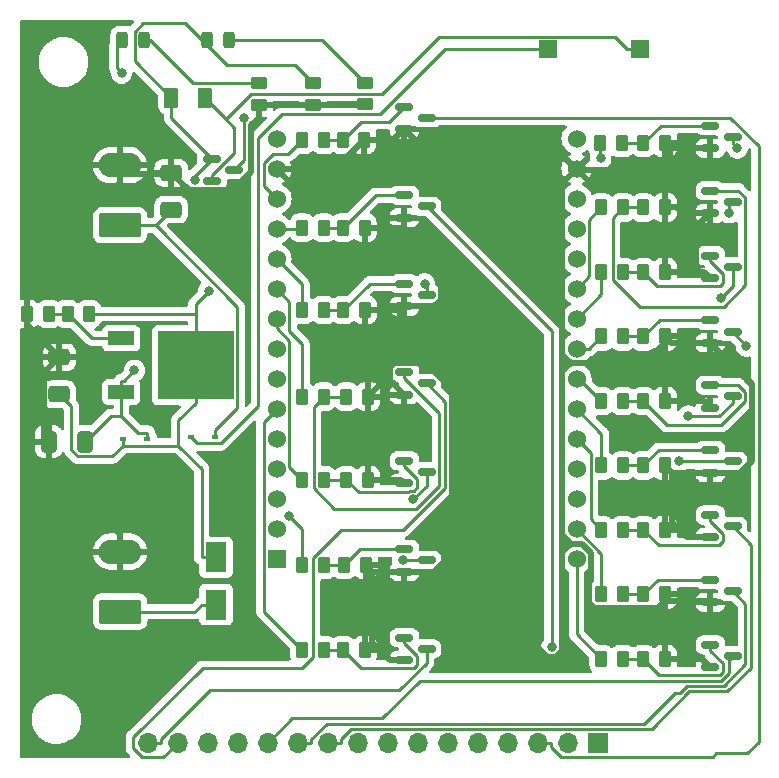
<source format=gbr>
%TF.GenerationSoftware,KiCad,Pcbnew,(6.0.10)*%
%TF.CreationDate,2023-04-05T19:00:52-05:00*%
%TF.ProjectId,pwm_pcb_v2,70776d5f-7063-4625-9f76-322e6b696361,rev?*%
%TF.SameCoordinates,Original*%
%TF.FileFunction,Copper,L1,Top*%
%TF.FilePolarity,Positive*%
%FSLAX46Y46*%
G04 Gerber Fmt 4.6, Leading zero omitted, Abs format (unit mm)*
G04 Created by KiCad (PCBNEW (6.0.10)) date 2023-04-05 19:00:52*
%MOMM*%
%LPD*%
G01*
G04 APERTURE LIST*
G04 Aperture macros list*
%AMRoundRect*
0 Rectangle with rounded corners*
0 $1 Rounding radius*
0 $2 $3 $4 $5 $6 $7 $8 $9 X,Y pos of 4 corners*
0 Add a 4 corners polygon primitive as box body*
4,1,4,$2,$3,$4,$5,$6,$7,$8,$9,$2,$3,0*
0 Add four circle primitives for the rounded corners*
1,1,$1+$1,$2,$3*
1,1,$1+$1,$4,$5*
1,1,$1+$1,$6,$7*
1,1,$1+$1,$8,$9*
0 Add four rect primitives between the rounded corners*
20,1,$1+$1,$2,$3,$4,$5,0*
20,1,$1+$1,$4,$5,$6,$7,0*
20,1,$1+$1,$6,$7,$8,$9,0*
20,1,$1+$1,$8,$9,$2,$3,0*%
G04 Aperture macros list end*
%TA.AperFunction,SMDPad,CuDef*%
%ADD10RoundRect,0.243750X0.243750X0.456250X-0.243750X0.456250X-0.243750X-0.456250X0.243750X-0.456250X0*%
%TD*%
%TA.AperFunction,SMDPad,CuDef*%
%ADD11RoundRect,0.250000X-0.262500X-0.450000X0.262500X-0.450000X0.262500X0.450000X-0.262500X0.450000X0*%
%TD*%
%TA.AperFunction,SMDPad,CuDef*%
%ADD12RoundRect,0.250000X0.412500X0.650000X-0.412500X0.650000X-0.412500X-0.650000X0.412500X-0.650000X0*%
%TD*%
%TA.AperFunction,SMDPad,CuDef*%
%ADD13RoundRect,0.250000X0.262500X0.450000X-0.262500X0.450000X-0.262500X-0.450000X0.262500X-0.450000X0*%
%TD*%
%TA.AperFunction,SMDPad,CuDef*%
%ADD14RoundRect,0.250000X0.450000X-0.262500X0.450000X0.262500X-0.450000X0.262500X-0.450000X-0.262500X0*%
%TD*%
%TA.AperFunction,SMDPad,CuDef*%
%ADD15RoundRect,0.150000X-0.587500X-0.150000X0.587500X-0.150000X0.587500X0.150000X-0.587500X0.150000X0*%
%TD*%
%TA.AperFunction,SMDPad,CuDef*%
%ADD16R,0.600000X0.450000*%
%TD*%
%TA.AperFunction,SMDPad,CuDef*%
%ADD17RoundRect,0.250000X0.650000X-0.412500X0.650000X0.412500X-0.650000X0.412500X-0.650000X-0.412500X0*%
%TD*%
%TA.AperFunction,SMDPad,CuDef*%
%ADD18R,1.800000X2.500000*%
%TD*%
%TA.AperFunction,SMDPad,CuDef*%
%ADD19R,2.200000X1.200000*%
%TD*%
%TA.AperFunction,SMDPad,CuDef*%
%ADD20R,6.400000X5.800000*%
%TD*%
%TA.AperFunction,SMDPad,CuDef*%
%ADD21R,1.500000X1.500000*%
%TD*%
%TA.AperFunction,SMDPad,CuDef*%
%ADD22RoundRect,0.250000X0.375000X0.625000X-0.375000X0.625000X-0.375000X-0.625000X0.375000X-0.625000X0*%
%TD*%
%TA.AperFunction,ComponentPad*%
%ADD23R,1.700000X1.700000*%
%TD*%
%TA.AperFunction,ComponentPad*%
%ADD24O,1.700000X1.700000*%
%TD*%
%TA.AperFunction,ComponentPad*%
%ADD25RoundRect,0.249999X1.550001X-0.790001X1.550001X0.790001X-1.550001X0.790001X-1.550001X-0.790001X0*%
%TD*%
%TA.AperFunction,ComponentPad*%
%ADD26O,3.600000X2.080000*%
%TD*%
%TA.AperFunction,ComponentPad*%
%ADD27R,1.524000X1.524000*%
%TD*%
%TA.AperFunction,ComponentPad*%
%ADD28C,1.524000*%
%TD*%
%TA.AperFunction,ViaPad*%
%ADD29C,0.800000*%
%TD*%
%TA.AperFunction,Conductor*%
%ADD30C,0.250000*%
%TD*%
%TA.AperFunction,Conductor*%
%ADD31C,0.500000*%
%TD*%
G04 APERTURE END LIST*
D10*
%TO.P,D2,1,K*%
%TO.N,Net-(D2-Pad1)*%
X107137500Y-53000000D03*
%TO.P,D2,2,A*%
%TO.N,Net-(C2-Pad1)*%
X105262500Y-53000000D03*
%TD*%
%TO.P,D1,1,K*%
%TO.N,Net-(D1-Pad1)*%
X99937500Y-53000000D03*
%TO.P,D1,2,A*%
%TO.N,Net-(D1-Pad2)*%
X98062500Y-53000000D03*
%TD*%
D11*
%TO.P,R13,1*%
%TO.N,PWM_7*%
X138637000Y-72644000D03*
%TO.P,R13,2*%
%TO.N,Net-(Q7-Pad1)*%
X140462000Y-72644000D03*
%TD*%
D12*
%TO.P,C2,1*%
%TO.N,Net-(C2-Pad1)*%
X94950000Y-87000000D03*
%TO.P,C2,2*%
%TO.N,GND*%
X91825000Y-87000000D03*
%TD*%
D11*
%TO.P,R26,1*%
%TO.N,PWM_14*%
X113291500Y-90254700D03*
%TO.P,R26,2*%
%TO.N,Net-(Q14-Pad1)*%
X115116500Y-90254700D03*
%TD*%
D13*
%TO.P,R12,1*%
%TO.N,GND*%
X144018000Y-67183000D03*
%TO.P,R12,2*%
%TO.N,Net-(Q6-Pad1)*%
X142193000Y-67183000D03*
%TD*%
%TO.P,R7,1*%
%TO.N,GND*%
X118545500Y-61468000D03*
%TO.P,R7,2*%
%TO.N,Net-(Q3-Pad1)*%
X116720500Y-61468000D03*
%TD*%
D11*
%TO.P,R30,1*%
%TO.N,PWM_16*%
X113291500Y-104648000D03*
%TO.P,R30,2*%
%TO.N,Net-(Q16-Pad1)*%
X115116500Y-104648000D03*
%TD*%
%TO.P,R17,1*%
%TO.N,PWM_9*%
X138637000Y-89027000D03*
%TO.P,R17,2*%
%TO.N,Net-(Q9-Pad1)*%
X140462000Y-89027000D03*
%TD*%
D14*
%TO.P,R35,1*%
%TO.N,GND*%
X118600000Y-58443500D03*
%TO.P,R35,2*%
%TO.N,Net-(D2-Pad1)*%
X118600000Y-56618500D03*
%TD*%
D11*
%TO.P,R25,1*%
%TO.N,PWM_13*%
X113291500Y-97451300D03*
%TO.P,R25,2*%
%TO.N,Net-(Q13-Pad1)*%
X115116500Y-97451300D03*
%TD*%
D15*
%TO.P,Q1,1,G*%
%TO.N,Net-(Q1-Pad1)*%
X147858000Y-76742200D03*
%TO.P,Q1,2,S*%
%TO.N,GND*%
X147858000Y-78642200D03*
%TO.P,Q1,3,D*%
%TO.N,LED_1*%
X149733000Y-77692200D03*
%TD*%
D13*
%TO.P,R11,1*%
%TO.N,GND*%
X144018000Y-61722000D03*
%TO.P,R11,2*%
%TO.N,Net-(Q5-Pad1)*%
X142193000Y-61722000D03*
%TD*%
D16*
%TO.P,D3,1,K*%
%TO.N,+VDC*%
X103850000Y-86600000D03*
%TO.P,D3,2,A*%
%TO.N,Net-(C1-Pad1)*%
X105950000Y-86600000D03*
%TD*%
D17*
%TO.P,C1,1*%
%TO.N,Net-(C1-Pad1)*%
X102200000Y-67362500D03*
%TO.P,C1,2*%
%TO.N,GND*%
X102200000Y-64237500D03*
%TD*%
D15*
%TO.P,Q17,1,G*%
%TO.N,Net-(C2-Pad1)*%
X105662500Y-63050000D03*
%TO.P,Q17,2,S*%
%TO.N,Net-(F1-Pad1)*%
X105662500Y-64950000D03*
%TO.P,Q17,3,D*%
%TO.N,Net-(D1-Pad2)*%
X107537500Y-64000000D03*
%TD*%
D11*
%TO.P,R14,1*%
%TO.N,PWM_8*%
X138637000Y-83566000D03*
%TO.P,R14,2*%
%TO.N,Net-(Q8-Pad1)*%
X140462000Y-83566000D03*
%TD*%
D13*
%TO.P,R37,1*%
%TO.N,Net-(R36-Pad2)*%
X91862500Y-76200000D03*
%TO.P,R37,2*%
%TO.N,GND*%
X90037500Y-76200000D03*
%TD*%
%TO.P,R36,1*%
%TO.N,+5V*%
X95262500Y-76200000D03*
%TO.P,R36,2*%
%TO.N,Net-(R36-Pad2)*%
X93437500Y-76200000D03*
%TD*%
D11*
%TO.P,R29,1*%
%TO.N,PWM_15*%
X113291500Y-83195500D03*
%TO.P,R29,2*%
%TO.N,Net-(Q15-Pad1)*%
X115116500Y-83195500D03*
%TD*%
D15*
%TO.P,Q15,1,G*%
%TO.N,Net-(Q15-Pad1)*%
X121950000Y-81120000D03*
%TO.P,Q15,2,S*%
%TO.N,GND*%
X121950000Y-83020000D03*
%TO.P,Q15,3,D*%
%TO.N,LED_15*%
X123825000Y-82070000D03*
%TD*%
D16*
%TO.P,D5,1,K*%
%TO.N,Net-(C2-Pad1)*%
X100200000Y-86800000D03*
%TO.P,D5,2,A*%
%TO.N,+5V*%
X98100000Y-86800000D03*
%TD*%
D13*
%TO.P,R8,1*%
%TO.N,GND*%
X118618000Y-75861300D03*
%TO.P,R8,2*%
%TO.N,Net-(Q4-Pad1)*%
X116793000Y-75861300D03*
%TD*%
D15*
%TO.P,Q16,1,G*%
%TO.N,Net-(Q16-Pad1)*%
X121950000Y-103599000D03*
%TO.P,Q16,2,S*%
%TO.N,GND*%
X121950000Y-105499000D03*
%TO.P,Q16,3,D*%
%TO.N,LED_16*%
X123825000Y-104549000D03*
%TD*%
%TO.P,Q3,1,G*%
%TO.N,Net-(Q3-Pad1)*%
X121950000Y-58641000D03*
%TO.P,Q3,2,S*%
%TO.N,GND*%
X121950000Y-60541000D03*
%TO.P,Q3,3,D*%
%TO.N,LED_3*%
X123825000Y-59591000D03*
%TD*%
%TO.P,Q9,1,G*%
%TO.N,Net-(Q9-Pad1)*%
X147858000Y-87727700D03*
%TO.P,Q9,2,S*%
%TO.N,GND*%
X147858000Y-89627700D03*
%TO.P,Q9,3,D*%
%TO.N,LED_9*%
X149733000Y-88677700D03*
%TD*%
%TO.P,Q13,1,G*%
%TO.N,Net-(Q13-Pad1)*%
X121950000Y-96106000D03*
%TO.P,Q13,2,S*%
%TO.N,GND*%
X121950000Y-98006000D03*
%TO.P,Q13,3,D*%
%TO.N,LED_13*%
X123825000Y-97056000D03*
%TD*%
D13*
%TO.P,R20,1*%
%TO.N,GND*%
X144018000Y-94488000D03*
%TO.P,R20,2*%
%TO.N,Net-(Q10-Pad1)*%
X142193000Y-94488000D03*
%TD*%
D11*
%TO.P,R10,1*%
%TO.N,PWM_6*%
X138637000Y-67183000D03*
%TO.P,R10,2*%
%TO.N,Net-(Q6-Pad1)*%
X140462000Y-67183000D03*
%TD*%
D13*
%TO.P,R16,1*%
%TO.N,GND*%
X144018000Y-83566000D03*
%TO.P,R16,2*%
%TO.N,Net-(Q8-Pad1)*%
X142193000Y-83566000D03*
%TD*%
D14*
%TO.P,R33,1*%
%TO.N,GND*%
X109600000Y-58467000D03*
%TO.P,R33,2*%
%TO.N,Net-(D1-Pad1)*%
X109600000Y-56642000D03*
%TD*%
D15*
%TO.P,Q12,1,G*%
%TO.N,Net-(Q12-Pad1)*%
X147858000Y-104206000D03*
%TO.P,Q12,2,S*%
%TO.N,GND*%
X147858000Y-106106000D03*
%TO.P,Q12,3,D*%
%TO.N,LED_12*%
X149733000Y-105156000D03*
%TD*%
D13*
%TO.P,R28,1*%
%TO.N,GND*%
X118872000Y-90254700D03*
%TO.P,R28,2*%
%TO.N,Net-(Q14-Pad1)*%
X117047000Y-90254700D03*
%TD*%
D15*
%TO.P,Q6,1,G*%
%TO.N,Net-(Q6-Pad1)*%
X147858000Y-65756700D03*
%TO.P,Q6,2,S*%
%TO.N,GND*%
X147858000Y-67656700D03*
%TO.P,Q6,3,D*%
%TO.N,LED_6*%
X149733000Y-66706700D03*
%TD*%
%TO.P,Q4,1,G*%
%TO.N,Net-(Q4-Pad1)*%
X121950000Y-73627000D03*
%TO.P,Q4,2,S*%
%TO.N,GND*%
X121950000Y-75527000D03*
%TO.P,Q4,3,D*%
%TO.N,LED_4*%
X123825000Y-74577000D03*
%TD*%
D11*
%TO.P,R18,1*%
%TO.N,PWM_10*%
X138637000Y-94488000D03*
%TO.P,R18,2*%
%TO.N,Net-(Q10-Pad1)*%
X140462000Y-94488000D03*
%TD*%
D18*
%TO.P,D4,1,K*%
%TO.N,+5V*%
X106000000Y-96800000D03*
%TO.P,D4,2,A*%
%TO.N,Net-(D4-Pad2)*%
X106000000Y-100800000D03*
%TD*%
D15*
%TO.P,Q5,1,G*%
%TO.N,Net-(Q5-Pad1)*%
X147858000Y-60264000D03*
%TO.P,Q5,2,S*%
%TO.N,GND*%
X147858000Y-62164000D03*
%TO.P,Q5,3,D*%
%TO.N,LED_5*%
X149733000Y-61214000D03*
%TD*%
D11*
%TO.P,R6,1*%
%TO.N,PWM_4*%
X113291500Y-75861300D03*
%TO.P,R6,2*%
%TO.N,Net-(Q4-Pad1)*%
X115116500Y-75861300D03*
%TD*%
D13*
%TO.P,R31,1*%
%TO.N,GND*%
X118872000Y-83195500D03*
%TO.P,R31,2*%
%TO.N,Net-(Q15-Pad1)*%
X117047000Y-83195500D03*
%TD*%
D15*
%TO.P,Q10,1,G*%
%TO.N,Net-(Q10-Pad1)*%
X147858000Y-93220500D03*
%TO.P,Q10,2,S*%
%TO.N,GND*%
X147858000Y-95120500D03*
%TO.P,Q10,3,D*%
%TO.N,LED_10*%
X149733000Y-94170500D03*
%TD*%
D13*
%TO.P,R15,1*%
%TO.N,GND*%
X144018000Y-72644000D03*
%TO.P,R15,2*%
%TO.N,Net-(Q7-Pad1)*%
X142193000Y-72644000D03*
%TD*%
%TO.P,R4,1*%
%TO.N,GND*%
X118578500Y-68893800D03*
%TO.P,R4,2*%
%TO.N,Net-(Q2-Pad1)*%
X116753500Y-68893800D03*
%TD*%
D19*
%TO.P,U2,1,ADJ*%
%TO.N,Net-(R36-Pad2)*%
X97975000Y-78245000D03*
D20*
%TO.P,U2,2,VO*%
%TO.N,+5V*%
X104275000Y-80525000D03*
D19*
%TO.P,U2,3,VI*%
%TO.N,Net-(C2-Pad1)*%
X97975000Y-82805000D03*
%TD*%
D13*
%TO.P,R23,1*%
%TO.N,GND*%
X144018000Y-99949000D03*
%TO.P,R23,2*%
%TO.N,Net-(Q11-Pad1)*%
X142193000Y-99949000D03*
%TD*%
D17*
%TO.P,C3,1*%
%TO.N,+5V*%
X92750000Y-83000000D03*
%TO.P,C3,2*%
%TO.N,GND*%
X92750000Y-79875000D03*
%TD*%
D15*
%TO.P,Q8,1,G*%
%TO.N,Net-(Q8-Pad1)*%
X147858000Y-82235000D03*
%TO.P,Q8,2,S*%
%TO.N,GND*%
X147858000Y-84135000D03*
%TO.P,Q8,3,D*%
%TO.N,LED_8*%
X149733000Y-83185000D03*
%TD*%
D11*
%TO.P,R2,1*%
%TO.N,PWM_2*%
X113291500Y-68893800D03*
%TO.P,R2,2*%
%TO.N,Net-(Q2-Pad1)*%
X115116500Y-68893800D03*
%TD*%
%TO.P,R5,1*%
%TO.N,PWM_3*%
X113291500Y-61468000D03*
%TO.P,R5,2*%
%TO.N,Net-(Q3-Pad1)*%
X115116500Y-61468000D03*
%TD*%
D13*
%TO.P,R19,1*%
%TO.N,GND*%
X144018000Y-89027000D03*
%TO.P,R19,2*%
%TO.N,Net-(Q9-Pad1)*%
X142193000Y-89027000D03*
%TD*%
D21*
%TO.P,SW1,1,A*%
%TO.N,+VDC*%
X134100000Y-53800000D03*
%TO.P,SW1,2,B*%
%TO.N,Net-(F1-Pad1)*%
X141900000Y-53800000D03*
%TD*%
D22*
%TO.P,F1,1*%
%TO.N,Net-(F1-Pad1)*%
X105032000Y-57912000D03*
%TO.P,F1,2*%
%TO.N,Net-(C2-Pad1)*%
X102232000Y-57912000D03*
%TD*%
D15*
%TO.P,Q11,1,G*%
%TO.N,Net-(Q11-Pad1)*%
X147858000Y-98713200D03*
%TO.P,Q11,2,S*%
%TO.N,GND*%
X147858000Y-100613200D03*
%TO.P,Q11,3,D*%
%TO.N,LED_11*%
X149733000Y-99663200D03*
%TD*%
%TO.P,Q7,1,G*%
%TO.N,Net-(Q7-Pad1)*%
X147858000Y-71249500D03*
%TO.P,Q7,2,S*%
%TO.N,GND*%
X147858000Y-73149500D03*
%TO.P,Q7,3,D*%
%TO.N,LED_7*%
X149733000Y-72199500D03*
%TD*%
%TO.P,Q2,1,G*%
%TO.N,Net-(Q2-Pad1)*%
X121950000Y-66134000D03*
%TO.P,Q2,2,S*%
%TO.N,GND*%
X121950000Y-68034000D03*
%TO.P,Q2,3,D*%
%TO.N,LED_2*%
X123825000Y-67084000D03*
%TD*%
D14*
%TO.P,R34,1*%
%TO.N,GND*%
X114200000Y-58467000D03*
%TO.P,R34,2*%
%TO.N,Net-(C2-Pad1)*%
X114200000Y-56642000D03*
%TD*%
D13*
%TO.P,R27,1*%
%TO.N,GND*%
X118665000Y-97451300D03*
%TO.P,R27,2*%
%TO.N,Net-(Q13-Pad1)*%
X116840000Y-97451300D03*
%TD*%
%TO.P,R32,1*%
%TO.N,GND*%
X118594500Y-104648000D03*
%TO.P,R32,2*%
%TO.N,Net-(Q16-Pad1)*%
X116769500Y-104648000D03*
%TD*%
D11*
%TO.P,R22,1*%
%TO.N,PWM_12*%
X138637000Y-105410000D03*
%TO.P,R22,2*%
%TO.N,Net-(Q12-Pad1)*%
X140462000Y-105410000D03*
%TD*%
D15*
%TO.P,Q14,1,G*%
%TO.N,Net-(Q14-Pad1)*%
X121950000Y-88613000D03*
%TO.P,Q14,2,S*%
%TO.N,GND*%
X121950000Y-90513000D03*
%TO.P,Q14,3,D*%
%TO.N,LED_14*%
X123825000Y-89563000D03*
%TD*%
D13*
%TO.P,R24,1*%
%TO.N,GND*%
X144018000Y-105410000D03*
%TO.P,R24,2*%
%TO.N,Net-(Q12-Pad1)*%
X142193000Y-105410000D03*
%TD*%
D11*
%TO.P,R1,1*%
%TO.N,PWM_1*%
X138637000Y-78105000D03*
%TO.P,R1,2*%
%TO.N,Net-(Q1-Pad1)*%
X140462000Y-78105000D03*
%TD*%
D13*
%TO.P,R3,1*%
%TO.N,GND*%
X144018000Y-78105000D03*
%TO.P,R3,2*%
%TO.N,Net-(Q1-Pad1)*%
X142193000Y-78105000D03*
%TD*%
D11*
%TO.P,R21,1*%
%TO.N,PWM_11*%
X138637000Y-99949000D03*
%TO.P,R21,2*%
%TO.N,Net-(Q11-Pad1)*%
X140462000Y-99949000D03*
%TD*%
%TO.P,R9,1*%
%TO.N,PWM_5*%
X138533500Y-61722000D03*
%TO.P,R9,2*%
%TO.N,Net-(Q5-Pad1)*%
X140358500Y-61722000D03*
%TD*%
D23*
%TO.P,J3,1,Pin_1*%
%TO.N,LED_1*%
X138303000Y-112522000D03*
D24*
%TO.P,J3,2,Pin_2*%
%TO.N,LED_2*%
X135763000Y-112522000D03*
%TO.P,J3,3,Pin_3*%
%TO.N,LED_3*%
X133223000Y-112522000D03*
%TO.P,J3,4,Pin_4*%
%TO.N,LED_4*%
X130683000Y-112522000D03*
%TO.P,J3,5,Pin_5*%
%TO.N,LED_5*%
X128143000Y-112522000D03*
%TO.P,J3,6,Pin_6*%
%TO.N,LED_6*%
X125603000Y-112522000D03*
%TO.P,J3,7,Pin_7*%
%TO.N,LED_7*%
X123063000Y-112522000D03*
%TO.P,J3,8,Pin_8*%
%TO.N,LED_8*%
X120523000Y-112522000D03*
%TO.P,J3,9,Pin_9*%
%TO.N,LED_9*%
X117983000Y-112522000D03*
%TO.P,J3,10,Pin_10*%
%TO.N,LED_10*%
X115443000Y-112522000D03*
%TO.P,J3,11,Pin_11*%
%TO.N,LED_11*%
X112903000Y-112522000D03*
%TO.P,J3,12,Pin_12*%
%TO.N,LED_12*%
X110363000Y-112522000D03*
%TO.P,J3,13,Pin_13*%
%TO.N,LED_13*%
X107823000Y-112522000D03*
%TO.P,J3,14,Pin_14*%
%TO.N,LED_14*%
X105283000Y-112522000D03*
%TO.P,J3,15,Pin_15*%
%TO.N,LED_15*%
X102743000Y-112522000D03*
%TO.P,J3,16,Pin_16*%
%TO.N,LED_16*%
X100203000Y-112522000D03*
%TD*%
D25*
%TO.P,J2,1,Pin_1*%
%TO.N,Net-(D4-Pad2)*%
X97877500Y-101400000D03*
D26*
%TO.P,J2,2,Pin_2*%
%TO.N,GND*%
X97877500Y-96320000D03*
%TD*%
D27*
%TO.P,U1,1,EN*%
%TO.N,unconnected-(U1-Pad1)*%
X111125000Y-96926000D03*
D28*
%TO.P,U1,2,SENSOR_VP*%
%TO.N,unconnected-(U1-Pad2)*%
X111125000Y-94386000D03*
%TO.P,U1,3,SENSOR_VN*%
%TO.N,unconnected-(U1-Pad3)*%
X111125000Y-91846000D03*
%TO.P,U1,4,IO34*%
%TO.N,unconnected-(U1-Pad4)*%
X111125000Y-89306000D03*
%TO.P,U1,5,IO35*%
%TO.N,unconnected-(U1-Pad5)*%
X111125000Y-86766000D03*
%TO.P,U1,6,IO32*%
%TO.N,PWM_16*%
X111125000Y-84226000D03*
%TO.P,U1,7,IO33*%
%TO.N,unconnected-(U1-Pad7)*%
X111125000Y-81686000D03*
%TO.P,U1,8,IO25*%
%TO.N,PWM_13*%
X111125000Y-79146000D03*
%TO.P,U1,9,IO26*%
%TO.N,PWM_14*%
X111125000Y-76606000D03*
%TO.P,U1,10,IO27*%
%TO.N,PWM_15*%
X111125000Y-74066000D03*
%TO.P,U1,11,IO14*%
%TO.N,PWM_4*%
X111125000Y-71526000D03*
%TO.P,U1,12,IO12*%
%TO.N,PWM_2*%
X111125000Y-68986000D03*
%TO.P,U1,13,IO13*%
%TO.N,PWM_3*%
X111125000Y-66446000D03*
%TO.P,U1,14,GND*%
%TO.N,GND*%
X111125000Y-63906000D03*
%TO.P,U1,15,VIN*%
%TO.N,+5V*%
X111125000Y-61366000D03*
%TO.P,U1,16,3V3*%
%TO.N,unconnected-(U1-Pad16)*%
X136525000Y-61366000D03*
%TO.P,U1,17,GND*%
%TO.N,GND*%
X136525000Y-63906000D03*
%TO.P,U1,18,IO15*%
%TO.N,PWM_5*%
X136525000Y-66446000D03*
%TO.P,U1,19,IO2*%
%TO.N,unconnected-(U1-Pad19)*%
X136525000Y-68986000D03*
%TO.P,U1,20,IO4*%
%TO.N,unconnected-(U1-Pad20)*%
X136525000Y-71526000D03*
%TO.P,U1,21,IO16*%
%TO.N,PWM_6*%
X136525000Y-74066000D03*
%TO.P,U1,22,IO17*%
%TO.N,PWM_7*%
X136525000Y-76606000D03*
%TO.P,U1,23,IO5*%
%TO.N,PWM_1*%
X136525000Y-79146000D03*
%TO.P,U1,24,IO18*%
%TO.N,PWM_8*%
X136525000Y-81686000D03*
%TO.P,U1,25,IO19*%
%TO.N,PWM_9*%
X136525000Y-84226000D03*
%TO.P,U1,26,IO21*%
%TO.N,PWM_10*%
X136525000Y-86766000D03*
%TO.P,U1,27,RXD0/IO3*%
%TO.N,unconnected-(U1-Pad27)*%
X136525000Y-89306000D03*
%TO.P,U1,28,TXD0/IO1*%
%TO.N,unconnected-(U1-Pad28)*%
X136525000Y-91846000D03*
%TO.P,U1,29,IO22*%
%TO.N,PWM_11*%
X136525000Y-94386000D03*
%TO.P,U1,30,IO23*%
%TO.N,PWM_12*%
X136525000Y-96926000D03*
%TD*%
D25*
%TO.P,J1,1,Pin_1*%
%TO.N,Net-(C1-Pad1)*%
X97877500Y-68680000D03*
D26*
%TO.P,J1,2,Pin_2*%
%TO.N,GND*%
X97877500Y-63600000D03*
%TD*%
D29*
%TO.N,Net-(D1-Pad2)*%
X98000000Y-55800000D03*
X108400000Y-59600000D03*
%TO.N,PWM_13*%
X112212100Y-93283400D03*
%TO.N,PWM_5*%
X138571100Y-63031700D03*
%TO.N,LED_14*%
X122702800Y-91902300D03*
%TO.N,LED_13*%
X121832100Y-97056000D03*
%TO.N,LED_9*%
X145228000Y-88677700D03*
%TO.N,LED_8*%
X145992000Y-84848400D03*
%TO.N,LED_7*%
X148738900Y-74806400D03*
%TO.N,LED_6*%
X149465700Y-67625600D03*
%TO.N,LED_5*%
X150149000Y-62147600D03*
%TO.N,LED_4*%
X123659900Y-73647700D03*
%TO.N,LED_2*%
X134415200Y-104393500D03*
%TO.N,LED_1*%
X150899300Y-78902600D03*
%TO.N,+5V*%
X105379200Y-74245400D03*
%TO.N,Net-(C2-Pad1)*%
X104187700Y-64889400D03*
X99098400Y-80972200D03*
%TD*%
D30*
%TO.N,Net-(C2-Pad1)*%
X104187700Y-64889400D02*
X104187700Y-64524800D01*
X104187700Y-64524800D02*
X105662500Y-63050000D01*
X102232000Y-59619500D02*
X105662500Y-63050000D01*
%TO.N,Net-(D1-Pad2)*%
X97600000Y-53462500D02*
X98062500Y-53000000D01*
X97600000Y-55400000D02*
X97600000Y-53462500D01*
X98000000Y-55800000D02*
X97600000Y-55400000D01*
X108400000Y-63137500D02*
X108400000Y-59600000D01*
X107537500Y-64000000D02*
X108400000Y-63137500D01*
D31*
%TO.N,GND*%
X103702000Y-65739500D02*
X102200000Y-64237500D01*
X107424200Y-65739500D02*
X103702000Y-65739500D01*
X108974501Y-64189199D02*
X107424200Y-65739500D01*
X109600000Y-59601375D02*
X108974501Y-60226874D01*
X109600000Y-58467000D02*
X109600000Y-59601375D01*
D30*
%TO.N,+VDC*%
X106405300Y-87150100D02*
X104400100Y-87150100D01*
X109588499Y-83966901D02*
X106405300Y-87150100D01*
X109588499Y-61287201D02*
X109588499Y-83966901D01*
X111570000Y-59305700D02*
X109588499Y-61287201D01*
X119866100Y-59305700D02*
X111570000Y-59305700D01*
X125371800Y-53800000D02*
X119866100Y-59305700D01*
X104400100Y-87150100D02*
X103850000Y-86600000D01*
%TO.N,PWM_3*%
X110038000Y-65359000D02*
X110038000Y-63426300D01*
X111125000Y-66446000D02*
X110038000Y-65359000D01*
X110828300Y-62636000D02*
X112123500Y-62636000D01*
X110038000Y-63426300D02*
X110828300Y-62636000D01*
%TO.N,+VDC*%
X134100000Y-53800000D02*
X125371800Y-53800000D01*
%TO.N,PWM_3*%
X112123500Y-62636000D02*
X113291500Y-61468000D01*
D31*
%TO.N,GND*%
X108974501Y-60226874D02*
X108974501Y-64189199D01*
D30*
%TO.N,Net-(C2-Pad1)*%
X102232000Y-59619500D02*
X102232000Y-57912000D01*
%TO.N,Net-(F1-Pad1)*%
X107537500Y-62584251D02*
X107537500Y-60417500D01*
X105662500Y-64459251D02*
X107537500Y-62584251D01*
X105662500Y-64950000D02*
X105662500Y-64459251D01*
%TO.N,Net-(C2-Pad1)*%
X112651600Y-55093600D02*
X114200000Y-56642000D01*
X106893600Y-55093600D02*
X112651600Y-55093600D01*
X99125000Y-52308166D02*
X99833166Y-51600000D01*
X99833166Y-51600000D02*
X103400000Y-51600000D01*
X103400000Y-51600000D02*
X106893600Y-55093600D01*
X99125000Y-54805000D02*
X99125000Y-52308166D01*
X102232000Y-57912000D02*
X99125000Y-54805000D01*
%TO.N,LED_10*%
X116618100Y-112522000D02*
X115443000Y-112522000D01*
X116618100Y-112170500D02*
X116618100Y-112522000D01*
X117441700Y-111346900D02*
X116618100Y-112170500D01*
X142880300Y-111346900D02*
X117441700Y-111346900D01*
X146089399Y-108137801D02*
X142880300Y-111346900D01*
X149297889Y-108137801D02*
X146089399Y-108137801D01*
X151286000Y-106149690D02*
X149297889Y-108137801D01*
X149733000Y-94170500D02*
X151286000Y-95723500D01*
%TO.N,LED_11*%
X145315210Y-108276300D02*
X144876300Y-108276300D01*
X150820800Y-105838186D02*
X148970686Y-107688300D01*
X150820800Y-100751000D02*
X150820800Y-105838186D01*
X149733000Y-99663200D02*
X150820800Y-100751000D01*
%TO.N,LED_10*%
X151286000Y-95723500D02*
X151286000Y-106149690D01*
%TO.N,LED_11*%
X148970686Y-107688300D02*
X145903210Y-107688300D01*
X145903210Y-107688300D02*
X145315210Y-108276300D01*
X142255800Y-110896800D02*
X144876300Y-108276300D01*
%TO.N,LED_12*%
X148784996Y-107238300D02*
X149407300Y-106615996D01*
X123278600Y-107238300D02*
X148784996Y-107238300D01*
X120070200Y-110446700D02*
X123278600Y-107238300D01*
X110363000Y-112522000D02*
X112438300Y-110446700D01*
X112438300Y-110446700D02*
X120070200Y-110446700D01*
%TO.N,Net-(Q12-Pad1)*%
X148957300Y-106371320D02*
X148957300Y-105790500D01*
%TO.N,LED_12*%
X149407300Y-106615996D02*
X149407300Y-105481700D01*
%TO.N,Net-(Q12-Pad1)*%
X148900998Y-106427622D02*
X148957300Y-106371320D01*
X143526800Y-106743800D02*
X148643100Y-106743800D01*
%TO.N,LED_12*%
X149407300Y-105481700D02*
X149733000Y-105156000D01*
%TO.N,Net-(Q12-Pad1)*%
X142193000Y-105410000D02*
X143526800Y-106743800D01*
X147858000Y-104691200D02*
X147858000Y-104206000D01*
X148643100Y-106743800D02*
X148900998Y-106485902D01*
X148900998Y-106485902D02*
X148900998Y-106427622D01*
X148957300Y-105790500D02*
X147858000Y-104691200D01*
%TO.N,LED_3*%
X149542800Y-59591000D02*
X123825000Y-59591000D01*
X151964300Y-62012500D02*
X149542800Y-59591000D01*
X151964300Y-112435700D02*
X151964300Y-62012500D01*
X151000000Y-113400000D02*
X151964300Y-112435700D01*
X148351900Y-113400000D02*
X151000000Y-113400000D01*
X134398100Y-112889200D02*
X135206100Y-113697200D01*
X148054700Y-113697200D02*
X148351900Y-113400000D01*
X133223000Y-112522000D02*
X134398100Y-112522000D01*
X134398100Y-112522000D02*
X134398100Y-112889200D01*
X135206100Y-113697200D02*
X148054700Y-113697200D01*
%TO.N,Net-(C1-Pad1)*%
X105950000Y-86600000D02*
X105950000Y-86049900D01*
X97877500Y-68680000D02*
X100882500Y-68680000D01*
X100882500Y-68680000D02*
X102200000Y-67362500D01*
X107800200Y-75597700D02*
X100882500Y-68680000D01*
X107800200Y-84199700D02*
X107800200Y-75597700D01*
X105950000Y-86049900D02*
X107800200Y-84199700D01*
%TO.N,Net-(F1-Pad1)*%
X141900000Y-53800000D02*
X140824900Y-53800000D01*
X108950400Y-57554500D02*
X106812500Y-59692400D01*
X120045300Y-57554500D02*
X108950400Y-57554500D01*
X124874900Y-52724900D02*
X120045300Y-57554500D01*
X139749800Y-52724900D02*
X124874900Y-52724900D01*
X140824900Y-53800000D02*
X139749800Y-52724900D01*
X105032000Y-57912000D02*
X106812500Y-59692400D01*
X106812500Y-59692400D02*
X107537500Y-60417500D01*
%TO.N,Net-(Q16-Pad1)*%
X116769500Y-104648000D02*
X115116500Y-104648000D01*
X121950000Y-104086500D02*
X121950000Y-103599000D01*
X123013400Y-105149900D02*
X121950000Y-104086500D01*
X123013400Y-105889900D02*
X123013400Y-105149900D01*
X122767500Y-106135800D02*
X123013400Y-105889900D01*
X118257300Y-106135800D02*
X122767500Y-106135800D01*
X116769500Y-104648000D02*
X118257300Y-106135800D01*
%TO.N,Net-(R36-Pad2)*%
X95482500Y-78245000D02*
X93437500Y-76200000D01*
X97975000Y-78245000D02*
X95482500Y-78245000D01*
X93437500Y-76200000D02*
X91862500Y-76200000D01*
%TO.N,Net-(D4-Pad2)*%
X104174900Y-101400000D02*
X104774900Y-100800000D01*
X97877500Y-101400000D02*
X104174900Y-101400000D01*
X106000000Y-100800000D02*
X104774900Y-100800000D01*
%TO.N,Net-(D2-Pad1)*%
X114981500Y-53000000D02*
X118600000Y-56618500D01*
X107600000Y-53000000D02*
X114981500Y-53000000D01*
%TO.N,Net-(C2-Pad1)*%
X105530300Y-63050000D02*
X105662500Y-63050000D01*
%TO.N,PWM_16*%
X110037800Y-101394300D02*
X113291500Y-104648000D01*
X110037800Y-85313200D02*
X110037800Y-101394300D01*
X111125000Y-84226000D02*
X110037800Y-85313200D01*
%TO.N,PWM_14*%
X111125000Y-77421800D02*
X111125000Y-76606000D01*
X112212200Y-78509000D02*
X111125000Y-77421800D01*
X112212200Y-89175400D02*
X112212200Y-78509000D01*
X113291500Y-90254700D02*
X112212200Y-89175400D01*
%TO.N,PWM_12*%
X136525000Y-103298000D02*
X138637000Y-105410000D01*
X136525000Y-96926000D02*
X136525000Y-103298000D01*
%TO.N,PWM_10*%
X137725700Y-93576700D02*
X138637000Y-94488000D01*
X137725700Y-87966700D02*
X137725700Y-93576700D01*
X136525000Y-86766000D02*
X137725700Y-87966700D01*
%TO.N,PWM_8*%
X136757000Y-81686000D02*
X138637000Y-83566000D01*
X136525000Y-81686000D02*
X136757000Y-81686000D01*
%TO.N,PWM_6*%
X137612200Y-68207800D02*
X138637000Y-67183000D01*
X137612200Y-72978800D02*
X137612200Y-68207800D01*
X136525000Y-74066000D02*
X137612200Y-72978800D01*
%TO.N,PWM_4*%
X113291500Y-73692500D02*
X113291500Y-75861300D01*
X111125000Y-71526000D02*
X113291500Y-73692500D01*
%TO.N,PWM_2*%
X113199300Y-68986000D02*
X113291500Y-68893800D01*
X111125000Y-68986000D02*
X113199300Y-68986000D01*
%TO.N,PWM_15*%
X112212200Y-75153200D02*
X111125000Y-74066000D01*
X112212200Y-77647200D02*
X112212200Y-75153200D01*
X113291500Y-78726500D02*
X112212200Y-77647200D01*
X113291500Y-83195500D02*
X113291500Y-78726500D01*
%TO.N,PWM_13*%
X113291500Y-94362800D02*
X112212100Y-93283400D01*
X113291500Y-97451300D02*
X113291500Y-94362800D01*
%TO.N,PWM_11*%
X138637000Y-96498000D02*
X138637000Y-99949000D01*
X136525000Y-94386000D02*
X138637000Y-96498000D01*
%TO.N,PWM_9*%
X138637000Y-86338000D02*
X138637000Y-89027000D01*
X136525000Y-84226000D02*
X138637000Y-86338000D01*
%TO.N,PWM_7*%
X138637000Y-74494000D02*
X138637000Y-72644000D01*
X136525000Y-76606000D02*
X138637000Y-74494000D01*
%TO.N,PWM_5*%
X138533500Y-62994100D02*
X138571100Y-63031700D01*
X138533500Y-61722000D02*
X138533500Y-62994100D01*
%TO.N,PWM_1*%
X137596000Y-79146000D02*
X138637000Y-78105000D01*
X136525000Y-79146000D02*
X137596000Y-79146000D01*
%TO.N,Net-(Q15-Pad1)*%
X117047000Y-83195500D02*
X115116500Y-83195500D01*
X121950000Y-81607500D02*
X121950000Y-81120000D01*
X124902700Y-84560200D02*
X121950000Y-81607500D01*
X124902700Y-90727900D02*
X124902700Y-84560200D01*
X122959300Y-92671300D02*
X124902700Y-90727900D01*
X115988700Y-92671300D02*
X122959300Y-92671300D01*
X114261000Y-90943600D02*
X115988700Y-92671300D01*
X114261000Y-84051000D02*
X114261000Y-90943600D01*
X115116500Y-83195500D02*
X114261000Y-84051000D01*
%TO.N,Net-(Q14-Pad1)*%
X117047000Y-90254700D02*
X115116500Y-90254700D01*
X118082000Y-91289700D02*
X117047000Y-90254700D01*
X122290000Y-91289700D02*
X118082000Y-91289700D01*
X122402500Y-91177200D02*
X122290000Y-91289700D01*
X122740200Y-91177200D02*
X122402500Y-91177200D01*
X123039300Y-90878100D02*
X122740200Y-91177200D01*
X123039300Y-90189800D02*
X123039300Y-90878100D01*
X121950000Y-89100500D02*
X123039300Y-90189800D01*
X121950000Y-88613000D02*
X121950000Y-89100500D01*
%TO.N,Net-(Q13-Pad1)*%
X116840000Y-97451300D02*
X115116500Y-97451300D01*
X118185300Y-96106000D02*
X116840000Y-97451300D01*
X121950000Y-96106000D02*
X118185300Y-96106000D01*
%TO.N,Net-(Q12-Pad1)*%
X142193000Y-105410000D02*
X140462000Y-105410000D01*
%TO.N,Net-(Q11-Pad1)*%
X140462000Y-99949000D02*
X142193000Y-99949000D01*
X143428800Y-98713200D02*
X142193000Y-99949000D01*
X147858000Y-98713200D02*
X143428800Y-98713200D01*
%TO.N,Net-(Q10-Pad1)*%
X140462000Y-94488000D02*
X142193000Y-94488000D01*
X143480000Y-95775000D02*
X142193000Y-94488000D01*
X148622100Y-95775000D02*
X143480000Y-95775000D01*
X148938100Y-95459000D02*
X148622100Y-95775000D01*
X148938100Y-94788100D02*
X148938100Y-95459000D01*
X147858000Y-93708000D02*
X148938100Y-94788100D01*
X147858000Y-93220500D02*
X147858000Y-93708000D01*
%TO.N,Net-(Q9-Pad1)*%
X142193000Y-89027000D02*
X140462000Y-89027000D01*
X143492300Y-87727700D02*
X142193000Y-89027000D01*
X147858000Y-87727700D02*
X143492300Y-87727700D01*
%TO.N,Net-(Q8-Pad1)*%
X144212800Y-85585800D02*
X142193000Y-83566000D01*
X148796100Y-85585800D02*
X144212800Y-85585800D01*
X150803500Y-83578400D02*
X148796100Y-85585800D01*
X150803500Y-82845000D02*
X150803500Y-83578400D01*
X150193500Y-82235000D02*
X150803500Y-82845000D01*
X147858000Y-82235000D02*
X150193500Y-82235000D01*
X142193000Y-83566000D02*
X140462000Y-83566000D01*
%TO.N,Net-(Q7-Pad1)*%
X142193000Y-72644000D02*
X140462000Y-72644000D01*
X143371800Y-73822800D02*
X142193000Y-72644000D01*
X148650800Y-73822800D02*
X143371800Y-73822800D01*
X148923900Y-73549700D02*
X148650800Y-73822800D01*
X148923900Y-72802900D02*
X148923900Y-73549700D01*
X147858000Y-71737000D02*
X148923900Y-72802900D01*
X147858000Y-71249500D02*
X147858000Y-71737000D01*
%TO.N,Net-(Q6-Pad1)*%
X140462000Y-67183000D02*
X142193000Y-67183000D01*
X139606500Y-68038500D02*
X140462000Y-67183000D01*
X139606500Y-73323500D02*
X139606500Y-68038500D01*
X141865200Y-75582200D02*
X139606500Y-73323500D01*
X148991200Y-75582200D02*
X141865200Y-75582200D01*
X150798600Y-73774800D02*
X148991200Y-75582200D01*
X150798600Y-66323600D02*
X150798600Y-73774800D01*
X150231700Y-65756700D02*
X150798600Y-66323600D01*
X147858000Y-65756700D02*
X150231700Y-65756700D01*
%TO.N,Net-(Q5-Pad1)*%
X143651000Y-60264000D02*
X142193000Y-61722000D01*
X147858000Y-60264000D02*
X143651000Y-60264000D01*
X140358500Y-61722000D02*
X142193000Y-61722000D01*
%TO.N,Net-(Q4-Pad1)*%
X115116500Y-75861300D02*
X116793000Y-75861300D01*
X119027300Y-73627000D02*
X116793000Y-75861300D01*
X121950000Y-73627000D02*
X119027300Y-73627000D01*
%TO.N,Net-(Q3-Pad1)*%
X115116500Y-61468000D02*
X116720500Y-61468000D01*
X118260000Y-59928500D02*
X116720500Y-61468000D01*
X120662500Y-59928500D02*
X118260000Y-59928500D01*
X121950000Y-58641000D02*
X120662500Y-59928500D01*
%TO.N,Net-(Q2-Pad1)*%
X115116500Y-68893800D02*
X116753500Y-68893800D01*
X119513300Y-66134000D02*
X116753500Y-68893800D01*
X121950000Y-66134000D02*
X119513300Y-66134000D01*
%TO.N,Net-(Q1-Pad1)*%
X142193000Y-78105000D02*
X140462000Y-78105000D01*
X143555800Y-76742200D02*
X147858000Y-76742200D01*
X142193000Y-78105000D02*
X143555800Y-76742200D01*
%TO.N,LED_16*%
X123825000Y-105718100D02*
X123825000Y-104549000D01*
X121533000Y-108010100D02*
X123825000Y-105718100D01*
X105522800Y-108010100D02*
X121533000Y-108010100D01*
X101378100Y-112154800D02*
X105522800Y-108010100D01*
X101378100Y-112522000D02*
X101378100Y-112154800D01*
X100203000Y-112522000D02*
X101378100Y-112522000D01*
%TO.N,LED_15*%
X125373000Y-83618000D02*
X123825000Y-82070000D01*
X125373000Y-90899600D02*
X125373000Y-83618000D01*
X121812600Y-94460000D02*
X125373000Y-90899600D01*
X116570700Y-94460000D02*
X121812600Y-94460000D01*
X114204000Y-96826700D02*
X116570700Y-94460000D01*
X114204000Y-105277200D02*
X114204000Y-96826700D01*
X113310000Y-106171200D02*
X114204000Y-105277200D01*
X104859500Y-106171200D02*
X113310000Y-106171200D01*
X98993200Y-112037500D02*
X104859500Y-106171200D01*
X98993200Y-112981000D02*
X98993200Y-112037500D01*
X99725200Y-113713000D02*
X98993200Y-112981000D01*
X101552000Y-113713000D02*
X99725200Y-113713000D01*
X102743000Y-112522000D02*
X101552000Y-113713000D01*
%TO.N,LED_14*%
X123825000Y-90780100D02*
X123825000Y-89563000D01*
X122702800Y-91902300D02*
X123825000Y-90780100D01*
%TO.N,LED_13*%
X123825000Y-97056000D02*
X121832100Y-97056000D01*
%TO.N,LED_11*%
X112903000Y-112522000D02*
X114078100Y-112522000D01*
X115379600Y-110896800D02*
X142255800Y-110896800D01*
X114078100Y-112198300D02*
X115379600Y-110896800D01*
X114078100Y-112522000D02*
X114078100Y-112198300D01*
%TO.N,LED_9*%
X149733000Y-88677700D02*
X145228000Y-88677700D01*
%TO.N,LED_8*%
X148586600Y-84848400D02*
X145992000Y-84848400D01*
X149733000Y-83702000D02*
X148586600Y-84848400D01*
X149733000Y-83185000D02*
X149733000Y-83702000D01*
%TO.N,LED_7*%
X149733000Y-73812300D02*
X149733000Y-72199500D01*
X148738900Y-74806400D02*
X149733000Y-73812300D01*
%TO.N,LED_6*%
X149465800Y-67625600D02*
X149465700Y-67625600D01*
X149465800Y-66973900D02*
X149465800Y-67625600D01*
X149733000Y-66706700D02*
X149465800Y-66973900D01*
%TO.N,LED_5*%
X149733000Y-61731600D02*
X149733000Y-61214000D01*
X150149000Y-62147600D02*
X149733000Y-61731600D01*
%TO.N,LED_4*%
X123825000Y-73812800D02*
X123659900Y-73647700D01*
X123825000Y-74577000D02*
X123825000Y-73812800D01*
%TO.N,LED_2*%
X134415200Y-77674200D02*
X123825000Y-67084000D01*
X134415200Y-104393500D02*
X134415200Y-77674200D01*
%TO.N,LED_1*%
X149733000Y-77736300D02*
X150899300Y-78902600D01*
X149733000Y-77692200D02*
X149733000Y-77736300D01*
%TO.N,Net-(D1-Pad1)*%
X104042000Y-56642000D02*
X109600000Y-56642000D01*
X100400000Y-53000000D02*
X104042000Y-56642000D01*
%TO.N,+5V*%
X104275000Y-80525000D02*
X104275000Y-77422400D01*
X106000000Y-96800000D02*
X104774900Y-96800000D01*
X104275000Y-80525000D02*
X104275000Y-83750100D01*
X104275000Y-75349600D02*
X104275000Y-76200000D01*
X105379200Y-74245400D02*
X104275000Y-75349600D01*
X95262500Y-76200000D02*
X104275000Y-76200000D01*
X104275000Y-76200000D02*
X104275000Y-77422400D01*
X98100000Y-86800000D02*
X98100000Y-87350100D01*
X102825000Y-87350100D02*
X98100000Y-87350100D01*
X104774900Y-89300000D02*
X102825000Y-87350100D01*
X104774900Y-96800000D02*
X104774900Y-89300000D01*
X102825000Y-85200100D02*
X104275000Y-83750100D01*
X102825000Y-87350100D02*
X102825000Y-85200100D01*
X97201300Y-88248800D02*
X98100000Y-87350100D01*
X94292300Y-88248800D02*
X97201300Y-88248800D01*
X93750900Y-87707400D02*
X94292300Y-88248800D01*
X93750900Y-84000900D02*
X93750900Y-87707400D01*
X92750000Y-83000000D02*
X93750900Y-84000900D01*
D31*
%TO.N,GND*%
X147352500Y-72644000D02*
X146664900Y-72644000D01*
X147858000Y-73149500D02*
X147352500Y-72644000D01*
X146664900Y-72644000D02*
X144018000Y-72644000D01*
X147858000Y-62164000D02*
X144460000Y-62164000D01*
X144460000Y-62164000D02*
X144018000Y-61722000D01*
X118576500Y-58467000D02*
X114200000Y-58467000D01*
X118600000Y-58443500D02*
X118576500Y-58467000D01*
X114200000Y-58467000D02*
X109600000Y-58467000D01*
X146664900Y-72644000D02*
X146664900Y-68849800D01*
X146664900Y-68849800D02*
X147858000Y-67656700D01*
X144460000Y-63604400D02*
X144018000Y-64046400D01*
X144460000Y-62164000D02*
X144460000Y-63604400D01*
X144018000Y-64046400D02*
X144018000Y-67183000D01*
X90037500Y-72930100D02*
X90037500Y-76200000D01*
X97877500Y-65090100D02*
X90037500Y-72930100D01*
X90037500Y-77162500D02*
X92750000Y-79875000D01*
X90037500Y-76200000D02*
X90037500Y-77162500D01*
X97877500Y-63600000D02*
X97877500Y-64345000D01*
X97877500Y-64345000D02*
X97877500Y-65090100D01*
X102092500Y-64345000D02*
X102200000Y-64237500D01*
X97877500Y-64345000D02*
X102092500Y-64345000D01*
X136665400Y-64046400D02*
X144018000Y-64046400D01*
X136525000Y-63906000D02*
X136665400Y-64046400D01*
X126527200Y-65118200D02*
X135312800Y-65118200D01*
X121950000Y-60541000D02*
X126527200Y-65118200D01*
X135312800Y-65118200D02*
X136525000Y-63906000D01*
X135312800Y-79654000D02*
X136019500Y-80360700D01*
X135312800Y-65118200D02*
X135312800Y-79654000D01*
X144018000Y-78105000D02*
X144286600Y-78373600D01*
X144555200Y-78642200D02*
X147858000Y-78642200D01*
X144286600Y-78373600D02*
X144555200Y-78642200D01*
X144286600Y-78373600D02*
X142299500Y-80360700D01*
X136019500Y-80360700D02*
X142299500Y-80360700D01*
X97877500Y-96320000D02*
X97877500Y-94829900D01*
X91397600Y-86572600D02*
X91825000Y-87000000D01*
X91397600Y-81227400D02*
X91397600Y-86572600D01*
X92750000Y-79875000D02*
X91397600Y-81227400D01*
X91825000Y-88777400D02*
X97877500Y-94829900D01*
X91825000Y-87000000D02*
X91825000Y-88777400D01*
X121950000Y-98006000D02*
X119219700Y-98006000D01*
X119219700Y-98006000D02*
X118665000Y-97451300D01*
X120090800Y-81976700D02*
X120722300Y-81976700D01*
X118872000Y-83195500D02*
X120090800Y-81976700D01*
X120906700Y-81976700D02*
X121950000Y-83020000D01*
X120722300Y-81976700D02*
X120906700Y-81976700D01*
X119219700Y-104022800D02*
X118594500Y-104648000D01*
X119219700Y-98006000D02*
X119219700Y-104022800D01*
X120695900Y-105499000D02*
X121950000Y-105499000D01*
X119219700Y-104022800D02*
X120695900Y-105499000D01*
X121615700Y-75861300D02*
X118618000Y-75861300D01*
X120722300Y-80752600D02*
X120722300Y-81976700D01*
X121105700Y-80369200D02*
X120722300Y-80752600D01*
X121615700Y-80369200D02*
X121105700Y-80369200D01*
X135312800Y-81067400D02*
X136019500Y-80360700D01*
X135312800Y-94926000D02*
X135312800Y-81067400D01*
X136042800Y-95656000D02*
X135312800Y-94926000D01*
X144018000Y-99949000D02*
X144018000Y-100524600D01*
X147769400Y-100524600D02*
X147858000Y-100613200D01*
X144018000Y-100524600D02*
X147769400Y-100524600D01*
X147162000Y-105410000D02*
X147858000Y-106106000D01*
X144018000Y-105410000D02*
X147162000Y-105410000D01*
X138057600Y-101100700D02*
X143441900Y-101100700D01*
X137612600Y-100655700D02*
X138057600Y-101100700D01*
X137612600Y-98198900D02*
X137612600Y-100655700D01*
X137770400Y-98041100D02*
X137612600Y-98198900D01*
X137770400Y-96444900D02*
X137770400Y-98041100D01*
X136981500Y-95656000D02*
X137770400Y-96444900D01*
X136042800Y-95656000D02*
X136981500Y-95656000D01*
X143441900Y-101100700D02*
X144018000Y-100524600D01*
X144018000Y-101676800D02*
X143441900Y-101100700D01*
X144018000Y-105410000D02*
X144018000Y-101676800D01*
X144018000Y-82079200D02*
X144018000Y-83566000D01*
X142299500Y-80360700D02*
X144018000Y-82079200D01*
X147289000Y-83566000D02*
X147858000Y-84135000D01*
X144018000Y-83566000D02*
X147289000Y-83566000D01*
X118872000Y-83195500D02*
X118872000Y-90254700D01*
X121691700Y-90254700D02*
X121950000Y-90513000D01*
X118872000Y-90254700D02*
X121691700Y-90254700D01*
X121615700Y-80369200D02*
X121615700Y-75861300D01*
X135312800Y-96386000D02*
X136042800Y-95656000D01*
X135312800Y-104739800D02*
X135312800Y-96386000D01*
X134796300Y-105256300D02*
X135312800Y-104739800D01*
X134021100Y-105256300D02*
X134796300Y-105256300D01*
X125631200Y-96866400D02*
X134021100Y-105256300D01*
X124491600Y-98006000D02*
X125631200Y-96866400D01*
X121950000Y-98006000D02*
X124491600Y-98006000D01*
X123774900Y-80369200D02*
X121615700Y-80369200D01*
X125948200Y-82542500D02*
X123774900Y-80369200D01*
X125948200Y-96549400D02*
X125948200Y-82542500D01*
X125631200Y-96866400D02*
X125948200Y-96549400D01*
X121615700Y-75861300D02*
X121950000Y-75527000D01*
X121950000Y-68893800D02*
X118578500Y-68893800D01*
X125016100Y-71959900D02*
X121950000Y-68893800D01*
X125016100Y-75005200D02*
X125016100Y-71959900D01*
X124494300Y-75527000D02*
X125016100Y-75005200D01*
X121950000Y-75527000D02*
X124494300Y-75527000D01*
X121950000Y-68893800D02*
X121950000Y-68034000D01*
X116107500Y-63906000D02*
X118545500Y-61468000D01*
X111125000Y-63906000D02*
X116107500Y-63906000D01*
X121023000Y-61468000D02*
X121950000Y-60541000D01*
X118545500Y-61468000D02*
X121023000Y-61468000D01*
X150370300Y-89627700D02*
X147858000Y-89627700D01*
X151378700Y-88619300D02*
X150370300Y-89627700D01*
X151378700Y-82162900D02*
X151378700Y-88619300D01*
X147858000Y-78642200D02*
X151378700Y-82162900D01*
X144018000Y-94488000D02*
X144618700Y-93887300D01*
X145851900Y-95120500D02*
X147858000Y-95120500D01*
X144618700Y-93887300D02*
X145851900Y-95120500D01*
X144618700Y-89627700D02*
X144618700Y-93887300D01*
X147858000Y-89627700D02*
X144618700Y-89627700D01*
X144618700Y-89627700D02*
X144018000Y-89027000D01*
X144998100Y-67183000D02*
X146664900Y-68849800D01*
X144018000Y-67183000D02*
X144998100Y-67183000D01*
D30*
%TO.N,Net-(C2-Pad1)*%
X97975000Y-82805000D02*
X97975000Y-83730100D01*
X97975000Y-83730100D02*
X97975000Y-84842600D01*
X99382300Y-86249900D02*
X97975000Y-84842600D01*
X100200000Y-86249900D02*
X99382300Y-86249900D01*
X97107400Y-84842600D02*
X94950000Y-87000000D01*
X97975000Y-84842600D02*
X97107400Y-84842600D01*
X100200000Y-86800000D02*
X100200000Y-86249900D01*
X98190700Y-81879900D02*
X97975000Y-81879900D01*
X99098400Y-80972200D02*
X98190700Y-81879900D01*
X97975000Y-82805000D02*
X97975000Y-81879900D01*
%TD*%
%TA.AperFunction,Conductor*%
%TO.N,GND*%
G36*
X98992692Y-51328502D02*
G01*
X99039185Y-51382158D01*
X99049289Y-51452432D01*
X99019795Y-51517012D01*
X99013666Y-51523596D01*
X98732742Y-51804519D01*
X98724460Y-51812055D01*
X98717982Y-51816166D01*
X98712557Y-51821943D01*
X98711098Y-51823150D01*
X98645861Y-51851161D01*
X98591116Y-51845659D01*
X98485896Y-51810759D01*
X98466366Y-51804281D01*
X98466364Y-51804281D01*
X98459835Y-51802115D01*
X98356231Y-51791500D01*
X98064766Y-51791500D01*
X97768770Y-51791501D01*
X97663871Y-51802384D01*
X97657340Y-51804563D01*
X97657335Y-51804564D01*
X97544329Y-51842266D01*
X97497474Y-51857898D01*
X97348311Y-51950203D01*
X97224383Y-52074347D01*
X97220543Y-52080577D01*
X97220542Y-52080578D01*
X97215229Y-52089198D01*
X97132339Y-52223671D01*
X97130034Y-52230619D01*
X97130034Y-52230620D01*
X97086119Y-52363020D01*
X97077115Y-52390165D01*
X97066500Y-52493769D01*
X97066501Y-52803295D01*
X97066501Y-53077692D01*
X97050176Y-53137367D01*
X97050386Y-53137458D01*
X97050386Y-53137459D01*
X97047237Y-53144736D01*
X97032826Y-53178037D01*
X97027609Y-53188687D01*
X97006305Y-53227440D01*
X97004334Y-53235115D01*
X97004334Y-53235116D01*
X97001267Y-53247062D01*
X96994863Y-53265766D01*
X96986819Y-53284355D01*
X96985580Y-53292178D01*
X96985577Y-53292188D01*
X96979901Y-53328024D01*
X96977495Y-53339644D01*
X96968472Y-53374789D01*
X96966500Y-53382470D01*
X96966500Y-53402724D01*
X96964949Y-53422434D01*
X96961780Y-53442443D01*
X96962526Y-53450335D01*
X96965941Y-53486461D01*
X96966500Y-53498319D01*
X96966500Y-55321233D01*
X96965973Y-55332416D01*
X96964298Y-55339909D01*
X96964547Y-55347835D01*
X96964547Y-55347836D01*
X96966438Y-55407986D01*
X96966500Y-55411945D01*
X96966500Y-55439856D01*
X96966997Y-55443790D01*
X96966997Y-55443791D01*
X96967005Y-55443856D01*
X96967938Y-55455693D01*
X96969327Y-55499889D01*
X96974978Y-55519339D01*
X96978987Y-55538700D01*
X96981526Y-55558797D01*
X96984445Y-55566168D01*
X96984445Y-55566170D01*
X96997804Y-55599912D01*
X97001649Y-55611142D01*
X97010967Y-55643214D01*
X97013982Y-55653593D01*
X97018015Y-55660412D01*
X97018017Y-55660417D01*
X97024293Y-55671028D01*
X97032988Y-55688776D01*
X97040448Y-55707617D01*
X97045111Y-55714035D01*
X97063123Y-55738827D01*
X97083114Y-55800355D01*
X97086496Y-55800000D01*
X97099046Y-55919403D01*
X97106458Y-55989928D01*
X97165473Y-56171556D01*
X97168776Y-56177278D01*
X97168777Y-56177279D01*
X97190710Y-56215268D01*
X97260960Y-56336944D01*
X97265378Y-56341851D01*
X97265379Y-56341852D01*
X97351717Y-56437740D01*
X97388747Y-56478866D01*
X97543248Y-56591118D01*
X97549276Y-56593802D01*
X97549278Y-56593803D01*
X97711681Y-56666109D01*
X97717712Y-56668794D01*
X97806634Y-56687695D01*
X97898056Y-56707128D01*
X97898061Y-56707128D01*
X97904513Y-56708500D01*
X98095487Y-56708500D01*
X98101939Y-56707128D01*
X98101944Y-56707128D01*
X98193366Y-56687695D01*
X98282288Y-56668794D01*
X98288319Y-56666109D01*
X98450722Y-56593803D01*
X98450724Y-56593802D01*
X98456752Y-56591118D01*
X98611253Y-56478866D01*
X98648283Y-56437740D01*
X98734621Y-56341852D01*
X98734622Y-56341851D01*
X98739040Y-56336944D01*
X98809290Y-56215268D01*
X98831223Y-56177279D01*
X98831224Y-56177278D01*
X98834527Y-56171556D01*
X98893542Y-55989928D01*
X98900955Y-55919403D01*
X98912814Y-55806565D01*
X98913504Y-55800000D01*
X98912814Y-55793435D01*
X98912814Y-55792908D01*
X98932816Y-55724787D01*
X98986472Y-55678294D01*
X99056746Y-55668190D01*
X99121326Y-55697684D01*
X99127909Y-55703813D01*
X101061595Y-57637499D01*
X101095621Y-57699811D01*
X101098500Y-57726594D01*
X101098500Y-58587400D01*
X101098837Y-58590646D01*
X101098837Y-58590650D01*
X101108755Y-58686233D01*
X101109474Y-58693166D01*
X101111655Y-58699702D01*
X101111655Y-58699704D01*
X101145503Y-58801158D01*
X101165450Y-58860946D01*
X101258522Y-59011348D01*
X101383697Y-59136305D01*
X101389927Y-59140145D01*
X101389928Y-59140146D01*
X101534262Y-59229115D01*
X101533226Y-59230795D01*
X101579031Y-59271121D01*
X101598500Y-59338405D01*
X101598500Y-59540733D01*
X101597973Y-59551916D01*
X101596298Y-59559409D01*
X101596547Y-59567335D01*
X101596547Y-59567336D01*
X101598438Y-59627486D01*
X101598500Y-59631445D01*
X101598500Y-59659356D01*
X101598997Y-59663290D01*
X101598997Y-59663291D01*
X101599005Y-59663356D01*
X101599938Y-59675193D01*
X101601327Y-59719389D01*
X101605282Y-59733001D01*
X101606978Y-59738839D01*
X101610987Y-59758200D01*
X101613526Y-59778297D01*
X101616445Y-59785668D01*
X101616445Y-59785670D01*
X101629804Y-59819412D01*
X101633649Y-59830642D01*
X101645982Y-59873093D01*
X101650015Y-59879912D01*
X101650017Y-59879917D01*
X101656293Y-59890528D01*
X101664988Y-59908276D01*
X101672448Y-59927117D01*
X101677110Y-59933533D01*
X101677110Y-59933534D01*
X101698436Y-59962887D01*
X101704952Y-59972807D01*
X101727458Y-60010862D01*
X101741779Y-60025183D01*
X101754619Y-60040216D01*
X101766528Y-60056607D01*
X101772634Y-60061658D01*
X101800605Y-60084798D01*
X101809384Y-60092788D01*
X104387757Y-62671161D01*
X104421783Y-62733473D01*
X104420070Y-62783231D01*
X104422390Y-62783655D01*
X104421232Y-62789994D01*
X104419438Y-62796169D01*
X104418934Y-62802574D01*
X104418933Y-62802579D01*
X104417440Y-62821555D01*
X104416500Y-62833498D01*
X104416500Y-63266502D01*
X104419438Y-63303831D01*
X104421232Y-63310006D01*
X104422390Y-63316345D01*
X104419610Y-63316853D01*
X104419478Y-63375515D01*
X104387757Y-63428838D01*
X103823094Y-63993501D01*
X103760782Y-64027527D01*
X103689967Y-64022462D01*
X103633131Y-63979915D01*
X103608320Y-63913395D01*
X103607999Y-63904406D01*
X103607999Y-63777905D01*
X103607662Y-63771386D01*
X103597743Y-63675794D01*
X103594851Y-63662400D01*
X103543412Y-63508216D01*
X103537239Y-63495038D01*
X103451937Y-63357193D01*
X103442901Y-63345792D01*
X103328171Y-63231261D01*
X103316760Y-63222249D01*
X103178757Y-63137184D01*
X103165576Y-63131037D01*
X103011290Y-63079862D01*
X102997914Y-63076995D01*
X102903562Y-63067328D01*
X102897145Y-63067000D01*
X102472115Y-63067000D01*
X102456876Y-63071475D01*
X102455671Y-63072865D01*
X102454000Y-63080548D01*
X102454000Y-65389884D01*
X102458475Y-65405123D01*
X102459865Y-65406328D01*
X102467548Y-65407999D01*
X102897095Y-65407999D01*
X102903614Y-65407662D01*
X102999206Y-65397743D01*
X103012600Y-65394851D01*
X103166784Y-65343412D01*
X103179962Y-65337238D01*
X103229559Y-65306547D01*
X103298011Y-65287709D01*
X103365780Y-65308870D01*
X103404981Y-65350690D01*
X103448660Y-65426344D01*
X103453078Y-65431251D01*
X103453079Y-65431252D01*
X103558182Y-65547981D01*
X103576447Y-65568266D01*
X103730948Y-65680518D01*
X103736976Y-65683202D01*
X103736978Y-65683203D01*
X103899381Y-65755509D01*
X103905412Y-65758194D01*
X103998812Y-65778047D01*
X104085756Y-65796528D01*
X104085761Y-65796528D01*
X104092213Y-65797900D01*
X104283187Y-65797900D01*
X104289639Y-65796528D01*
X104289644Y-65796528D01*
X104376588Y-65778047D01*
X104469988Y-65758194D01*
X104476019Y-65755509D01*
X104638424Y-65683202D01*
X104638425Y-65683201D01*
X104644452Y-65680518D01*
X104644732Y-65681147D01*
X104708989Y-65665560D01*
X104767126Y-65682962D01*
X104811399Y-65709145D01*
X104819010Y-65711356D01*
X104819012Y-65711357D01*
X104826640Y-65713573D01*
X104971169Y-65755562D01*
X104977574Y-65756066D01*
X104977579Y-65756067D01*
X105006042Y-65758307D01*
X105006050Y-65758307D01*
X105008498Y-65758500D01*
X106316502Y-65758500D01*
X106318950Y-65758307D01*
X106318958Y-65758307D01*
X106347421Y-65756067D01*
X106347426Y-65756066D01*
X106353831Y-65755562D01*
X106498360Y-65713573D01*
X106505988Y-65711357D01*
X106505990Y-65711356D01*
X106513601Y-65709145D01*
X106542411Y-65692107D01*
X106649980Y-65628491D01*
X106649983Y-65628489D01*
X106656807Y-65624453D01*
X106774453Y-65506807D01*
X106778489Y-65499983D01*
X106778491Y-65499980D01*
X106852489Y-65374855D01*
X106859145Y-65363601D01*
X106865011Y-65343412D01*
X106888966Y-65260956D01*
X106905562Y-65203831D01*
X106906314Y-65194284D01*
X106908307Y-65168958D01*
X106908307Y-65168950D01*
X106908500Y-65166502D01*
X106908500Y-64934500D01*
X106928502Y-64866379D01*
X106982158Y-64819886D01*
X107034500Y-64808500D01*
X108191502Y-64808500D01*
X108193950Y-64808307D01*
X108193958Y-64808307D01*
X108222421Y-64806067D01*
X108222426Y-64806066D01*
X108228831Y-64805562D01*
X108328769Y-64776528D01*
X108380988Y-64761357D01*
X108380990Y-64761356D01*
X108388601Y-64759145D01*
X108482499Y-64703614D01*
X108524980Y-64678491D01*
X108524983Y-64678489D01*
X108531807Y-64674453D01*
X108649453Y-64556807D01*
X108653489Y-64549983D01*
X108653491Y-64549980D01*
X108720546Y-64436596D01*
X108772439Y-64388143D01*
X108842289Y-64375438D01*
X108907920Y-64402514D01*
X108948494Y-64460774D01*
X108954999Y-64500735D01*
X108954999Y-83652306D01*
X108934997Y-83720427D01*
X108918094Y-83741401D01*
X108648795Y-84010700D01*
X108586483Y-84044726D01*
X108515668Y-84039661D01*
X108458832Y-83997114D01*
X108434021Y-83930594D01*
X108433700Y-83921605D01*
X108433700Y-75676467D01*
X108434227Y-75665284D01*
X108435902Y-75657791D01*
X108433762Y-75589714D01*
X108433700Y-75585755D01*
X108433700Y-75557844D01*
X108433195Y-75553844D01*
X108432262Y-75542001D01*
X108431122Y-75505729D01*
X108430873Y-75497810D01*
X108425222Y-75478358D01*
X108421214Y-75459006D01*
X108419667Y-75446763D01*
X108418674Y-75438903D01*
X108413587Y-75426054D01*
X108402400Y-75397797D01*
X108398555Y-75386570D01*
X108390163Y-75357686D01*
X108386218Y-75344107D01*
X108382184Y-75337285D01*
X108382181Y-75337279D01*
X108375906Y-75326668D01*
X108367210Y-75308918D01*
X108362672Y-75297456D01*
X108362669Y-75297451D01*
X108359752Y-75290083D01*
X108344849Y-75269570D01*
X108333773Y-75254325D01*
X108327257Y-75244407D01*
X108313407Y-75220989D01*
X108304742Y-75206337D01*
X108290418Y-75192013D01*
X108277576Y-75176978D01*
X108274551Y-75172814D01*
X108265672Y-75160593D01*
X108231606Y-75132411D01*
X108222827Y-75124422D01*
X101867500Y-68769095D01*
X101833474Y-68706783D01*
X101838539Y-68635968D01*
X101867500Y-68590905D01*
X101888000Y-68570405D01*
X101950312Y-68536379D01*
X101977095Y-68533500D01*
X102900400Y-68533500D01*
X102903646Y-68533163D01*
X102903650Y-68533163D01*
X102999308Y-68523238D01*
X102999312Y-68523237D01*
X103006166Y-68522526D01*
X103012702Y-68520345D01*
X103012704Y-68520345D01*
X103166998Y-68468868D01*
X103173946Y-68466550D01*
X103324348Y-68373478D01*
X103449305Y-68248303D01*
X103457042Y-68235751D01*
X103538275Y-68103968D01*
X103538276Y-68103966D01*
X103542115Y-68097738D01*
X103597797Y-67929861D01*
X103608500Y-67825400D01*
X103608500Y-66899600D01*
X103608163Y-66896350D01*
X103598238Y-66800692D01*
X103598237Y-66800688D01*
X103597526Y-66793834D01*
X103563285Y-66691200D01*
X103543868Y-66633002D01*
X103541550Y-66626054D01*
X103448478Y-66475652D01*
X103323303Y-66350695D01*
X103317072Y-66346854D01*
X103178968Y-66261725D01*
X103178966Y-66261724D01*
X103172738Y-66257885D01*
X103063393Y-66221617D01*
X103011389Y-66204368D01*
X103011387Y-66204368D01*
X103004861Y-66202203D01*
X102998025Y-66201503D01*
X102998022Y-66201502D01*
X102954969Y-66197091D01*
X102900400Y-66191500D01*
X101499600Y-66191500D01*
X101496354Y-66191837D01*
X101496350Y-66191837D01*
X101400692Y-66201762D01*
X101400688Y-66201763D01*
X101393834Y-66202474D01*
X101387298Y-66204655D01*
X101387296Y-66204655D01*
X101255194Y-66248728D01*
X101226054Y-66258450D01*
X101075652Y-66351522D01*
X100950695Y-66476697D01*
X100946855Y-66482927D01*
X100946854Y-66482928D01*
X100896260Y-66565007D01*
X100857885Y-66627262D01*
X100802203Y-66795139D01*
X100801503Y-66801975D01*
X100801502Y-66801978D01*
X100800839Y-66808453D01*
X100791500Y-66899600D01*
X100791500Y-67822905D01*
X100771498Y-67891026D01*
X100754595Y-67912000D01*
X100657000Y-68009595D01*
X100594688Y-68043621D01*
X100567905Y-68046500D01*
X100311999Y-68046500D01*
X100243878Y-68026498D01*
X100197385Y-67972842D01*
X100185999Y-67920500D01*
X100185999Y-67839600D01*
X100175026Y-67733833D01*
X100157114Y-67680146D01*
X100121367Y-67572998D01*
X100121366Y-67572996D01*
X100119050Y-67566054D01*
X100025979Y-67415651D01*
X100010828Y-67400526D01*
X99908155Y-67298033D01*
X99900803Y-67290694D01*
X99805365Y-67231865D01*
X99756469Y-67201725D01*
X99756467Y-67201724D01*
X99750239Y-67197885D01*
X99589764Y-67144658D01*
X99588890Y-67144368D01*
X99588888Y-67144368D01*
X99582362Y-67142203D01*
X99575526Y-67141503D01*
X99575523Y-67141502D01*
X99532470Y-67137091D01*
X99477901Y-67131500D01*
X97889842Y-67131500D01*
X96277100Y-67131501D01*
X96171333Y-67142474D01*
X96164786Y-67144658D01*
X96164787Y-67144658D01*
X96010498Y-67196133D01*
X96010496Y-67196134D01*
X96003554Y-67198450D01*
X95853151Y-67291521D01*
X95728194Y-67416697D01*
X95635385Y-67567261D01*
X95633081Y-67574208D01*
X95587911Y-67710393D01*
X95579703Y-67735138D01*
X95579003Y-67741974D01*
X95579002Y-67741977D01*
X95576451Y-67766879D01*
X95569000Y-67839599D01*
X95569001Y-69520400D01*
X95579974Y-69626167D01*
X95591580Y-69660953D01*
X95633230Y-69785792D01*
X95635950Y-69793946D01*
X95729021Y-69944349D01*
X95854197Y-70069306D01*
X96004761Y-70162115D01*
X96072069Y-70184440D01*
X96166110Y-70215632D01*
X96166112Y-70215632D01*
X96172638Y-70217797D01*
X96179474Y-70218497D01*
X96179477Y-70218498D01*
X96222530Y-70222909D01*
X96277099Y-70228500D01*
X97865158Y-70228500D01*
X99477900Y-70228499D01*
X99583667Y-70217526D01*
X99618453Y-70205920D01*
X99744502Y-70163867D01*
X99744504Y-70163866D01*
X99751446Y-70161550D01*
X99901849Y-70068479D01*
X99939224Y-70031039D01*
X100021634Y-69948484D01*
X100026806Y-69943303D01*
X100101596Y-69821971D01*
X100115775Y-69798969D01*
X100115776Y-69798967D01*
X100119615Y-69792739D01*
X100175297Y-69624862D01*
X100186000Y-69520401D01*
X100186000Y-69439500D01*
X100206002Y-69371379D01*
X100259658Y-69324886D01*
X100312000Y-69313500D01*
X100567906Y-69313500D01*
X100636027Y-69333502D01*
X100657001Y-69350405D01*
X104733234Y-73426638D01*
X104767260Y-73488950D01*
X104762195Y-73559765D01*
X104737775Y-73600043D01*
X104644579Y-73703548D01*
X104640160Y-73708456D01*
X104544673Y-73873844D01*
X104485658Y-74055472D01*
X104471039Y-74194569D01*
X104468293Y-74220692D01*
X104441280Y-74286349D01*
X104432079Y-74296617D01*
X104154665Y-74574030D01*
X103882742Y-74845953D01*
X103874463Y-74853487D01*
X103867982Y-74857600D01*
X103826710Y-74901551D01*
X103821357Y-74907251D01*
X103818602Y-74910093D01*
X103798865Y-74929830D01*
X103796385Y-74933027D01*
X103788682Y-74942047D01*
X103758414Y-74974279D01*
X103754595Y-74981225D01*
X103754593Y-74981228D01*
X103748652Y-74992034D01*
X103737801Y-75008553D01*
X103725386Y-75024559D01*
X103722241Y-75031828D01*
X103722238Y-75031832D01*
X103707826Y-75065137D01*
X103702609Y-75075787D01*
X103681305Y-75114540D01*
X103679334Y-75122215D01*
X103679334Y-75122216D01*
X103676267Y-75134162D01*
X103669863Y-75152866D01*
X103661819Y-75171455D01*
X103660580Y-75179278D01*
X103660577Y-75179288D01*
X103654901Y-75215124D01*
X103652495Y-75226744D01*
X103646858Y-75248700D01*
X103641500Y-75269570D01*
X103641500Y-75289824D01*
X103639949Y-75309534D01*
X103636780Y-75329543D01*
X103637526Y-75337435D01*
X103640941Y-75373561D01*
X103641500Y-75385419D01*
X103641500Y-75440500D01*
X103621498Y-75508621D01*
X103567842Y-75555114D01*
X103515500Y-75566500D01*
X96354197Y-75566500D01*
X96286076Y-75546498D01*
X96239583Y-75492842D01*
X96234674Y-75480377D01*
X96218867Y-75432998D01*
X96218866Y-75432996D01*
X96216550Y-75426054D01*
X96192117Y-75386570D01*
X96127332Y-75281880D01*
X96123478Y-75275652D01*
X96092179Y-75244407D01*
X96003483Y-75155866D01*
X95998303Y-75150695D01*
X95987062Y-75143766D01*
X95853968Y-75061725D01*
X95853966Y-75061724D01*
X95847738Y-75057885D01*
X95734196Y-75020225D01*
X95686389Y-75004368D01*
X95686387Y-75004368D01*
X95679861Y-75002203D01*
X95673025Y-75001503D01*
X95673022Y-75001502D01*
X95629969Y-74997091D01*
X95575400Y-74991500D01*
X94949600Y-74991500D01*
X94946354Y-74991837D01*
X94946350Y-74991837D01*
X94850692Y-75001762D01*
X94850688Y-75001763D01*
X94843834Y-75002474D01*
X94837298Y-75004655D01*
X94837296Y-75004655D01*
X94741792Y-75036518D01*
X94676054Y-75058450D01*
X94525652Y-75151522D01*
X94455492Y-75221805D01*
X94439216Y-75238109D01*
X94376934Y-75272188D01*
X94306114Y-75267185D01*
X94261025Y-75238264D01*
X94178483Y-75155866D01*
X94173303Y-75150695D01*
X94162062Y-75143766D01*
X94028968Y-75061725D01*
X94028966Y-75061724D01*
X94022738Y-75057885D01*
X93909196Y-75020225D01*
X93861389Y-75004368D01*
X93861387Y-75004368D01*
X93854861Y-75002203D01*
X93848025Y-75001503D01*
X93848022Y-75001502D01*
X93804969Y-74997091D01*
X93750400Y-74991500D01*
X93124600Y-74991500D01*
X93121354Y-74991837D01*
X93121350Y-74991837D01*
X93025692Y-75001762D01*
X93025688Y-75001763D01*
X93018834Y-75002474D01*
X93012298Y-75004655D01*
X93012296Y-75004655D01*
X92916792Y-75036518D01*
X92851054Y-75058450D01*
X92720215Y-75139416D01*
X92716421Y-75141764D01*
X92647969Y-75160602D01*
X92584002Y-75141880D01*
X92571482Y-75134162D01*
X92459503Y-75065137D01*
X92453968Y-75061725D01*
X92453966Y-75061724D01*
X92447738Y-75057885D01*
X92334196Y-75020225D01*
X92286389Y-75004368D01*
X92286387Y-75004368D01*
X92279861Y-75002203D01*
X92273025Y-75001503D01*
X92273022Y-75001502D01*
X92229969Y-74997091D01*
X92175400Y-74991500D01*
X91549600Y-74991500D01*
X91546354Y-74991837D01*
X91546350Y-74991837D01*
X91450692Y-75001762D01*
X91450688Y-75001763D01*
X91443834Y-75002474D01*
X91437298Y-75004655D01*
X91437296Y-75004655D01*
X91341792Y-75036518D01*
X91276054Y-75058450D01*
X91125652Y-75151522D01*
X91120479Y-75156704D01*
X91038862Y-75238463D01*
X90976579Y-75272542D01*
X90905759Y-75267539D01*
X90860671Y-75238618D01*
X90778171Y-75156261D01*
X90766760Y-75147249D01*
X90628757Y-75062184D01*
X90615576Y-75056037D01*
X90461290Y-75004862D01*
X90447914Y-75001995D01*
X90353562Y-74992328D01*
X90347145Y-74992000D01*
X90309615Y-74992000D01*
X90294376Y-74996475D01*
X90293171Y-74997865D01*
X90291500Y-75005548D01*
X90291500Y-77389884D01*
X90295975Y-77405123D01*
X90297365Y-77406328D01*
X90305048Y-77407999D01*
X90347095Y-77407999D01*
X90353614Y-77407662D01*
X90449206Y-77397743D01*
X90462600Y-77394851D01*
X90616784Y-77343412D01*
X90629962Y-77337239D01*
X90767807Y-77251937D01*
X90779208Y-77242901D01*
X90860430Y-77161538D01*
X90922713Y-77127459D01*
X90993533Y-77132462D01*
X91038620Y-77161383D01*
X91121512Y-77244130D01*
X91121517Y-77244134D01*
X91126697Y-77249305D01*
X91132927Y-77253145D01*
X91132928Y-77253146D01*
X91270090Y-77337694D01*
X91277262Y-77342115D01*
X91349204Y-77365977D01*
X91438611Y-77395632D01*
X91438613Y-77395632D01*
X91445139Y-77397797D01*
X91451975Y-77398497D01*
X91451978Y-77398498D01*
X91495031Y-77402909D01*
X91549600Y-77408500D01*
X92175400Y-77408500D01*
X92178646Y-77408163D01*
X92178650Y-77408163D01*
X92274308Y-77398238D01*
X92274312Y-77398237D01*
X92281166Y-77397526D01*
X92287702Y-77395345D01*
X92287704Y-77395345D01*
X92419806Y-77351272D01*
X92448946Y-77341550D01*
X92583580Y-77258236D01*
X92652031Y-77239398D01*
X92715997Y-77258120D01*
X92756096Y-77282837D01*
X92845090Y-77337694D01*
X92852262Y-77342115D01*
X92924204Y-77365977D01*
X93013611Y-77395632D01*
X93013613Y-77395632D01*
X93020139Y-77397797D01*
X93026975Y-77398497D01*
X93026978Y-77398498D01*
X93070031Y-77402909D01*
X93124600Y-77408500D01*
X93697906Y-77408500D01*
X93766027Y-77428502D01*
X93787001Y-77445405D01*
X94383107Y-78041512D01*
X94978848Y-78637253D01*
X94986388Y-78645539D01*
X94990500Y-78652018D01*
X94996277Y-78657443D01*
X95040151Y-78698643D01*
X95042993Y-78701398D01*
X95062730Y-78721135D01*
X95065927Y-78723615D01*
X95074947Y-78731318D01*
X95107179Y-78761586D01*
X95114125Y-78765405D01*
X95114128Y-78765407D01*
X95124934Y-78771348D01*
X95141453Y-78782199D01*
X95157459Y-78794614D01*
X95164728Y-78797759D01*
X95164732Y-78797762D01*
X95198037Y-78812174D01*
X95208687Y-78817391D01*
X95247440Y-78838695D01*
X95255115Y-78840666D01*
X95255116Y-78840666D01*
X95267062Y-78843733D01*
X95285767Y-78850137D01*
X95304355Y-78858181D01*
X95312178Y-78859420D01*
X95312188Y-78859423D01*
X95348024Y-78865099D01*
X95359644Y-78867505D01*
X95394789Y-78876528D01*
X95402470Y-78878500D01*
X95422724Y-78878500D01*
X95442434Y-78880051D01*
X95462443Y-78883220D01*
X95470335Y-78882474D01*
X95506461Y-78879059D01*
X95518319Y-78878500D01*
X96257130Y-78878500D01*
X96325251Y-78898502D01*
X96371744Y-78952158D01*
X96375112Y-78960270D01*
X96407997Y-79047990D01*
X96424385Y-79091705D01*
X96511739Y-79208261D01*
X96628295Y-79295615D01*
X96764684Y-79346745D01*
X96826866Y-79353500D01*
X99123134Y-79353500D01*
X99185316Y-79346745D01*
X99321705Y-79295615D01*
X99438261Y-79208261D01*
X99525615Y-79091705D01*
X99576745Y-78955316D01*
X99583500Y-78893134D01*
X99583500Y-77596866D01*
X99576745Y-77534684D01*
X99525615Y-77398295D01*
X99438261Y-77281739D01*
X99321705Y-77194385D01*
X99185316Y-77143255D01*
X99123134Y-77136500D01*
X96826866Y-77136500D01*
X96764684Y-77143255D01*
X96628295Y-77194385D01*
X96511739Y-77281739D01*
X96424385Y-77398295D01*
X96421233Y-77406703D01*
X96375112Y-77529730D01*
X96332470Y-77586494D01*
X96265909Y-77611194D01*
X96257130Y-77611500D01*
X95815609Y-77611500D01*
X95747488Y-77591498D01*
X95700995Y-77537842D01*
X95690891Y-77467568D01*
X95720385Y-77402988D01*
X95775732Y-77365977D01*
X95841993Y-77343870D01*
X95841995Y-77343869D01*
X95848946Y-77341550D01*
X95999348Y-77248478D01*
X96124305Y-77123303D01*
X96128271Y-77116869D01*
X96213275Y-76978968D01*
X96213276Y-76978966D01*
X96217115Y-76972738D01*
X96234663Y-76919832D01*
X96275094Y-76861473D01*
X96340658Y-76834236D01*
X96354256Y-76833500D01*
X103515500Y-76833500D01*
X103583621Y-76853502D01*
X103630114Y-76907158D01*
X103641500Y-76959500D01*
X103641500Y-76990500D01*
X103621498Y-77058621D01*
X103567842Y-77105114D01*
X103515500Y-77116500D01*
X101026866Y-77116500D01*
X101023469Y-77116869D01*
X101020560Y-77117185D01*
X100964684Y-77123255D01*
X100828295Y-77174385D01*
X100711739Y-77261739D01*
X100624385Y-77378295D01*
X100573255Y-77514684D01*
X100566500Y-77576866D01*
X100566500Y-83473134D01*
X100573255Y-83535316D01*
X100624385Y-83671705D01*
X100711739Y-83788261D01*
X100828295Y-83875615D01*
X100964684Y-83926745D01*
X101026866Y-83933500D01*
X102891505Y-83933500D01*
X102959626Y-83953502D01*
X103006119Y-84007158D01*
X103016223Y-84077432D01*
X102986729Y-84142012D01*
X102980604Y-84148592D01*
X102705193Y-84424002D01*
X102432742Y-84696453D01*
X102424463Y-84703987D01*
X102417982Y-84708100D01*
X102384469Y-84743788D01*
X102371357Y-84757751D01*
X102368602Y-84760593D01*
X102348865Y-84780330D01*
X102346385Y-84783527D01*
X102338682Y-84792547D01*
X102308414Y-84824779D01*
X102304595Y-84831725D01*
X102304593Y-84831728D01*
X102298652Y-84842534D01*
X102287801Y-84859053D01*
X102275386Y-84875059D01*
X102272241Y-84882328D01*
X102272238Y-84882332D01*
X102257826Y-84915637D01*
X102252609Y-84926287D01*
X102231305Y-84965040D01*
X102229334Y-84972715D01*
X102229334Y-84972716D01*
X102226267Y-84984662D01*
X102219863Y-85003366D01*
X102211819Y-85021955D01*
X102210580Y-85029778D01*
X102210577Y-85029788D01*
X102204901Y-85065624D01*
X102202495Y-85077244D01*
X102191500Y-85120070D01*
X102191500Y-85140324D01*
X102189949Y-85160034D01*
X102186780Y-85180043D01*
X102187526Y-85187935D01*
X102190941Y-85224061D01*
X102191500Y-85235919D01*
X102191500Y-86590600D01*
X102171498Y-86658721D01*
X102117842Y-86705214D01*
X102065500Y-86716600D01*
X101134500Y-86716600D01*
X101066379Y-86696598D01*
X101019886Y-86642942D01*
X101008500Y-86590600D01*
X101008500Y-86526866D01*
X101001745Y-86464684D01*
X100950615Y-86328295D01*
X100870578Y-86221502D01*
X100868644Y-86218921D01*
X100868642Y-86218919D01*
X100863261Y-86211739D01*
X100862212Y-86210953D01*
X100830037Y-86152023D01*
X100829143Y-86145608D01*
X100827723Y-86138163D01*
X100827225Y-86130250D01*
X100824679Y-86122413D01*
X100819506Y-86099269D01*
X100819468Y-86098965D01*
X100819467Y-86098960D01*
X100818474Y-86091103D01*
X100815558Y-86083738D01*
X100815557Y-86083734D01*
X100797801Y-86038889D01*
X100795129Y-86031470D01*
X100777764Y-85978025D01*
X100773514Y-85971328D01*
X100773350Y-85971069D01*
X100762585Y-85949942D01*
X100762471Y-85949654D01*
X100762468Y-85949649D01*
X100759552Y-85942283D01*
X100754896Y-85935875D01*
X100754893Y-85935869D01*
X100726542Y-85896848D01*
X100722092Y-85890301D01*
X100692000Y-85842882D01*
X100685993Y-85837241D01*
X100670312Y-85819454D01*
X100670134Y-85819209D01*
X100670132Y-85819207D01*
X100665472Y-85812793D01*
X100659362Y-85807738D01*
X100622204Y-85776997D01*
X100616270Y-85771766D01*
X100581102Y-85738742D01*
X100581099Y-85738740D01*
X100575321Y-85733314D01*
X100568097Y-85729342D01*
X100548494Y-85716019D01*
X100548254Y-85715820D01*
X100548247Y-85715816D01*
X100542144Y-85710767D01*
X100491324Y-85686853D01*
X100484292Y-85683271D01*
X100435060Y-85656205D01*
X100427385Y-85654235D01*
X100427379Y-85654232D01*
X100427081Y-85654156D01*
X100404772Y-85646124D01*
X100404497Y-85645994D01*
X100404489Y-85645991D01*
X100397318Y-85642617D01*
X100342151Y-85632094D01*
X100334442Y-85630371D01*
X100300449Y-85621643D01*
X100287707Y-85618371D01*
X100287706Y-85618371D01*
X100280030Y-85616400D01*
X100271793Y-85616400D01*
X100248184Y-85614168D01*
X100247881Y-85614110D01*
X100247877Y-85614110D01*
X100240094Y-85612625D01*
X100184049Y-85616151D01*
X100176138Y-85616400D01*
X99696894Y-85616400D01*
X99628773Y-85596398D01*
X99607803Y-85579499D01*
X98645403Y-84617098D01*
X98611379Y-84554788D01*
X98608500Y-84528005D01*
X98608500Y-84039500D01*
X98628502Y-83971379D01*
X98682158Y-83924886D01*
X98734500Y-83913500D01*
X99123134Y-83913500D01*
X99185316Y-83906745D01*
X99321705Y-83855615D01*
X99438261Y-83768261D01*
X99525615Y-83651705D01*
X99576745Y-83515316D01*
X99583500Y-83453134D01*
X99583500Y-82156866D01*
X99576745Y-82094684D01*
X99525615Y-81958295D01*
X99517310Y-81947214D01*
X99492462Y-81880709D01*
X99507514Y-81811327D01*
X99553764Y-81763936D01*
X99555152Y-81763318D01*
X99709653Y-81651066D01*
X99722978Y-81636267D01*
X99833021Y-81514052D01*
X99833022Y-81514051D01*
X99837440Y-81509144D01*
X99932927Y-81343756D01*
X99991942Y-81162128D01*
X100004235Y-81045172D01*
X100011214Y-80978765D01*
X100011904Y-80972200D01*
X100000760Y-80866169D01*
X99992632Y-80788835D01*
X99992632Y-80788833D01*
X99991942Y-80782272D01*
X99932927Y-80600644D01*
X99922220Y-80582098D01*
X99866136Y-80484959D01*
X99837440Y-80435256D01*
X99821002Y-80416999D01*
X99714075Y-80298245D01*
X99714074Y-80298244D01*
X99709653Y-80293334D01*
X99586059Y-80203537D01*
X99560494Y-80184963D01*
X99560493Y-80184962D01*
X99555152Y-80181082D01*
X99549124Y-80178398D01*
X99549122Y-80178397D01*
X99386719Y-80106091D01*
X99386718Y-80106091D01*
X99380688Y-80103406D01*
X99287287Y-80083553D01*
X99200344Y-80065072D01*
X99200339Y-80065072D01*
X99193887Y-80063700D01*
X99002913Y-80063700D01*
X98996461Y-80065072D01*
X98996456Y-80065072D01*
X98909513Y-80083553D01*
X98816112Y-80103406D01*
X98810082Y-80106091D01*
X98810081Y-80106091D01*
X98647678Y-80178397D01*
X98647676Y-80178398D01*
X98641648Y-80181082D01*
X98636307Y-80184962D01*
X98636306Y-80184963D01*
X98610741Y-80203537D01*
X98487147Y-80293334D01*
X98482726Y-80298244D01*
X98482725Y-80298245D01*
X98375799Y-80416999D01*
X98359360Y-80435256D01*
X98330664Y-80484959D01*
X98274581Y-80582098D01*
X98263873Y-80600644D01*
X98204858Y-80782272D01*
X98204168Y-80788833D01*
X98204168Y-80788835D01*
X98187493Y-80947492D01*
X98160480Y-81013149D01*
X98151278Y-81023417D01*
X97960162Y-81214533D01*
X97897850Y-81248559D01*
X97878993Y-81251188D01*
X97855350Y-81252675D01*
X97847809Y-81255125D01*
X97847513Y-81255221D01*
X97824369Y-81260394D01*
X97824065Y-81260432D01*
X97824060Y-81260433D01*
X97816203Y-81261426D01*
X97808838Y-81264342D01*
X97808834Y-81264343D01*
X97763989Y-81282099D01*
X97756570Y-81284771D01*
X97703125Y-81302136D01*
X97696429Y-81306386D01*
X97696428Y-81306386D01*
X97696169Y-81306550D01*
X97675042Y-81317315D01*
X97674754Y-81317429D01*
X97674749Y-81317432D01*
X97667383Y-81320348D01*
X97660975Y-81325004D01*
X97660969Y-81325007D01*
X97621948Y-81353358D01*
X97615411Y-81357801D01*
X97567982Y-81387900D01*
X97562556Y-81393678D01*
X97562555Y-81393679D01*
X97562341Y-81393907D01*
X97544554Y-81409588D01*
X97544309Y-81409766D01*
X97544307Y-81409768D01*
X97537893Y-81414428D01*
X97532839Y-81420537D01*
X97532838Y-81420538D01*
X97502097Y-81457696D01*
X97496866Y-81463630D01*
X97463842Y-81498798D01*
X97463840Y-81498801D01*
X97458414Y-81504579D01*
X97454445Y-81511799D01*
X97441119Y-81531406D01*
X97440920Y-81531646D01*
X97440916Y-81531653D01*
X97435867Y-81537756D01*
X97420219Y-81571011D01*
X97411953Y-81588576D01*
X97408359Y-81595629D01*
X97388803Y-81631201D01*
X97338458Y-81681260D01*
X97278389Y-81696500D01*
X96826866Y-81696500D01*
X96764684Y-81703255D01*
X96628295Y-81754385D01*
X96511739Y-81841739D01*
X96424385Y-81958295D01*
X96373255Y-82094684D01*
X96366500Y-82156866D01*
X96366500Y-83453134D01*
X96373255Y-83515316D01*
X96424385Y-83651705D01*
X96511739Y-83768261D01*
X96628295Y-83855615D01*
X96764684Y-83906745D01*
X96826866Y-83913500D01*
X97215500Y-83913500D01*
X97283621Y-83933502D01*
X97330114Y-83987158D01*
X97341500Y-84039500D01*
X97341500Y-84083100D01*
X97321498Y-84151221D01*
X97267842Y-84197714D01*
X97215500Y-84209100D01*
X97186163Y-84209100D01*
X97174979Y-84208573D01*
X97167491Y-84206899D01*
X97159568Y-84207148D01*
X97099433Y-84209038D01*
X97095475Y-84209100D01*
X97067544Y-84209100D01*
X97063629Y-84209595D01*
X97063625Y-84209595D01*
X97063567Y-84209603D01*
X97063538Y-84209606D01*
X97051696Y-84210539D01*
X97007510Y-84211927D01*
X96990144Y-84216972D01*
X96988058Y-84217578D01*
X96968706Y-84221586D01*
X96961635Y-84222480D01*
X96948603Y-84224126D01*
X96941234Y-84227043D01*
X96941232Y-84227044D01*
X96907497Y-84240400D01*
X96896269Y-84244245D01*
X96853807Y-84256582D01*
X96846985Y-84260616D01*
X96846979Y-84260619D01*
X96836368Y-84266894D01*
X96818618Y-84275590D01*
X96807156Y-84280128D01*
X96807151Y-84280131D01*
X96799783Y-84283048D01*
X96782370Y-84295699D01*
X96764025Y-84309027D01*
X96754107Y-84315543D01*
X96735515Y-84326539D01*
X96716037Y-84338058D01*
X96701713Y-84352382D01*
X96686681Y-84365221D01*
X96670293Y-84377128D01*
X96648334Y-84403672D01*
X96642112Y-84411193D01*
X96634122Y-84419973D01*
X95499500Y-85554595D01*
X95437188Y-85588621D01*
X95410405Y-85591500D01*
X94510400Y-85591500D01*
X94442279Y-85571498D01*
X94395786Y-85517842D01*
X94384400Y-85465500D01*
X94384400Y-84079663D01*
X94384927Y-84068479D01*
X94386601Y-84060991D01*
X94384462Y-83992932D01*
X94384400Y-83988975D01*
X94384400Y-83961044D01*
X94383894Y-83957038D01*
X94382961Y-83945192D01*
X94382678Y-83936164D01*
X94381573Y-83901010D01*
X94375922Y-83881558D01*
X94371914Y-83862206D01*
X94370367Y-83849963D01*
X94369374Y-83842103D01*
X94364554Y-83829928D01*
X94353100Y-83800997D01*
X94349255Y-83789770D01*
X94347817Y-83784822D01*
X94336918Y-83747307D01*
X94332884Y-83740485D01*
X94332881Y-83740479D01*
X94326606Y-83729868D01*
X94317910Y-83712118D01*
X94313372Y-83700656D01*
X94313369Y-83700651D01*
X94310452Y-83693283D01*
X94284473Y-83657525D01*
X94277957Y-83647607D01*
X94259475Y-83616357D01*
X94255442Y-83609537D01*
X94241118Y-83595213D01*
X94228276Y-83580178D01*
X94216372Y-83563793D01*
X94204183Y-83553709D01*
X94164446Y-83494877D01*
X94158500Y-83456626D01*
X94158500Y-82537100D01*
X94158163Y-82533850D01*
X94148238Y-82438192D01*
X94148237Y-82438188D01*
X94147526Y-82431334D01*
X94145230Y-82424450D01*
X94093868Y-82270502D01*
X94091550Y-82263554D01*
X93998478Y-82113152D01*
X93987848Y-82102540D01*
X93878483Y-81993366D01*
X93878482Y-81993365D01*
X93873303Y-81988195D01*
X93851884Y-81974992D01*
X93728968Y-81899225D01*
X93728966Y-81899224D01*
X93722738Y-81895385D01*
X93596452Y-81853498D01*
X93561389Y-81841868D01*
X93561387Y-81841868D01*
X93554861Y-81839703D01*
X93548025Y-81839003D01*
X93548022Y-81839002D01*
X93504969Y-81834591D01*
X93450400Y-81829000D01*
X92049600Y-81829000D01*
X92046354Y-81829337D01*
X92046350Y-81829337D01*
X91950692Y-81839262D01*
X91950688Y-81839263D01*
X91943834Y-81839974D01*
X91937298Y-81842155D01*
X91937296Y-81842155D01*
X91821737Y-81880709D01*
X91776054Y-81895950D01*
X91625652Y-81989022D01*
X91500695Y-82114197D01*
X91496855Y-82120427D01*
X91496854Y-82120428D01*
X91422948Y-82240326D01*
X91407885Y-82264762D01*
X91383760Y-82337498D01*
X91355107Y-82423885D01*
X91352203Y-82432639D01*
X91351503Y-82439475D01*
X91351502Y-82439478D01*
X91349914Y-82454975D01*
X91341500Y-82537100D01*
X91341500Y-83462900D01*
X91341837Y-83466146D01*
X91341837Y-83466150D01*
X91349014Y-83535316D01*
X91352474Y-83568666D01*
X91354655Y-83575202D01*
X91354655Y-83575204D01*
X91391909Y-83686868D01*
X91408450Y-83736446D01*
X91501522Y-83886848D01*
X91626697Y-84011805D01*
X91632927Y-84015645D01*
X91632928Y-84015646D01*
X91768119Y-84098979D01*
X91777262Y-84104615D01*
X91835658Y-84123984D01*
X91938611Y-84158132D01*
X91938613Y-84158132D01*
X91945139Y-84160297D01*
X91951975Y-84160997D01*
X91951978Y-84160998D01*
X91995031Y-84165409D01*
X92049600Y-84171000D01*
X92972906Y-84171000D01*
X93041027Y-84191002D01*
X93062001Y-84207905D01*
X93080495Y-84226399D01*
X93114521Y-84288711D01*
X93117400Y-84315494D01*
X93117400Y-85888316D01*
X93097398Y-85956437D01*
X93043742Y-86002930D01*
X92973468Y-86013034D01*
X92908888Y-85983540D01*
X92884256Y-85954619D01*
X92839437Y-85882193D01*
X92830401Y-85870792D01*
X92715671Y-85756261D01*
X92704260Y-85747249D01*
X92566257Y-85662184D01*
X92553076Y-85656037D01*
X92398790Y-85604862D01*
X92385414Y-85601995D01*
X92291062Y-85592328D01*
X92284645Y-85592000D01*
X92097115Y-85592000D01*
X92081876Y-85596475D01*
X92080671Y-85597865D01*
X92079000Y-85605548D01*
X92079000Y-88389884D01*
X92083475Y-88405123D01*
X92084865Y-88406328D01*
X92092548Y-88407999D01*
X92284595Y-88407999D01*
X92291114Y-88407662D01*
X92386706Y-88397743D01*
X92400100Y-88394851D01*
X92554284Y-88343412D01*
X92567462Y-88337239D01*
X92705307Y-88251937D01*
X92716708Y-88242901D01*
X92831239Y-88128171D01*
X92840251Y-88116760D01*
X92925316Y-87978757D01*
X92934556Y-87958943D01*
X92936845Y-87960011D01*
X92970495Y-87911443D01*
X93036061Y-87884209D01*
X93105942Y-87896746D01*
X93157951Y-87945073D01*
X93163294Y-87955528D01*
X93164882Y-87960993D01*
X93168920Y-87967820D01*
X93168920Y-87967821D01*
X93175193Y-87978428D01*
X93183888Y-87996176D01*
X93191348Y-88015017D01*
X93196010Y-88021433D01*
X93196010Y-88021434D01*
X93217336Y-88050787D01*
X93223852Y-88060707D01*
X93246358Y-88098762D01*
X93260679Y-88113083D01*
X93273519Y-88128116D01*
X93285428Y-88144507D01*
X93291534Y-88149558D01*
X93319505Y-88172698D01*
X93328284Y-88180688D01*
X93788643Y-88641047D01*
X93796187Y-88649337D01*
X93800300Y-88655818D01*
X93806077Y-88661243D01*
X93849967Y-88702458D01*
X93852809Y-88705213D01*
X93872530Y-88724934D01*
X93875725Y-88727412D01*
X93884747Y-88735118D01*
X93916979Y-88765386D01*
X93923928Y-88769206D01*
X93934732Y-88775146D01*
X93951256Y-88785999D01*
X93967259Y-88798413D01*
X94007843Y-88815976D01*
X94018473Y-88821183D01*
X94057240Y-88842495D01*
X94064917Y-88844466D01*
X94064922Y-88844468D01*
X94076858Y-88847532D01*
X94095566Y-88853937D01*
X94114155Y-88861981D01*
X94121983Y-88863221D01*
X94121990Y-88863223D01*
X94157824Y-88868899D01*
X94169444Y-88871305D01*
X94200519Y-88879283D01*
X94212270Y-88882300D01*
X94232524Y-88882300D01*
X94252234Y-88883851D01*
X94272243Y-88887020D01*
X94280135Y-88886274D01*
X94298880Y-88884502D01*
X94316262Y-88882859D01*
X94328119Y-88882300D01*
X97122533Y-88882300D01*
X97133716Y-88882827D01*
X97141209Y-88884502D01*
X97149135Y-88884253D01*
X97149136Y-88884253D01*
X97209286Y-88882362D01*
X97213245Y-88882300D01*
X97241156Y-88882300D01*
X97245091Y-88881803D01*
X97245156Y-88881795D01*
X97256993Y-88880862D01*
X97289251Y-88879848D01*
X97293270Y-88879722D01*
X97301189Y-88879473D01*
X97320643Y-88873821D01*
X97340000Y-88869813D01*
X97352230Y-88868268D01*
X97352231Y-88868268D01*
X97360097Y-88867274D01*
X97367468Y-88864355D01*
X97367470Y-88864355D01*
X97401212Y-88850996D01*
X97412442Y-88847151D01*
X97447283Y-88837029D01*
X97447284Y-88837029D01*
X97454893Y-88834818D01*
X97461712Y-88830785D01*
X97461717Y-88830783D01*
X97472328Y-88824507D01*
X97490076Y-88815812D01*
X97508917Y-88808352D01*
X97529287Y-88793553D01*
X97544687Y-88782364D01*
X97554607Y-88775848D01*
X97585835Y-88757380D01*
X97585838Y-88757378D01*
X97592662Y-88753342D01*
X97606983Y-88739021D01*
X97622017Y-88726180D01*
X97623732Y-88724934D01*
X97638407Y-88714272D01*
X97643458Y-88708167D01*
X97643463Y-88708162D01*
X97666599Y-88680196D01*
X97674587Y-88671418D01*
X98325500Y-88020505D01*
X98387812Y-87986479D01*
X98414595Y-87983600D01*
X102510406Y-87983600D01*
X102578527Y-88003602D01*
X102599501Y-88020505D01*
X104104495Y-89525500D01*
X104138521Y-89587812D01*
X104141400Y-89614595D01*
X104141400Y-96728207D01*
X104139168Y-96751816D01*
X104137625Y-96759906D01*
X104138123Y-96767817D01*
X104141151Y-96815951D01*
X104141400Y-96823862D01*
X104141400Y-96839856D01*
X104143406Y-96855730D01*
X104144148Y-96863590D01*
X104147675Y-96919650D01*
X104150125Y-96927191D01*
X104150221Y-96927487D01*
X104155394Y-96950631D01*
X104155432Y-96950935D01*
X104155433Y-96950940D01*
X104156426Y-96958797D01*
X104159342Y-96966162D01*
X104159343Y-96966166D01*
X104177099Y-97011011D01*
X104179771Y-97018430D01*
X104197136Y-97071875D01*
X104201386Y-97078571D01*
X104201386Y-97078572D01*
X104201550Y-97078831D01*
X104212315Y-97099958D01*
X104212429Y-97100246D01*
X104212432Y-97100251D01*
X104215348Y-97107617D01*
X104220004Y-97114025D01*
X104220007Y-97114031D01*
X104248358Y-97153052D01*
X104252801Y-97159589D01*
X104282900Y-97207018D01*
X104288678Y-97212444D01*
X104288679Y-97212445D01*
X104288907Y-97212659D01*
X104304588Y-97230446D01*
X104309428Y-97237107D01*
X104315537Y-97242161D01*
X104315538Y-97242162D01*
X104352696Y-97272903D01*
X104358630Y-97278134D01*
X104393798Y-97311158D01*
X104393801Y-97311160D01*
X104399579Y-97316586D01*
X104406803Y-97320558D01*
X104426406Y-97333881D01*
X104426646Y-97334080D01*
X104426653Y-97334084D01*
X104432756Y-97339133D01*
X104470483Y-97356886D01*
X104483576Y-97363047D01*
X104490629Y-97366641D01*
X104526201Y-97386197D01*
X104576260Y-97436542D01*
X104591500Y-97496611D01*
X104591500Y-98098134D01*
X104598255Y-98160316D01*
X104649385Y-98296705D01*
X104736739Y-98413261D01*
X104853295Y-98500615D01*
X104989684Y-98551745D01*
X105051866Y-98558500D01*
X106948134Y-98558500D01*
X107010316Y-98551745D01*
X107146705Y-98500615D01*
X107263261Y-98413261D01*
X107350615Y-98296705D01*
X107401745Y-98160316D01*
X107408500Y-98098134D01*
X107408500Y-95501866D01*
X107401745Y-95439684D01*
X107350615Y-95303295D01*
X107263261Y-95186739D01*
X107146705Y-95099385D01*
X107010316Y-95048255D01*
X106948134Y-95041500D01*
X105534400Y-95041500D01*
X105466279Y-95021498D01*
X105419786Y-94967842D01*
X105408400Y-94915500D01*
X105408400Y-89378767D01*
X105408927Y-89367584D01*
X105410602Y-89360091D01*
X105410353Y-89352153D01*
X105408462Y-89292014D01*
X105408400Y-89288055D01*
X105408400Y-89260144D01*
X105407895Y-89256144D01*
X105406962Y-89244301D01*
X105406831Y-89240116D01*
X105405573Y-89200111D01*
X105399921Y-89180657D01*
X105395913Y-89161300D01*
X105394368Y-89149070D01*
X105394368Y-89149069D01*
X105393374Y-89141203D01*
X105383794Y-89117006D01*
X105377096Y-89100088D01*
X105373251Y-89088858D01*
X105363129Y-89054017D01*
X105363129Y-89054016D01*
X105360918Y-89046407D01*
X105356885Y-89039588D01*
X105356883Y-89039583D01*
X105350607Y-89028972D01*
X105341912Y-89011224D01*
X105334452Y-88992383D01*
X105308464Y-88956613D01*
X105301948Y-88946693D01*
X105283480Y-88915465D01*
X105283478Y-88915462D01*
X105279442Y-88908638D01*
X105265121Y-88894317D01*
X105252280Y-88879283D01*
X105247721Y-88873008D01*
X105240372Y-88862893D01*
X105206295Y-88834702D01*
X105197526Y-88826722D01*
X104369498Y-87998693D01*
X104335474Y-87936383D01*
X104340539Y-87865567D01*
X104383086Y-87808732D01*
X104449606Y-87783921D01*
X104458595Y-87783600D01*
X106326533Y-87783600D01*
X106337716Y-87784127D01*
X106345209Y-87785802D01*
X106353135Y-87785553D01*
X106353136Y-87785553D01*
X106413286Y-87783662D01*
X106417245Y-87783600D01*
X106445156Y-87783600D01*
X106449091Y-87783103D01*
X106449156Y-87783095D01*
X106460993Y-87782162D01*
X106493251Y-87781148D01*
X106497270Y-87781022D01*
X106505189Y-87780773D01*
X106524643Y-87775121D01*
X106544000Y-87771113D01*
X106556230Y-87769568D01*
X106556231Y-87769568D01*
X106564097Y-87768574D01*
X106571468Y-87765655D01*
X106571470Y-87765655D01*
X106605212Y-87752296D01*
X106616442Y-87748451D01*
X106651283Y-87738329D01*
X106651284Y-87738329D01*
X106658893Y-87736118D01*
X106665712Y-87732085D01*
X106665717Y-87732083D01*
X106676328Y-87725807D01*
X106694076Y-87717112D01*
X106712917Y-87709652D01*
X106730201Y-87697095D01*
X106748687Y-87683664D01*
X106758607Y-87677148D01*
X106789835Y-87658680D01*
X106789838Y-87658678D01*
X106796662Y-87654642D01*
X106810983Y-87640321D01*
X106826017Y-87627480D01*
X106835994Y-87620231D01*
X106842407Y-87615572D01*
X106870598Y-87581495D01*
X106878588Y-87572716D01*
X109189205Y-85262099D01*
X109251517Y-85228073D01*
X109322332Y-85233138D01*
X109379168Y-85275685D01*
X109403979Y-85342205D01*
X109404300Y-85351194D01*
X109404300Y-101315533D01*
X109403773Y-101326716D01*
X109402098Y-101334209D01*
X109402347Y-101342135D01*
X109402347Y-101342136D01*
X109404238Y-101402286D01*
X109404300Y-101406245D01*
X109404300Y-101434156D01*
X109404797Y-101438090D01*
X109404797Y-101438091D01*
X109404805Y-101438156D01*
X109405738Y-101449993D01*
X109407127Y-101494189D01*
X109412778Y-101513639D01*
X109416787Y-101533000D01*
X109419326Y-101553097D01*
X109422245Y-101560468D01*
X109422245Y-101560470D01*
X109435604Y-101594212D01*
X109439449Y-101605442D01*
X109451782Y-101647893D01*
X109455815Y-101654712D01*
X109455817Y-101654717D01*
X109462093Y-101665328D01*
X109470788Y-101683076D01*
X109478248Y-101701917D01*
X109482910Y-101708333D01*
X109482910Y-101708334D01*
X109504236Y-101737687D01*
X109510752Y-101747607D01*
X109533258Y-101785662D01*
X109547579Y-101799983D01*
X109560419Y-101815016D01*
X109572328Y-101831407D01*
X109578434Y-101836458D01*
X109606405Y-101859598D01*
X109615184Y-101867588D01*
X112233595Y-104485999D01*
X112267621Y-104548311D01*
X112270500Y-104575094D01*
X112270500Y-105148400D01*
X112270837Y-105151646D01*
X112270837Y-105151650D01*
X112280618Y-105245914D01*
X112281474Y-105254166D01*
X112283655Y-105260702D01*
X112283655Y-105260704D01*
X112320728Y-105371824D01*
X112323312Y-105442773D01*
X112287129Y-105503857D01*
X112223665Y-105535682D01*
X112201204Y-105537700D01*
X104938267Y-105537700D01*
X104927084Y-105537173D01*
X104919591Y-105535498D01*
X104911665Y-105535747D01*
X104911664Y-105535747D01*
X104851514Y-105537638D01*
X104847555Y-105537700D01*
X104819644Y-105537700D01*
X104815710Y-105538197D01*
X104815709Y-105538197D01*
X104815644Y-105538205D01*
X104803807Y-105539138D01*
X104771549Y-105540152D01*
X104767530Y-105540278D01*
X104759611Y-105540527D01*
X104740157Y-105546179D01*
X104720800Y-105550187D01*
X104708570Y-105551732D01*
X104708569Y-105551732D01*
X104700703Y-105552726D01*
X104693332Y-105555645D01*
X104693330Y-105555645D01*
X104659588Y-105569004D01*
X104648358Y-105572849D01*
X104613517Y-105582971D01*
X104613516Y-105582971D01*
X104605907Y-105585182D01*
X104599088Y-105589215D01*
X104599083Y-105589217D01*
X104588472Y-105595493D01*
X104570724Y-105604188D01*
X104551883Y-105611648D01*
X104545467Y-105616310D01*
X104545466Y-105616310D01*
X104516113Y-105637636D01*
X104506193Y-105644152D01*
X104474965Y-105662620D01*
X104474962Y-105662622D01*
X104468138Y-105666658D01*
X104453817Y-105680979D01*
X104438784Y-105693819D01*
X104422393Y-105705728D01*
X104417342Y-105711834D01*
X104394202Y-105739805D01*
X104386212Y-105748584D01*
X98600947Y-111533848D01*
X98592661Y-111541388D01*
X98586182Y-111545500D01*
X98580757Y-111551277D01*
X98539557Y-111595151D01*
X98536802Y-111597993D01*
X98517065Y-111617730D01*
X98514585Y-111620927D01*
X98506882Y-111629947D01*
X98476614Y-111662179D01*
X98472795Y-111669125D01*
X98472793Y-111669128D01*
X98466852Y-111679934D01*
X98456001Y-111696453D01*
X98443586Y-111712459D01*
X98440441Y-111719728D01*
X98440438Y-111719732D01*
X98426026Y-111753037D01*
X98420809Y-111763687D01*
X98399505Y-111802440D01*
X98397534Y-111810115D01*
X98397534Y-111810116D01*
X98394467Y-111822062D01*
X98388063Y-111840766D01*
X98386864Y-111843538D01*
X98380019Y-111859355D01*
X98378780Y-111867178D01*
X98378777Y-111867188D01*
X98373101Y-111903024D01*
X98370695Y-111914644D01*
X98365436Y-111935129D01*
X98359700Y-111957470D01*
X98359700Y-111977724D01*
X98358149Y-111997434D01*
X98354980Y-112017443D01*
X98355726Y-112025335D01*
X98359141Y-112061461D01*
X98359700Y-112073319D01*
X98359700Y-112902233D01*
X98359173Y-112913416D01*
X98357498Y-112920909D01*
X98357747Y-112928835D01*
X98357747Y-112928836D01*
X98359638Y-112988986D01*
X98359700Y-112992945D01*
X98359700Y-113020856D01*
X98360197Y-113024790D01*
X98360197Y-113024791D01*
X98360205Y-113024856D01*
X98361138Y-113036693D01*
X98362527Y-113080889D01*
X98368178Y-113100339D01*
X98372187Y-113119700D01*
X98374726Y-113139797D01*
X98377645Y-113147168D01*
X98377645Y-113147170D01*
X98391004Y-113180912D01*
X98394849Y-113192142D01*
X98407182Y-113234593D01*
X98411215Y-113241412D01*
X98411217Y-113241417D01*
X98417493Y-113252028D01*
X98426188Y-113269776D01*
X98433648Y-113288617D01*
X98438310Y-113295033D01*
X98438310Y-113295034D01*
X98459636Y-113324387D01*
X98466152Y-113334307D01*
X98488658Y-113372362D01*
X98502979Y-113386683D01*
X98515819Y-113401716D01*
X98527728Y-113418107D01*
X98533834Y-113423158D01*
X98561805Y-113446298D01*
X98570584Y-113454288D01*
X98692701Y-113576405D01*
X98726727Y-113638717D01*
X98721662Y-113709532D01*
X98679115Y-113766368D01*
X98612595Y-113791179D01*
X98603606Y-113791500D01*
X89534500Y-113791500D01*
X89466379Y-113771498D01*
X89419886Y-113717842D01*
X89408500Y-113665500D01*
X89408500Y-110632703D01*
X90390743Y-110632703D01*
X90428268Y-110917734D01*
X90504129Y-111195036D01*
X90505813Y-111198984D01*
X90585838Y-111386598D01*
X90616923Y-111459476D01*
X90661434Y-111533848D01*
X90755055Y-111690277D01*
X90764561Y-111706161D01*
X90944313Y-111930528D01*
X91044219Y-112025335D01*
X91129644Y-112106400D01*
X91152851Y-112128423D01*
X91386317Y-112296186D01*
X91390112Y-112298195D01*
X91390113Y-112298196D01*
X91411869Y-112309715D01*
X91640392Y-112430712D01*
X91910373Y-112529511D01*
X92191264Y-112590755D01*
X92219841Y-112593004D01*
X92414282Y-112608307D01*
X92414291Y-112608307D01*
X92416739Y-112608500D01*
X92572271Y-112608500D01*
X92574407Y-112608354D01*
X92574418Y-112608354D01*
X92782548Y-112594165D01*
X92782554Y-112594164D01*
X92786825Y-112593873D01*
X92791020Y-112593004D01*
X92791022Y-112593004D01*
X92960108Y-112557988D01*
X93068342Y-112535574D01*
X93339343Y-112439607D01*
X93594812Y-112307750D01*
X93598313Y-112305289D01*
X93598317Y-112305287D01*
X93733610Y-112210201D01*
X93830023Y-112142441D01*
X93908403Y-112069606D01*
X94037479Y-111949661D01*
X94037481Y-111949658D01*
X94040622Y-111946740D01*
X94222713Y-111724268D01*
X94372927Y-111479142D01*
X94449079Y-111305664D01*
X94486757Y-111219830D01*
X94488483Y-111215898D01*
X94501914Y-111168750D01*
X94566068Y-110943534D01*
X94567244Y-110939406D01*
X94607751Y-110654784D01*
X94607845Y-110636951D01*
X94609235Y-110371583D01*
X94609235Y-110371576D01*
X94609257Y-110367297D01*
X94571732Y-110082266D01*
X94495871Y-109804964D01*
X94383077Y-109540524D01*
X94235439Y-109293839D01*
X94055687Y-109069472D01*
X93847149Y-108871577D01*
X93613683Y-108703814D01*
X93591843Y-108692250D01*
X93505396Y-108646479D01*
X93359608Y-108569288D01*
X93089627Y-108470489D01*
X92808736Y-108409245D01*
X92777685Y-108406801D01*
X92585718Y-108391693D01*
X92585709Y-108391693D01*
X92583261Y-108391500D01*
X92427729Y-108391500D01*
X92425593Y-108391646D01*
X92425582Y-108391646D01*
X92217452Y-108405835D01*
X92217446Y-108405836D01*
X92213175Y-108406127D01*
X92208980Y-108406996D01*
X92208978Y-108406996D01*
X92072417Y-108435276D01*
X91931658Y-108464426D01*
X91660657Y-108560393D01*
X91643423Y-108569288D01*
X91427944Y-108680505D01*
X91405188Y-108692250D01*
X91401687Y-108694711D01*
X91401683Y-108694713D01*
X91391594Y-108701804D01*
X91169977Y-108857559D01*
X90959378Y-109053260D01*
X90777287Y-109275732D01*
X90627073Y-109520858D01*
X90511517Y-109784102D01*
X90510342Y-109788229D01*
X90510341Y-109788230D01*
X90480835Y-109891810D01*
X90432756Y-110060594D01*
X90392249Y-110345216D01*
X90392227Y-110349505D01*
X90392226Y-110349512D01*
X90390765Y-110628417D01*
X90390743Y-110632703D01*
X89408500Y-110632703D01*
X89408500Y-100559599D01*
X95569000Y-100559599D01*
X95569001Y-102240400D01*
X95579974Y-102346167D01*
X95582158Y-102352713D01*
X95633230Y-102505792D01*
X95635950Y-102513946D01*
X95729021Y-102664349D01*
X95854197Y-102789306D01*
X96004761Y-102882115D01*
X96084504Y-102908564D01*
X96166110Y-102935632D01*
X96166112Y-102935632D01*
X96172638Y-102937797D01*
X96179474Y-102938497D01*
X96179477Y-102938498D01*
X96222530Y-102942909D01*
X96277099Y-102948500D01*
X97865158Y-102948500D01*
X99477900Y-102948499D01*
X99583667Y-102937526D01*
X99742847Y-102884419D01*
X99744502Y-102883867D01*
X99744504Y-102883866D01*
X99751446Y-102881550D01*
X99901849Y-102788479D01*
X100026806Y-102663303D01*
X100119615Y-102512739D01*
X100175297Y-102344862D01*
X100186000Y-102240401D01*
X100186000Y-102159500D01*
X100206002Y-102091379D01*
X100259658Y-102044886D01*
X100312000Y-102033500D01*
X104096133Y-102033500D01*
X104107316Y-102034027D01*
X104114809Y-102035702D01*
X104122735Y-102035453D01*
X104122736Y-102035453D01*
X104182886Y-102033562D01*
X104186845Y-102033500D01*
X104214756Y-102033500D01*
X104218691Y-102033003D01*
X104218756Y-102032995D01*
X104230593Y-102032062D01*
X104262851Y-102031048D01*
X104266870Y-102030922D01*
X104274789Y-102030673D01*
X104294243Y-102025021D01*
X104313600Y-102021013D01*
X104325830Y-102019468D01*
X104325831Y-102019468D01*
X104333697Y-102018474D01*
X104341068Y-102015555D01*
X104341070Y-102015555D01*
X104374812Y-102002196D01*
X104386042Y-101998351D01*
X104400925Y-101994027D01*
X104428492Y-101986018D01*
X104429283Y-101988740D01*
X104486326Y-101981689D01*
X104550310Y-102012456D01*
X104587503Y-102072931D01*
X104591500Y-102097702D01*
X104591500Y-102098134D01*
X104598255Y-102160316D01*
X104649385Y-102296705D01*
X104736739Y-102413261D01*
X104853295Y-102500615D01*
X104989684Y-102551745D01*
X105051866Y-102558500D01*
X106948134Y-102558500D01*
X107010316Y-102551745D01*
X107146705Y-102500615D01*
X107263261Y-102413261D01*
X107350615Y-102296705D01*
X107401745Y-102160316D01*
X107408500Y-102098134D01*
X107408500Y-99501866D01*
X107401745Y-99439684D01*
X107350615Y-99303295D01*
X107263261Y-99186739D01*
X107146705Y-99099385D01*
X107010316Y-99048255D01*
X106948134Y-99041500D01*
X105051866Y-99041500D01*
X104989684Y-99048255D01*
X104853295Y-99099385D01*
X104736739Y-99186739D01*
X104649385Y-99303295D01*
X104598255Y-99439684D01*
X104591500Y-99501866D01*
X104591500Y-100101923D01*
X104571498Y-100170044D01*
X104520789Y-100213104D01*
X104521308Y-100213981D01*
X104517235Y-100216390D01*
X104514481Y-100218019D01*
X104503872Y-100224293D01*
X104486124Y-100232988D01*
X104467283Y-100240448D01*
X104460867Y-100245110D01*
X104460866Y-100245110D01*
X104431513Y-100266436D01*
X104421593Y-100272952D01*
X104390365Y-100291420D01*
X104390362Y-100291422D01*
X104383538Y-100295458D01*
X104369217Y-100309779D01*
X104354184Y-100322619D01*
X104337793Y-100334528D01*
X104322235Y-100353335D01*
X104309612Y-100368593D01*
X104301622Y-100377374D01*
X103949399Y-100729596D01*
X103887087Y-100763621D01*
X103860304Y-100766500D01*
X100311999Y-100766500D01*
X100243878Y-100746498D01*
X100197385Y-100692842D01*
X100185999Y-100640500D01*
X100185999Y-100559600D01*
X100175026Y-100453833D01*
X100148115Y-100373172D01*
X100121367Y-100292998D01*
X100121366Y-100292996D01*
X100119050Y-100286054D01*
X100025979Y-100135651D01*
X99900803Y-100010694D01*
X99750239Y-99917885D01*
X99589764Y-99864658D01*
X99588890Y-99864368D01*
X99588888Y-99864368D01*
X99582362Y-99862203D01*
X99575526Y-99861503D01*
X99575523Y-99861502D01*
X99532470Y-99857091D01*
X99477901Y-99851500D01*
X97889842Y-99851500D01*
X96277100Y-99851501D01*
X96171333Y-99862474D01*
X96164786Y-99864658D01*
X96164787Y-99864658D01*
X96010498Y-99916133D01*
X96010496Y-99916134D01*
X96003554Y-99918450D01*
X95853151Y-100011521D01*
X95728194Y-100136697D01*
X95635385Y-100287261D01*
X95579703Y-100455138D01*
X95569000Y-100559599D01*
X89408500Y-100559599D01*
X89408500Y-96591114D01*
X95590507Y-96591114D01*
X95593460Y-96616631D01*
X95595419Y-96626521D01*
X95660489Y-96856476D01*
X95664003Y-96865927D01*
X95765006Y-97082528D01*
X95769985Y-97091292D01*
X95904314Y-97288951D01*
X95910638Y-97296815D01*
X96074836Y-97470451D01*
X96082343Y-97477210D01*
X96272188Y-97622357D01*
X96280667Y-97627821D01*
X96491283Y-97740752D01*
X96500529Y-97744792D01*
X96726487Y-97822596D01*
X96736268Y-97825107D01*
X96972834Y-97865969D01*
X96980706Y-97866824D01*
X97005185Y-97867936D01*
X97008018Y-97868000D01*
X97605385Y-97868000D01*
X97620624Y-97863525D01*
X97621829Y-97862135D01*
X97623500Y-97854452D01*
X97623500Y-97849885D01*
X98131500Y-97849885D01*
X98135975Y-97865124D01*
X98137365Y-97866329D01*
X98145048Y-97868000D01*
X98697572Y-97868000D01*
X98702604Y-97867798D01*
X98880759Y-97853464D01*
X98890712Y-97851852D01*
X99122800Y-97794846D01*
X99132370Y-97791663D01*
X99352360Y-97698282D01*
X99361299Y-97693608D01*
X99563524Y-97566261D01*
X99571599Y-97560220D01*
X99750868Y-97402173D01*
X99757871Y-97394921D01*
X99909562Y-97210250D01*
X99915318Y-97201967D01*
X100035531Y-96995421D01*
X100039893Y-96986316D01*
X100125534Y-96763215D01*
X100128385Y-96753526D01*
X100162185Y-96591736D01*
X100161062Y-96577675D01*
X100150954Y-96574000D01*
X98149615Y-96574000D01*
X98134376Y-96578475D01*
X98133171Y-96579865D01*
X98131500Y-96587548D01*
X98131500Y-97849885D01*
X97623500Y-97849885D01*
X97623500Y-96592115D01*
X97619025Y-96576876D01*
X97617635Y-96575671D01*
X97609952Y-96574000D01*
X95606642Y-96574000D01*
X95592556Y-96578136D01*
X95590507Y-96591114D01*
X89408500Y-96591114D01*
X89408500Y-96048264D01*
X95592815Y-96048264D01*
X95593938Y-96062325D01*
X95604046Y-96066000D01*
X97605385Y-96066000D01*
X97620624Y-96061525D01*
X97621829Y-96060135D01*
X97623500Y-96052452D01*
X97623500Y-96047885D01*
X98131500Y-96047885D01*
X98135975Y-96063124D01*
X98137365Y-96064329D01*
X98145048Y-96066000D01*
X100148358Y-96066000D01*
X100162444Y-96061864D01*
X100164493Y-96048886D01*
X100161540Y-96023369D01*
X100159581Y-96013479D01*
X100094511Y-95783524D01*
X100090997Y-95774073D01*
X99989994Y-95557472D01*
X99985015Y-95548708D01*
X99850686Y-95351049D01*
X99844362Y-95343185D01*
X99680164Y-95169549D01*
X99672657Y-95162790D01*
X99482812Y-95017643D01*
X99474333Y-95012179D01*
X99263717Y-94899248D01*
X99254471Y-94895208D01*
X99028513Y-94817404D01*
X99018732Y-94814893D01*
X98782166Y-94774031D01*
X98774294Y-94773176D01*
X98749815Y-94772064D01*
X98746982Y-94772000D01*
X98149615Y-94772000D01*
X98134376Y-94776475D01*
X98133171Y-94777865D01*
X98131500Y-94785548D01*
X98131500Y-96047885D01*
X97623500Y-96047885D01*
X97623500Y-94790115D01*
X97619025Y-94774876D01*
X97617635Y-94773671D01*
X97609952Y-94772000D01*
X97057428Y-94772000D01*
X97052396Y-94772202D01*
X96874241Y-94786536D01*
X96864288Y-94788148D01*
X96632200Y-94845154D01*
X96622630Y-94848337D01*
X96402640Y-94941718D01*
X96393701Y-94946392D01*
X96191476Y-95073739D01*
X96183401Y-95079780D01*
X96004132Y-95237827D01*
X95997129Y-95245079D01*
X95845438Y-95429750D01*
X95839682Y-95438033D01*
X95719469Y-95644579D01*
X95715107Y-95653684D01*
X95629466Y-95876785D01*
X95626615Y-95886474D01*
X95592815Y-96048264D01*
X89408500Y-96048264D01*
X89408500Y-87697095D01*
X90654501Y-87697095D01*
X90654838Y-87703614D01*
X90664757Y-87799206D01*
X90667649Y-87812600D01*
X90719088Y-87966784D01*
X90725261Y-87979962D01*
X90810563Y-88117807D01*
X90819599Y-88129208D01*
X90934329Y-88243739D01*
X90945740Y-88252751D01*
X91083743Y-88337816D01*
X91096924Y-88343963D01*
X91251210Y-88395138D01*
X91264586Y-88398005D01*
X91358938Y-88407672D01*
X91365354Y-88408000D01*
X91552885Y-88408000D01*
X91568124Y-88403525D01*
X91569329Y-88402135D01*
X91571000Y-88394452D01*
X91571000Y-87272115D01*
X91566525Y-87256876D01*
X91565135Y-87255671D01*
X91557452Y-87254000D01*
X90672616Y-87254000D01*
X90657377Y-87258475D01*
X90656172Y-87259865D01*
X90654501Y-87267548D01*
X90654501Y-87697095D01*
X89408500Y-87697095D01*
X89408500Y-86727885D01*
X90654500Y-86727885D01*
X90658975Y-86743124D01*
X90660365Y-86744329D01*
X90668048Y-86746000D01*
X91552885Y-86746000D01*
X91568124Y-86741525D01*
X91569329Y-86740135D01*
X91571000Y-86732452D01*
X91571000Y-85610116D01*
X91566525Y-85594877D01*
X91565135Y-85593672D01*
X91557452Y-85592001D01*
X91365405Y-85592001D01*
X91358886Y-85592338D01*
X91263294Y-85602257D01*
X91249900Y-85605149D01*
X91095716Y-85656588D01*
X91082538Y-85662761D01*
X90944693Y-85748063D01*
X90933292Y-85757099D01*
X90818761Y-85871829D01*
X90809749Y-85883240D01*
X90724684Y-86021243D01*
X90718537Y-86034424D01*
X90667362Y-86188710D01*
X90664495Y-86202086D01*
X90654828Y-86296438D01*
X90654500Y-86302855D01*
X90654500Y-86727885D01*
X89408500Y-86727885D01*
X89408500Y-80334595D01*
X91342001Y-80334595D01*
X91342338Y-80341114D01*
X91352257Y-80436706D01*
X91355149Y-80450100D01*
X91406588Y-80604284D01*
X91412761Y-80617462D01*
X91498063Y-80755307D01*
X91507099Y-80766708D01*
X91621829Y-80881239D01*
X91633240Y-80890251D01*
X91771243Y-80975316D01*
X91784424Y-80981463D01*
X91938710Y-81032638D01*
X91952086Y-81035505D01*
X92046438Y-81045172D01*
X92052854Y-81045500D01*
X92477885Y-81045500D01*
X92493124Y-81041025D01*
X92494329Y-81039635D01*
X92496000Y-81031952D01*
X92496000Y-81027384D01*
X93004000Y-81027384D01*
X93008475Y-81042623D01*
X93009865Y-81043828D01*
X93017548Y-81045499D01*
X93447095Y-81045499D01*
X93453614Y-81045162D01*
X93549206Y-81035243D01*
X93562600Y-81032351D01*
X93716784Y-80980912D01*
X93729962Y-80974739D01*
X93867807Y-80889437D01*
X93879208Y-80880401D01*
X93993739Y-80765671D01*
X94002751Y-80754260D01*
X94087816Y-80616257D01*
X94093963Y-80603076D01*
X94145138Y-80448790D01*
X94148005Y-80435414D01*
X94157672Y-80341062D01*
X94158000Y-80334646D01*
X94158000Y-80147115D01*
X94153525Y-80131876D01*
X94152135Y-80130671D01*
X94144452Y-80129000D01*
X93022115Y-80129000D01*
X93006876Y-80133475D01*
X93005671Y-80134865D01*
X93004000Y-80142548D01*
X93004000Y-81027384D01*
X92496000Y-81027384D01*
X92496000Y-80147115D01*
X92491525Y-80131876D01*
X92490135Y-80130671D01*
X92482452Y-80129000D01*
X91360116Y-80129000D01*
X91344877Y-80133475D01*
X91343672Y-80134865D01*
X91342001Y-80142548D01*
X91342001Y-80334595D01*
X89408500Y-80334595D01*
X89408500Y-79602885D01*
X91342000Y-79602885D01*
X91346475Y-79618124D01*
X91347865Y-79619329D01*
X91355548Y-79621000D01*
X92477885Y-79621000D01*
X92493124Y-79616525D01*
X92494329Y-79615135D01*
X92496000Y-79607452D01*
X92496000Y-79602885D01*
X93004000Y-79602885D01*
X93008475Y-79618124D01*
X93009865Y-79619329D01*
X93017548Y-79621000D01*
X94139884Y-79621000D01*
X94155123Y-79616525D01*
X94156328Y-79615135D01*
X94157999Y-79607452D01*
X94157999Y-79415405D01*
X94157662Y-79408886D01*
X94147743Y-79313294D01*
X94144851Y-79299900D01*
X94093412Y-79145716D01*
X94087239Y-79132538D01*
X94001937Y-78994693D01*
X93992901Y-78983292D01*
X93878171Y-78868761D01*
X93866760Y-78859749D01*
X93728757Y-78774684D01*
X93715576Y-78768537D01*
X93561290Y-78717362D01*
X93547914Y-78714495D01*
X93453562Y-78704828D01*
X93447145Y-78704500D01*
X93022115Y-78704500D01*
X93006876Y-78708975D01*
X93005671Y-78710365D01*
X93004000Y-78718048D01*
X93004000Y-79602885D01*
X92496000Y-79602885D01*
X92496000Y-78722616D01*
X92491525Y-78707377D01*
X92490135Y-78706172D01*
X92482452Y-78704501D01*
X92052905Y-78704501D01*
X92046386Y-78704838D01*
X91950794Y-78714757D01*
X91937400Y-78717649D01*
X91783216Y-78769088D01*
X91770038Y-78775261D01*
X91632193Y-78860563D01*
X91620792Y-78869599D01*
X91506261Y-78984329D01*
X91497249Y-78995740D01*
X91412184Y-79133743D01*
X91406037Y-79146924D01*
X91354862Y-79301210D01*
X91351995Y-79314586D01*
X91342328Y-79408938D01*
X91342000Y-79415355D01*
X91342000Y-79602885D01*
X89408500Y-79602885D01*
X89408500Y-77501615D01*
X89428502Y-77433494D01*
X89482158Y-77387001D01*
X89552432Y-77376897D01*
X89574168Y-77382022D01*
X89613710Y-77395138D01*
X89627086Y-77398005D01*
X89721438Y-77407672D01*
X89727854Y-77408000D01*
X89765385Y-77408000D01*
X89780624Y-77403525D01*
X89781829Y-77402135D01*
X89783500Y-77394452D01*
X89783500Y-75010116D01*
X89779025Y-74994877D01*
X89777635Y-74993672D01*
X89769952Y-74992001D01*
X89727905Y-74992001D01*
X89721386Y-74992338D01*
X89625794Y-75002257D01*
X89612395Y-75005150D01*
X89574377Y-75017834D01*
X89503427Y-75020420D01*
X89442343Y-74984236D01*
X89410518Y-74920772D01*
X89408500Y-74898311D01*
X89408500Y-63871114D01*
X95590507Y-63871114D01*
X95593460Y-63896631D01*
X95595419Y-63906521D01*
X95660489Y-64136476D01*
X95664003Y-64145927D01*
X95765006Y-64362528D01*
X95769985Y-64371292D01*
X95904314Y-64568951D01*
X95910638Y-64576815D01*
X96074836Y-64750451D01*
X96082343Y-64757210D01*
X96272188Y-64902357D01*
X96280667Y-64907821D01*
X96491283Y-65020752D01*
X96500529Y-65024792D01*
X96726487Y-65102596D01*
X96736268Y-65105107D01*
X96972834Y-65145969D01*
X96980706Y-65146824D01*
X97005185Y-65147936D01*
X97008018Y-65148000D01*
X97605385Y-65148000D01*
X97620624Y-65143525D01*
X97621829Y-65142135D01*
X97623500Y-65134452D01*
X97623500Y-65129885D01*
X98131500Y-65129885D01*
X98135975Y-65145124D01*
X98137365Y-65146329D01*
X98145048Y-65148000D01*
X98697572Y-65148000D01*
X98702604Y-65147798D01*
X98880759Y-65133464D01*
X98890712Y-65131852D01*
X99122800Y-65074846D01*
X99132370Y-65071663D01*
X99352360Y-64978282D01*
X99361299Y-64973608D01*
X99563524Y-64846261D01*
X99571599Y-64840220D01*
X99733942Y-64697095D01*
X100792001Y-64697095D01*
X100792338Y-64703614D01*
X100802257Y-64799206D01*
X100805149Y-64812600D01*
X100856588Y-64966784D01*
X100862761Y-64979962D01*
X100948063Y-65117807D01*
X100957099Y-65129208D01*
X101071829Y-65243739D01*
X101083240Y-65252751D01*
X101221243Y-65337816D01*
X101234424Y-65343963D01*
X101388710Y-65395138D01*
X101402086Y-65398005D01*
X101496438Y-65407672D01*
X101502854Y-65408000D01*
X101927885Y-65408000D01*
X101943124Y-65403525D01*
X101944329Y-65402135D01*
X101946000Y-65394452D01*
X101946000Y-64509615D01*
X101941525Y-64494376D01*
X101940135Y-64493171D01*
X101932452Y-64491500D01*
X100810116Y-64491500D01*
X100794877Y-64495975D01*
X100793672Y-64497365D01*
X100792001Y-64505048D01*
X100792001Y-64697095D01*
X99733942Y-64697095D01*
X99750868Y-64682173D01*
X99757871Y-64674921D01*
X99909562Y-64490250D01*
X99915318Y-64481967D01*
X100035531Y-64275421D01*
X100039893Y-64266316D01*
X100125534Y-64043215D01*
X100128385Y-64033526D01*
X100142621Y-63965385D01*
X100792000Y-63965385D01*
X100796475Y-63980624D01*
X100797865Y-63981829D01*
X100805548Y-63983500D01*
X101927885Y-63983500D01*
X101943124Y-63979025D01*
X101944329Y-63977635D01*
X101946000Y-63969952D01*
X101946000Y-63085116D01*
X101941525Y-63069877D01*
X101940135Y-63068672D01*
X101932452Y-63067001D01*
X101502905Y-63067001D01*
X101496386Y-63067338D01*
X101400794Y-63077257D01*
X101387400Y-63080149D01*
X101233216Y-63131588D01*
X101220038Y-63137761D01*
X101082193Y-63223063D01*
X101070792Y-63232099D01*
X100956261Y-63346829D01*
X100947249Y-63358240D01*
X100862184Y-63496243D01*
X100856037Y-63509424D01*
X100804862Y-63663710D01*
X100801995Y-63677086D01*
X100792328Y-63771438D01*
X100792000Y-63777855D01*
X100792000Y-63965385D01*
X100142621Y-63965385D01*
X100162185Y-63871736D01*
X100161062Y-63857675D01*
X100150954Y-63854000D01*
X98149615Y-63854000D01*
X98134376Y-63858475D01*
X98133171Y-63859865D01*
X98131500Y-63867548D01*
X98131500Y-65129885D01*
X97623500Y-65129885D01*
X97623500Y-63872115D01*
X97619025Y-63856876D01*
X97617635Y-63855671D01*
X97609952Y-63854000D01*
X95606642Y-63854000D01*
X95592556Y-63858136D01*
X95590507Y-63871114D01*
X89408500Y-63871114D01*
X89408500Y-63328264D01*
X95592815Y-63328264D01*
X95593938Y-63342325D01*
X95604046Y-63346000D01*
X97605385Y-63346000D01*
X97620624Y-63341525D01*
X97621829Y-63340135D01*
X97623500Y-63332452D01*
X97623500Y-63327885D01*
X98131500Y-63327885D01*
X98135975Y-63343124D01*
X98137365Y-63344329D01*
X98145048Y-63346000D01*
X100148358Y-63346000D01*
X100162444Y-63341864D01*
X100164493Y-63328886D01*
X100161540Y-63303369D01*
X100159581Y-63293479D01*
X100094511Y-63063524D01*
X100090997Y-63054073D01*
X99989994Y-62837472D01*
X99985015Y-62828708D01*
X99850686Y-62631049D01*
X99844362Y-62623185D01*
X99680164Y-62449549D01*
X99672657Y-62442790D01*
X99482812Y-62297643D01*
X99474333Y-62292179D01*
X99263717Y-62179248D01*
X99254471Y-62175208D01*
X99028513Y-62097404D01*
X99018732Y-62094893D01*
X98782166Y-62054031D01*
X98774294Y-62053176D01*
X98749815Y-62052064D01*
X98746982Y-62052000D01*
X98149615Y-62052000D01*
X98134376Y-62056475D01*
X98133171Y-62057865D01*
X98131500Y-62065548D01*
X98131500Y-63327885D01*
X97623500Y-63327885D01*
X97623500Y-62070115D01*
X97619025Y-62054876D01*
X97617635Y-62053671D01*
X97609952Y-62052000D01*
X97057428Y-62052000D01*
X97052396Y-62052202D01*
X96874241Y-62066536D01*
X96864288Y-62068148D01*
X96632200Y-62125154D01*
X96622630Y-62128337D01*
X96402640Y-62221718D01*
X96393701Y-62226392D01*
X96191476Y-62353739D01*
X96183401Y-62359780D01*
X96004132Y-62517827D01*
X95997129Y-62525079D01*
X95845438Y-62709750D01*
X95839682Y-62718033D01*
X95719469Y-62924579D01*
X95715107Y-62933684D01*
X95629466Y-63156785D01*
X95626615Y-63166474D01*
X95592815Y-63328264D01*
X89408500Y-63328264D01*
X89408500Y-54996703D01*
X90981743Y-54996703D01*
X91019268Y-55281734D01*
X91095129Y-55559036D01*
X91096813Y-55562984D01*
X91200710Y-55806565D01*
X91207923Y-55823476D01*
X91265223Y-55919217D01*
X91336913Y-56039002D01*
X91355561Y-56070161D01*
X91535313Y-56294528D01*
X91585182Y-56341852D01*
X91733657Y-56482749D01*
X91743851Y-56492423D01*
X91977317Y-56660186D01*
X91981112Y-56662195D01*
X91981113Y-56662196D01*
X92002869Y-56673715D01*
X92231392Y-56794712D01*
X92501373Y-56893511D01*
X92782264Y-56954755D01*
X92810841Y-56957004D01*
X93005282Y-56972307D01*
X93005291Y-56972307D01*
X93007739Y-56972500D01*
X93163271Y-56972500D01*
X93165407Y-56972354D01*
X93165418Y-56972354D01*
X93373548Y-56958165D01*
X93373554Y-56958164D01*
X93377825Y-56957873D01*
X93382020Y-56957004D01*
X93382022Y-56957004D01*
X93610860Y-56909614D01*
X93659342Y-56899574D01*
X93930343Y-56803607D01*
X94185812Y-56671750D01*
X94189313Y-56669289D01*
X94189317Y-56669287D01*
X94380083Y-56535214D01*
X94421023Y-56506441D01*
X94515997Y-56418186D01*
X94628479Y-56313661D01*
X94628481Y-56313658D01*
X94631622Y-56310740D01*
X94813713Y-56088268D01*
X94963927Y-55843142D01*
X95014621Y-55727659D01*
X95077757Y-55583830D01*
X95079483Y-55579898D01*
X95081673Y-55572212D01*
X95157068Y-55307534D01*
X95158244Y-55303406D01*
X95190582Y-55076184D01*
X95198146Y-55023036D01*
X95198146Y-55023034D01*
X95198751Y-55018784D01*
X95198845Y-55000951D01*
X95200235Y-54735583D01*
X95200235Y-54735576D01*
X95200257Y-54731297D01*
X95199591Y-54726233D01*
X95179442Y-54573193D01*
X95162732Y-54446266D01*
X95146299Y-54386195D01*
X95116853Y-54278559D01*
X95086871Y-54168964D01*
X95038030Y-54054458D01*
X94975763Y-53908476D01*
X94975761Y-53908472D01*
X94974077Y-53904524D01*
X94889624Y-53763414D01*
X94828643Y-53661521D01*
X94828640Y-53661517D01*
X94826439Y-53657839D01*
X94646687Y-53433472D01*
X94438149Y-53235577D01*
X94204683Y-53067814D01*
X94182843Y-53056250D01*
X94159654Y-53043972D01*
X93950608Y-52933288D01*
X93680627Y-52834489D01*
X93399736Y-52773245D01*
X93368685Y-52770801D01*
X93176718Y-52755693D01*
X93176709Y-52755693D01*
X93174261Y-52755500D01*
X93018729Y-52755500D01*
X93016593Y-52755646D01*
X93016582Y-52755646D01*
X92808452Y-52769835D01*
X92808446Y-52769836D01*
X92804175Y-52770127D01*
X92799980Y-52770996D01*
X92799978Y-52770996D01*
X92712229Y-52789168D01*
X92522658Y-52828426D01*
X92251657Y-52924393D01*
X91996188Y-53056250D01*
X91992687Y-53058711D01*
X91992683Y-53058713D01*
X91987581Y-53062299D01*
X91760977Y-53221559D01*
X91713405Y-53265766D01*
X91555348Y-53412642D01*
X91550378Y-53417260D01*
X91368287Y-53639732D01*
X91218073Y-53884858D01*
X91102517Y-54148102D01*
X91101342Y-54152229D01*
X91101341Y-54152230D01*
X91088336Y-54197885D01*
X91023756Y-54424594D01*
X90983249Y-54709216D01*
X90983227Y-54713505D01*
X90983226Y-54713512D01*
X90981961Y-54955048D01*
X90981743Y-54996703D01*
X89408500Y-54996703D01*
X89408500Y-51434500D01*
X89428502Y-51366379D01*
X89482158Y-51319886D01*
X89534500Y-51308500D01*
X98924571Y-51308500D01*
X98992692Y-51328502D01*
G37*
%TD.AperFunction*%
%TA.AperFunction,Conductor*%
G36*
X120930671Y-66787502D02*
G01*
X120943771Y-66798059D01*
X120943825Y-66797989D01*
X120950085Y-66802845D01*
X120955693Y-66808453D01*
X120962517Y-66812489D01*
X120962520Y-66812491D01*
X121054379Y-66866816D01*
X121098899Y-66893145D01*
X121106510Y-66895356D01*
X121106512Y-66895357D01*
X121132359Y-66902866D01*
X121258669Y-66939562D01*
X121265074Y-66940066D01*
X121265079Y-66940067D01*
X121293542Y-66942307D01*
X121293550Y-66942307D01*
X121295998Y-66942500D01*
X122453000Y-66942500D01*
X122521121Y-66962502D01*
X122567614Y-67016158D01*
X122579000Y-67068500D01*
X122579000Y-67100000D01*
X122558998Y-67168121D01*
X122505342Y-67214614D01*
X122453000Y-67226000D01*
X122222115Y-67226000D01*
X122206876Y-67230475D01*
X122205671Y-67231865D01*
X122204000Y-67239548D01*
X122204000Y-67761885D01*
X122208475Y-67777124D01*
X122209865Y-67778329D01*
X122217548Y-67780000D01*
X122832658Y-67780000D01*
X122896797Y-67797547D01*
X122973899Y-67843145D01*
X122981510Y-67845356D01*
X122981512Y-67845357D01*
X122997704Y-67850061D01*
X123133669Y-67889562D01*
X123140074Y-67890066D01*
X123140079Y-67890067D01*
X123168542Y-67892307D01*
X123168550Y-67892307D01*
X123170998Y-67892500D01*
X123685406Y-67892500D01*
X123753527Y-67912502D01*
X123774501Y-67929405D01*
X133744795Y-77899699D01*
X133778821Y-77962011D01*
X133781700Y-77988794D01*
X133781700Y-103690976D01*
X133761698Y-103759097D01*
X133749342Y-103775279D01*
X133676160Y-103856556D01*
X133672859Y-103862274D01*
X133590463Y-104004988D01*
X133580673Y-104021944D01*
X133521658Y-104203572D01*
X133520968Y-104210133D01*
X133520968Y-104210135D01*
X133505412Y-104358145D01*
X133501696Y-104393500D01*
X133502386Y-104400065D01*
X133520134Y-104568925D01*
X133521658Y-104583428D01*
X133580673Y-104765056D01*
X133583976Y-104770778D01*
X133583977Y-104770779D01*
X133606049Y-104809008D01*
X133676160Y-104930444D01*
X133680578Y-104935351D01*
X133680579Y-104935352D01*
X133751670Y-105014307D01*
X133803947Y-105072366D01*
X133880943Y-105128307D01*
X133924946Y-105160277D01*
X133958448Y-105184618D01*
X133964476Y-105187302D01*
X133964478Y-105187303D01*
X134100807Y-105248000D01*
X134132912Y-105262294D01*
X134216612Y-105280085D01*
X134313256Y-105300628D01*
X134313261Y-105300628D01*
X134319713Y-105302000D01*
X134510687Y-105302000D01*
X134517139Y-105300628D01*
X134517144Y-105300628D01*
X134613788Y-105280085D01*
X134697488Y-105262294D01*
X134729593Y-105248000D01*
X134865922Y-105187303D01*
X134865924Y-105187302D01*
X134871952Y-105184618D01*
X134905455Y-105160277D01*
X134949457Y-105128307D01*
X135026453Y-105072366D01*
X135078730Y-105014307D01*
X135149821Y-104935352D01*
X135149822Y-104935351D01*
X135154240Y-104930444D01*
X135224351Y-104809008D01*
X135246423Y-104770779D01*
X135246424Y-104770778D01*
X135249727Y-104765056D01*
X135308742Y-104583428D01*
X135310267Y-104568925D01*
X135328014Y-104400065D01*
X135328704Y-104393500D01*
X135324988Y-104358145D01*
X135309432Y-104210135D01*
X135309432Y-104210133D01*
X135308742Y-104203572D01*
X135249727Y-104021944D01*
X135239938Y-104004988D01*
X135157541Y-103862274D01*
X135154240Y-103856556D01*
X135081063Y-103775285D01*
X135050347Y-103711279D01*
X135048700Y-103690976D01*
X135048700Y-97282275D01*
X135068702Y-97214154D01*
X135122358Y-97167661D01*
X135192632Y-97157557D01*
X135257212Y-97187051D01*
X135296407Y-97249664D01*
X135326560Y-97362196D01*
X135328882Y-97367177D01*
X135328883Y-97367178D01*
X135418186Y-97558689D01*
X135418189Y-97558694D01*
X135420512Y-97563676D01*
X135423668Y-97568183D01*
X135423669Y-97568185D01*
X135544502Y-97740752D01*
X135548023Y-97745781D01*
X135705219Y-97902977D01*
X135709727Y-97906134D01*
X135709730Y-97906136D01*
X135837771Y-97995791D01*
X135882099Y-98051248D01*
X135891500Y-98099004D01*
X135891500Y-103219233D01*
X135890973Y-103230416D01*
X135889298Y-103237909D01*
X135889547Y-103245835D01*
X135889547Y-103245836D01*
X135891438Y-103305986D01*
X135891500Y-103309945D01*
X135891500Y-103337856D01*
X135891997Y-103341790D01*
X135891997Y-103341791D01*
X135892005Y-103341856D01*
X135892938Y-103353693D01*
X135894327Y-103397889D01*
X135899978Y-103417339D01*
X135903987Y-103436700D01*
X135904991Y-103444643D01*
X135906526Y-103456797D01*
X135909445Y-103464168D01*
X135909445Y-103464170D01*
X135922804Y-103497912D01*
X135926649Y-103509142D01*
X135931985Y-103527509D01*
X135938982Y-103551593D01*
X135943015Y-103558412D01*
X135943017Y-103558417D01*
X135949293Y-103569028D01*
X135957988Y-103586776D01*
X135965448Y-103605617D01*
X135970110Y-103612033D01*
X135970110Y-103612034D01*
X135991436Y-103641387D01*
X135997952Y-103651307D01*
X136007140Y-103666842D01*
X136020458Y-103689362D01*
X136034779Y-103703683D01*
X136047619Y-103718716D01*
X136059528Y-103735107D01*
X136088527Y-103759097D01*
X136093605Y-103763298D01*
X136102384Y-103771288D01*
X137579095Y-105248000D01*
X137613121Y-105310312D01*
X137616000Y-105337095D01*
X137616000Y-105910400D01*
X137616337Y-105913646D01*
X137616337Y-105913650D01*
X137625564Y-106002573D01*
X137626974Y-106016166D01*
X137629155Y-106022702D01*
X137629155Y-106022704D01*
X137639231Y-106052905D01*
X137682950Y-106183946D01*
X137776022Y-106334348D01*
X137781204Y-106339521D01*
X137831397Y-106389627D01*
X137865476Y-106451910D01*
X137860473Y-106522730D01*
X137817975Y-106579603D01*
X137751477Y-106604471D01*
X137742379Y-106604800D01*
X124138394Y-106604800D01*
X124070273Y-106584798D01*
X124023780Y-106531142D01*
X124013676Y-106460868D01*
X124043170Y-106396288D01*
X124049299Y-106389705D01*
X124217247Y-106221757D01*
X124225537Y-106214213D01*
X124232018Y-106210100D01*
X124278659Y-106160432D01*
X124281413Y-106157591D01*
X124301134Y-106137870D01*
X124303612Y-106134675D01*
X124311318Y-106125653D01*
X124336158Y-106099201D01*
X124341586Y-106093421D01*
X124351346Y-106075668D01*
X124362199Y-106059145D01*
X124367039Y-106052905D01*
X124374613Y-106043141D01*
X124392176Y-106002557D01*
X124397383Y-105991927D01*
X124418695Y-105953160D01*
X124420666Y-105945483D01*
X124420668Y-105945478D01*
X124423732Y-105933542D01*
X124430138Y-105914830D01*
X124433464Y-105907146D01*
X124438181Y-105896245D01*
X124444530Y-105856163D01*
X124445097Y-105852581D01*
X124447504Y-105840960D01*
X124456528Y-105805811D01*
X124456528Y-105805810D01*
X124458500Y-105798130D01*
X124458500Y-105777869D01*
X124460051Y-105758158D01*
X124461568Y-105748584D01*
X124463219Y-105738157D01*
X124459059Y-105694146D01*
X124458500Y-105682289D01*
X124458500Y-105465967D01*
X124478502Y-105397846D01*
X124532158Y-105351353D01*
X124549348Y-105344970D01*
X124668486Y-105310358D01*
X124668491Y-105310356D01*
X124676101Y-105308145D01*
X124723548Y-105280085D01*
X124812480Y-105227491D01*
X124812483Y-105227489D01*
X124819307Y-105223453D01*
X124936953Y-105105807D01*
X124940989Y-105098983D01*
X124940991Y-105098980D01*
X125017608Y-104969427D01*
X125021645Y-104962601D01*
X125029562Y-104935352D01*
X125045511Y-104880453D01*
X125068062Y-104802831D01*
X125070403Y-104773095D01*
X125070807Y-104767958D01*
X125070807Y-104767950D01*
X125071000Y-104765502D01*
X125071000Y-104332498D01*
X125070807Y-104330042D01*
X125068567Y-104301579D01*
X125068566Y-104301574D01*
X125068062Y-104295169D01*
X125021645Y-104135399D01*
X124954548Y-104021944D01*
X124940991Y-103999020D01*
X124940989Y-103999017D01*
X124936953Y-103992193D01*
X124819307Y-103874547D01*
X124812483Y-103870511D01*
X124812480Y-103870509D01*
X124704911Y-103806893D01*
X124676101Y-103789855D01*
X124668490Y-103787644D01*
X124668488Y-103787643D01*
X124584690Y-103763298D01*
X124516331Y-103743438D01*
X124509926Y-103742934D01*
X124509921Y-103742933D01*
X124481458Y-103740693D01*
X124481450Y-103740693D01*
X124479002Y-103740500D01*
X123322000Y-103740500D01*
X123253879Y-103720498D01*
X123207386Y-103666842D01*
X123196000Y-103614500D01*
X123196000Y-103382498D01*
X123194689Y-103365842D01*
X123193567Y-103351579D01*
X123193566Y-103351574D01*
X123193062Y-103345169D01*
X123159920Y-103231093D01*
X123148857Y-103193012D01*
X123148856Y-103193010D01*
X123146645Y-103185399D01*
X123079877Y-103072500D01*
X123065991Y-103049020D01*
X123065989Y-103049017D01*
X123061953Y-103042193D01*
X122944307Y-102924547D01*
X122937483Y-102920511D01*
X122937480Y-102920509D01*
X122807927Y-102843892D01*
X122807928Y-102843892D01*
X122801101Y-102839855D01*
X122793490Y-102837644D01*
X122793488Y-102837643D01*
X122741269Y-102822472D01*
X122641331Y-102793438D01*
X122634926Y-102792934D01*
X122634921Y-102792933D01*
X122606458Y-102790693D01*
X122606450Y-102790693D01*
X122604002Y-102790500D01*
X121295998Y-102790500D01*
X121293550Y-102790693D01*
X121293542Y-102790693D01*
X121265079Y-102792933D01*
X121265074Y-102792934D01*
X121258669Y-102793438D01*
X121158731Y-102822472D01*
X121106512Y-102837643D01*
X121106510Y-102837644D01*
X121098899Y-102839855D01*
X121092072Y-102843892D01*
X121092073Y-102843892D01*
X120962520Y-102920509D01*
X120962517Y-102920511D01*
X120955693Y-102924547D01*
X120838047Y-103042193D01*
X120834011Y-103049017D01*
X120834009Y-103049020D01*
X120820123Y-103072500D01*
X120753355Y-103185399D01*
X120751144Y-103193010D01*
X120751143Y-103193012D01*
X120740080Y-103231093D01*
X120706938Y-103345169D01*
X120706434Y-103351574D01*
X120706433Y-103351579D01*
X120705311Y-103365842D01*
X120704000Y-103382498D01*
X120704000Y-103815502D01*
X120706938Y-103852831D01*
X120735798Y-103952169D01*
X120747361Y-103991968D01*
X120753355Y-104012601D01*
X120762597Y-104028229D01*
X120834009Y-104148980D01*
X120834011Y-104148983D01*
X120838047Y-104155807D01*
X120955693Y-104273453D01*
X120962517Y-104277489D01*
X120962520Y-104277491D01*
X121055532Y-104332498D01*
X121098899Y-104358145D01*
X121106510Y-104360356D01*
X121106512Y-104360357D01*
X121129719Y-104367099D01*
X121258669Y-104404562D01*
X121265074Y-104405066D01*
X121265079Y-104405067D01*
X121293542Y-104407307D01*
X121293550Y-104407307D01*
X121295998Y-104407500D01*
X121331977Y-104407500D01*
X121400098Y-104427502D01*
X121436246Y-104465018D01*
X121436562Y-104464773D01*
X121438841Y-104467711D01*
X121440430Y-104469360D01*
X121445458Y-104477862D01*
X121451065Y-104483469D01*
X121454403Y-104487772D01*
X121480352Y-104553856D01*
X121466454Y-104623479D01*
X121417121Y-104674536D01*
X121354846Y-104691001D01*
X121298517Y-104691001D01*
X121293580Y-104691195D01*
X121265164Y-104693430D01*
X121252569Y-104695730D01*
X121106710Y-104738107D01*
X121092279Y-104744352D01*
X120962822Y-104820911D01*
X120950396Y-104830551D01*
X120844051Y-104936896D01*
X120834411Y-104949322D01*
X120757852Y-105078779D01*
X120751607Y-105093210D01*
X120709231Y-105239065D01*
X120706930Y-105251667D01*
X120704693Y-105280085D01*
X120704500Y-105285014D01*
X120704500Y-105376300D01*
X120684498Y-105444421D01*
X120630842Y-105490914D01*
X120578500Y-105502300D01*
X119696077Y-105502300D01*
X119627956Y-105482298D01*
X119581463Y-105428642D01*
X119571359Y-105358368D01*
X119576484Y-105336632D01*
X119602138Y-105259290D01*
X119605005Y-105245914D01*
X119614672Y-105151562D01*
X119615000Y-105145146D01*
X119615000Y-104920115D01*
X119610525Y-104904876D01*
X119609135Y-104903671D01*
X119601452Y-104902000D01*
X118466500Y-104902000D01*
X118398379Y-104881998D01*
X118351886Y-104828342D01*
X118340500Y-104776000D01*
X118340500Y-104375885D01*
X118848500Y-104375885D01*
X118852975Y-104391124D01*
X118854365Y-104392329D01*
X118862048Y-104394000D01*
X119596884Y-104394000D01*
X119612123Y-104389525D01*
X119613328Y-104388135D01*
X119614999Y-104380452D01*
X119614999Y-104150905D01*
X119614662Y-104144386D01*
X119604743Y-104048794D01*
X119601851Y-104035400D01*
X119550412Y-103881216D01*
X119544239Y-103868038D01*
X119458937Y-103730193D01*
X119449901Y-103718792D01*
X119335171Y-103604261D01*
X119323760Y-103595249D01*
X119185757Y-103510184D01*
X119172576Y-103504037D01*
X119018290Y-103452862D01*
X119004914Y-103449995D01*
X118910562Y-103440328D01*
X118904145Y-103440000D01*
X118866615Y-103440000D01*
X118851376Y-103444475D01*
X118850171Y-103445865D01*
X118848500Y-103453548D01*
X118848500Y-104375885D01*
X118340500Y-104375885D01*
X118340500Y-103458116D01*
X118336025Y-103442877D01*
X118334635Y-103441672D01*
X118326952Y-103440001D01*
X118284905Y-103440001D01*
X118278386Y-103440338D01*
X118182794Y-103450257D01*
X118169400Y-103453149D01*
X118015216Y-103504588D01*
X118002038Y-103510761D01*
X117864193Y-103596063D01*
X117852792Y-103605099D01*
X117771570Y-103686462D01*
X117709287Y-103720541D01*
X117638467Y-103715538D01*
X117593380Y-103686617D01*
X117510488Y-103603870D01*
X117510483Y-103603866D01*
X117505303Y-103598695D01*
X117471021Y-103577563D01*
X117360968Y-103509725D01*
X117360966Y-103509724D01*
X117354738Y-103505885D01*
X117274995Y-103479436D01*
X117193389Y-103452368D01*
X117193387Y-103452368D01*
X117186861Y-103450203D01*
X117180025Y-103449503D01*
X117180022Y-103449502D01*
X117136969Y-103445091D01*
X117082400Y-103439500D01*
X116456600Y-103439500D01*
X116453354Y-103439837D01*
X116453350Y-103439837D01*
X116357692Y-103449762D01*
X116357688Y-103449763D01*
X116350834Y-103450474D01*
X116344298Y-103452655D01*
X116344296Y-103452655D01*
X116327928Y-103458116D01*
X116183054Y-103506450D01*
X116032652Y-103599522D01*
X116027479Y-103604704D01*
X116021742Y-103609251D01*
X116019811Y-103606814D01*
X115969781Y-103634189D01*
X115898961Y-103629184D01*
X115864350Y-103606985D01*
X115863229Y-103608404D01*
X115857483Y-103603866D01*
X115852303Y-103598695D01*
X115818021Y-103577563D01*
X115707968Y-103509725D01*
X115707966Y-103509724D01*
X115701738Y-103505885D01*
X115621995Y-103479436D01*
X115540389Y-103452368D01*
X115540387Y-103452368D01*
X115533861Y-103450203D01*
X115527025Y-103449503D01*
X115527022Y-103449502D01*
X115483969Y-103445091D01*
X115429400Y-103439500D01*
X114963500Y-103439500D01*
X114895379Y-103419498D01*
X114848886Y-103365842D01*
X114837500Y-103313500D01*
X114837500Y-98785800D01*
X114857502Y-98717679D01*
X114911158Y-98671186D01*
X114963500Y-98659800D01*
X115429400Y-98659800D01*
X115432646Y-98659463D01*
X115432650Y-98659463D01*
X115528308Y-98649538D01*
X115528312Y-98649537D01*
X115535166Y-98648826D01*
X115541702Y-98646645D01*
X115541704Y-98646645D01*
X115673806Y-98602572D01*
X115702946Y-98592850D01*
X115853348Y-98499778D01*
X115889122Y-98463941D01*
X115951406Y-98429862D01*
X116022226Y-98434865D01*
X116067313Y-98463786D01*
X116104197Y-98500605D01*
X116110427Y-98504445D01*
X116110428Y-98504446D01*
X116247788Y-98589116D01*
X116254762Y-98593415D01*
X116334505Y-98619864D01*
X116416111Y-98646932D01*
X116416113Y-98646932D01*
X116422639Y-98649097D01*
X116429475Y-98649797D01*
X116429478Y-98649798D01*
X116472531Y-98654209D01*
X116527100Y-98659800D01*
X117152900Y-98659800D01*
X117156146Y-98659463D01*
X117156150Y-98659463D01*
X117251808Y-98649538D01*
X117251812Y-98649537D01*
X117258666Y-98648826D01*
X117265202Y-98646645D01*
X117265204Y-98646645D01*
X117397306Y-98602572D01*
X117426446Y-98592850D01*
X117576848Y-98499778D01*
X117641648Y-98434865D01*
X117663638Y-98412837D01*
X117725921Y-98378758D01*
X117796741Y-98383761D01*
X117841829Y-98412682D01*
X117924329Y-98495039D01*
X117935740Y-98504051D01*
X118073743Y-98589116D01*
X118086924Y-98595263D01*
X118241210Y-98646438D01*
X118254586Y-98649305D01*
X118348938Y-98658972D01*
X118355354Y-98659300D01*
X118392885Y-98659300D01*
X118408124Y-98654825D01*
X118409329Y-98653435D01*
X118411000Y-98645752D01*
X118411000Y-98641184D01*
X118919000Y-98641184D01*
X118923475Y-98656423D01*
X118924865Y-98657628D01*
X118932548Y-98659299D01*
X118974595Y-98659299D01*
X118981114Y-98658962D01*
X119076706Y-98649043D01*
X119090100Y-98646151D01*
X119244284Y-98594712D01*
X119257462Y-98588539D01*
X119395307Y-98503237D01*
X119406708Y-98494201D01*
X119521239Y-98379471D01*
X119530251Y-98368060D01*
X119589542Y-98271871D01*
X120710956Y-98271871D01*
X120751607Y-98411790D01*
X120757852Y-98426221D01*
X120834411Y-98555678D01*
X120844051Y-98568104D01*
X120950396Y-98674449D01*
X120962822Y-98684089D01*
X121092279Y-98760648D01*
X121106710Y-98766893D01*
X121252565Y-98809269D01*
X121265167Y-98811570D01*
X121293584Y-98813807D01*
X121298514Y-98814000D01*
X121677885Y-98814000D01*
X121693124Y-98809525D01*
X121694329Y-98808135D01*
X121696000Y-98800452D01*
X121696000Y-98795884D01*
X122204000Y-98795884D01*
X122208475Y-98811123D01*
X122209865Y-98812328D01*
X122217548Y-98813999D01*
X122601484Y-98813999D01*
X122606420Y-98813805D01*
X122634836Y-98811570D01*
X122647431Y-98809270D01*
X122793290Y-98766893D01*
X122807721Y-98760648D01*
X122937178Y-98684089D01*
X122949604Y-98674449D01*
X123055949Y-98568104D01*
X123065589Y-98555678D01*
X123142148Y-98426221D01*
X123148393Y-98411790D01*
X123187439Y-98277395D01*
X123187399Y-98263294D01*
X123180130Y-98260000D01*
X122222115Y-98260000D01*
X122206876Y-98264475D01*
X122205671Y-98265865D01*
X122204000Y-98273548D01*
X122204000Y-98795884D01*
X121696000Y-98795884D01*
X121696000Y-98278115D01*
X121691525Y-98262876D01*
X121690135Y-98261671D01*
X121682452Y-98260000D01*
X120725622Y-98260000D01*
X120712091Y-98263973D01*
X120710956Y-98271871D01*
X119589542Y-98271871D01*
X119615316Y-98230057D01*
X119621463Y-98216876D01*
X119672638Y-98062590D01*
X119675506Y-98049211D01*
X119685172Y-97954862D01*
X119685500Y-97948446D01*
X119685500Y-97723415D01*
X119681025Y-97708176D01*
X119679635Y-97706971D01*
X119671952Y-97705300D01*
X118937115Y-97705300D01*
X118921876Y-97709775D01*
X118920671Y-97711165D01*
X118919000Y-97718848D01*
X118919000Y-98641184D01*
X118411000Y-98641184D01*
X118411000Y-97323300D01*
X118431002Y-97255179D01*
X118484658Y-97208686D01*
X118537000Y-97197300D01*
X119667384Y-97197300D01*
X119682623Y-97192825D01*
X119683828Y-97191435D01*
X119685499Y-97183752D01*
X119685499Y-96954205D01*
X119685161Y-96947684D01*
X119677984Y-96878502D01*
X119690849Y-96808681D01*
X119739421Y-96756900D01*
X119803311Y-96739500D01*
X120811924Y-96739500D01*
X120880045Y-96759502D01*
X120926538Y-96813158D01*
X120937234Y-96878670D01*
X120918596Y-97056000D01*
X120919286Y-97062565D01*
X120937631Y-97237107D01*
X120938558Y-97245928D01*
X120940599Y-97252210D01*
X120941972Y-97258668D01*
X120940314Y-97259020D01*
X120942094Y-97321563D01*
X120909332Y-97378615D01*
X120844051Y-97443896D01*
X120834411Y-97456322D01*
X120757852Y-97585779D01*
X120751607Y-97600210D01*
X120712561Y-97734605D01*
X120712601Y-97748706D01*
X120719870Y-97752000D01*
X121203490Y-97752000D01*
X121271611Y-97772002D01*
X121277551Y-97776064D01*
X121345053Y-97825107D01*
X121375348Y-97847118D01*
X121381376Y-97849802D01*
X121381378Y-97849803D01*
X121515310Y-97909433D01*
X121549812Y-97924794D01*
X121643213Y-97944647D01*
X121730156Y-97963128D01*
X121730161Y-97963128D01*
X121736613Y-97964500D01*
X121927587Y-97964500D01*
X121934039Y-97963128D01*
X121934044Y-97963128D01*
X122020987Y-97944647D01*
X122114388Y-97924794D01*
X122148890Y-97909433D01*
X122282822Y-97849803D01*
X122282824Y-97849802D01*
X122288852Y-97847118D01*
X122319148Y-97825107D01*
X122386649Y-97776064D01*
X122453517Y-97752206D01*
X122460710Y-97752000D01*
X122832658Y-97752000D01*
X122896797Y-97769547D01*
X122973899Y-97815145D01*
X122981510Y-97817356D01*
X122981512Y-97817357D01*
X123033731Y-97832528D01*
X123133669Y-97861562D01*
X123140074Y-97862066D01*
X123140079Y-97862067D01*
X123168542Y-97864307D01*
X123168550Y-97864307D01*
X123170998Y-97864500D01*
X124479002Y-97864500D01*
X124481450Y-97864307D01*
X124481458Y-97864307D01*
X124509921Y-97862067D01*
X124509926Y-97862066D01*
X124516331Y-97861562D01*
X124616269Y-97832528D01*
X124668488Y-97817357D01*
X124668490Y-97817356D01*
X124676101Y-97815145D01*
X124715807Y-97791663D01*
X124812480Y-97734491D01*
X124812483Y-97734489D01*
X124819307Y-97730453D01*
X124936953Y-97612807D01*
X124940989Y-97605983D01*
X124940991Y-97605980D01*
X125017608Y-97476427D01*
X125021645Y-97469601D01*
X125031250Y-97436542D01*
X125043341Y-97394921D01*
X125068062Y-97309831D01*
X125069087Y-97296815D01*
X125070807Y-97274958D01*
X125070807Y-97274950D01*
X125071000Y-97272502D01*
X125071000Y-96839498D01*
X125070717Y-96835897D01*
X125068567Y-96808579D01*
X125068566Y-96808574D01*
X125068062Y-96802169D01*
X125021645Y-96642399D01*
X124986795Y-96583471D01*
X124940991Y-96506020D01*
X124940989Y-96506017D01*
X124936953Y-96499193D01*
X124819307Y-96381547D01*
X124812483Y-96377511D01*
X124812480Y-96377509D01*
X124682927Y-96300892D01*
X124682928Y-96300892D01*
X124676101Y-96296855D01*
X124668490Y-96294644D01*
X124668488Y-96294643D01*
X124597195Y-96273931D01*
X124516331Y-96250438D01*
X124509926Y-96249934D01*
X124509921Y-96249933D01*
X124481458Y-96247693D01*
X124481450Y-96247693D01*
X124479002Y-96247500D01*
X123322000Y-96247500D01*
X123253879Y-96227498D01*
X123207386Y-96173842D01*
X123196000Y-96121500D01*
X123196000Y-95889498D01*
X123195762Y-95886474D01*
X123193567Y-95858579D01*
X123193566Y-95858574D01*
X123193062Y-95852169D01*
X123156860Y-95727560D01*
X123148857Y-95700012D01*
X123148856Y-95700010D01*
X123146645Y-95692399D01*
X123118364Y-95644579D01*
X123065991Y-95556020D01*
X123065989Y-95556017D01*
X123061953Y-95549193D01*
X122944307Y-95431547D01*
X122937483Y-95427511D01*
X122937480Y-95427509D01*
X122821772Y-95359080D01*
X122801101Y-95346855D01*
X122793490Y-95344644D01*
X122793488Y-95344643D01*
X122739901Y-95329075D01*
X122641331Y-95300438D01*
X122634926Y-95299934D01*
X122634921Y-95299933D01*
X122606458Y-95297693D01*
X122606450Y-95297693D01*
X122604002Y-95297500D01*
X122085907Y-95297500D01*
X122017786Y-95277498D01*
X121971293Y-95223842D01*
X121961189Y-95153568D01*
X121990683Y-95088988D01*
X122050755Y-95050503D01*
X122066193Y-95046018D01*
X122073012Y-95041985D01*
X122073017Y-95041983D01*
X122083628Y-95035707D01*
X122101376Y-95027012D01*
X122120217Y-95019552D01*
X122143476Y-95002654D01*
X122155987Y-94993564D01*
X122165907Y-94987048D01*
X122197135Y-94968580D01*
X122197138Y-94968578D01*
X122203962Y-94964542D01*
X122218283Y-94950221D01*
X122233317Y-94937380D01*
X122243294Y-94930131D01*
X122249707Y-94925472D01*
X122277898Y-94891395D01*
X122285888Y-94882616D01*
X125765253Y-91403252D01*
X125773539Y-91395712D01*
X125780018Y-91391600D01*
X125826644Y-91341948D01*
X125829398Y-91339107D01*
X125849135Y-91319370D01*
X125851615Y-91316173D01*
X125859320Y-91307151D01*
X125884159Y-91280700D01*
X125889586Y-91274921D01*
X125893405Y-91267975D01*
X125893407Y-91267972D01*
X125899348Y-91257166D01*
X125910199Y-91240647D01*
X125917758Y-91230901D01*
X125922614Y-91224641D01*
X125925759Y-91217372D01*
X125925762Y-91217368D01*
X125940174Y-91184063D01*
X125945391Y-91173413D01*
X125966695Y-91134660D01*
X125971733Y-91115037D01*
X125978137Y-91096334D01*
X125983033Y-91085020D01*
X125983033Y-91085019D01*
X125986181Y-91077745D01*
X125987420Y-91069922D01*
X125987423Y-91069912D01*
X125993099Y-91034076D01*
X125995505Y-91022456D01*
X126004528Y-90987311D01*
X126004528Y-90987310D01*
X126006500Y-90979630D01*
X126006500Y-90959376D01*
X126008051Y-90939665D01*
X126009980Y-90927486D01*
X126011220Y-90919657D01*
X126007059Y-90875638D01*
X126006500Y-90863781D01*
X126006500Y-83696768D01*
X126007027Y-83685585D01*
X126008702Y-83678092D01*
X126007609Y-83643297D01*
X126006562Y-83610002D01*
X126006500Y-83606044D01*
X126006500Y-83578144D01*
X126005996Y-83574153D01*
X126005063Y-83562311D01*
X126005048Y-83561808D01*
X126003674Y-83518111D01*
X126001461Y-83510493D01*
X125998021Y-83498652D01*
X125994012Y-83479293D01*
X125992802Y-83469717D01*
X125991474Y-83459203D01*
X125988558Y-83451837D01*
X125988556Y-83451831D01*
X125975200Y-83418098D01*
X125971355Y-83406868D01*
X125961230Y-83372017D01*
X125961230Y-83372016D01*
X125959019Y-83364407D01*
X125948705Y-83346966D01*
X125940008Y-83329213D01*
X125935472Y-83317758D01*
X125932552Y-83310383D01*
X125906563Y-83274612D01*
X125900047Y-83264692D01*
X125893085Y-83252920D01*
X125877542Y-83226638D01*
X125863221Y-83212317D01*
X125850380Y-83197283D01*
X125838472Y-83180893D01*
X125804395Y-83152702D01*
X125795616Y-83144712D01*
X125099743Y-82448839D01*
X125065717Y-82386527D01*
X125067430Y-82336769D01*
X125065110Y-82336345D01*
X125066268Y-82330006D01*
X125068062Y-82323831D01*
X125071000Y-82286502D01*
X125071000Y-81853498D01*
X125070154Y-81842747D01*
X125068567Y-81822579D01*
X125068566Y-81822574D01*
X125068062Y-81816169D01*
X125033295Y-81696500D01*
X125023857Y-81664012D01*
X125023856Y-81664010D01*
X125021645Y-81656399D01*
X124988847Y-81600941D01*
X124940991Y-81520020D01*
X124940989Y-81520017D01*
X124936953Y-81513193D01*
X124819307Y-81395547D01*
X124812483Y-81391511D01*
X124812480Y-81391509D01*
X124682927Y-81314892D01*
X124682928Y-81314892D01*
X124676101Y-81310855D01*
X124668490Y-81308644D01*
X124668488Y-81308643D01*
X124586356Y-81284782D01*
X124516331Y-81264438D01*
X124509926Y-81263934D01*
X124509921Y-81263933D01*
X124481458Y-81261693D01*
X124481450Y-81261693D01*
X124479002Y-81261500D01*
X123322000Y-81261500D01*
X123253879Y-81241498D01*
X123207386Y-81187842D01*
X123196000Y-81135500D01*
X123196000Y-80903498D01*
X123195807Y-80901042D01*
X123193567Y-80872579D01*
X123193566Y-80872574D01*
X123193062Y-80866169D01*
X123146645Y-80706399D01*
X123093335Y-80616257D01*
X123065991Y-80570020D01*
X123065989Y-80570017D01*
X123061953Y-80563193D01*
X122944307Y-80445547D01*
X122937483Y-80441511D01*
X122937480Y-80441509D01*
X122807927Y-80364892D01*
X122807928Y-80364892D01*
X122801101Y-80360855D01*
X122793490Y-80358644D01*
X122793488Y-80358643D01*
X122732972Y-80341062D01*
X122641331Y-80314438D01*
X122634926Y-80313934D01*
X122634921Y-80313933D01*
X122606458Y-80311693D01*
X122606450Y-80311693D01*
X122604002Y-80311500D01*
X121295998Y-80311500D01*
X121293550Y-80311693D01*
X121293542Y-80311693D01*
X121265079Y-80313933D01*
X121265074Y-80313934D01*
X121258669Y-80314438D01*
X121167028Y-80341062D01*
X121106512Y-80358643D01*
X121106510Y-80358644D01*
X121098899Y-80360855D01*
X121092072Y-80364892D01*
X121092073Y-80364892D01*
X120962520Y-80441509D01*
X120962517Y-80441511D01*
X120955693Y-80445547D01*
X120838047Y-80563193D01*
X120834011Y-80570017D01*
X120834009Y-80570020D01*
X120806665Y-80616257D01*
X120753355Y-80706399D01*
X120706938Y-80866169D01*
X120706434Y-80872574D01*
X120706433Y-80872579D01*
X120704193Y-80901042D01*
X120704000Y-80903498D01*
X120704000Y-81336502D01*
X120704193Y-81338950D01*
X120704193Y-81338958D01*
X120705677Y-81357808D01*
X120706938Y-81373831D01*
X120733027Y-81463630D01*
X120747676Y-81514052D01*
X120753355Y-81533601D01*
X120757392Y-81540427D01*
X120834009Y-81669980D01*
X120834011Y-81669983D01*
X120838047Y-81676807D01*
X120955693Y-81794453D01*
X120962517Y-81798489D01*
X120962520Y-81798491D01*
X121055532Y-81853498D01*
X121098899Y-81879145D01*
X121106510Y-81881356D01*
X121106512Y-81881357D01*
X121148764Y-81893632D01*
X121258669Y-81925562D01*
X121265074Y-81926066D01*
X121265079Y-81926067D01*
X121293542Y-81928307D01*
X121293550Y-81928307D01*
X121295998Y-81928500D01*
X121331977Y-81928500D01*
X121400098Y-81948502D01*
X121436246Y-81986018D01*
X121436562Y-81985773D01*
X121438841Y-81988711D01*
X121440430Y-81990360D01*
X121445458Y-81998862D01*
X121451065Y-82004469D01*
X121454403Y-82008772D01*
X121480352Y-82074856D01*
X121466454Y-82144479D01*
X121417121Y-82195536D01*
X121354846Y-82212001D01*
X121298517Y-82212001D01*
X121293580Y-82212195D01*
X121265164Y-82214430D01*
X121252569Y-82216730D01*
X121106710Y-82259107D01*
X121092279Y-82265352D01*
X120962822Y-82341911D01*
X120950396Y-82351551D01*
X120844051Y-82457896D01*
X120834411Y-82470322D01*
X120757852Y-82599779D01*
X120751607Y-82614210D01*
X120712561Y-82748605D01*
X120712601Y-82762706D01*
X120719870Y-82766000D01*
X122078000Y-82766000D01*
X122146121Y-82786002D01*
X122192614Y-82839658D01*
X122204000Y-82892000D01*
X122204000Y-83809884D01*
X122208475Y-83825123D01*
X122209865Y-83826328D01*
X122217548Y-83827999D01*
X122601484Y-83827999D01*
X122606420Y-83827805D01*
X122634836Y-83825570D01*
X122647431Y-83823270D01*
X122793290Y-83780893D01*
X122807721Y-83774648D01*
X122937176Y-83698089D01*
X122949607Y-83688447D01*
X122953230Y-83684824D01*
X123015542Y-83650798D01*
X123086357Y-83655863D01*
X123131420Y-83684824D01*
X124232295Y-84785699D01*
X124266321Y-84848011D01*
X124269200Y-84874794D01*
X124269200Y-88628500D01*
X124249198Y-88696621D01*
X124195542Y-88743114D01*
X124143200Y-88754500D01*
X123322000Y-88754500D01*
X123253879Y-88734498D01*
X123207386Y-88680842D01*
X123196000Y-88628500D01*
X123196000Y-88396498D01*
X123195807Y-88394042D01*
X123193567Y-88365579D01*
X123193566Y-88365574D01*
X123193062Y-88359169D01*
X123146645Y-88199399D01*
X123098392Y-88117807D01*
X123065991Y-88063020D01*
X123065989Y-88063017D01*
X123061953Y-88056193D01*
X122944307Y-87938547D01*
X122937483Y-87934511D01*
X122937480Y-87934509D01*
X122807927Y-87857892D01*
X122807928Y-87857892D01*
X122801101Y-87853855D01*
X122793490Y-87851644D01*
X122793488Y-87851643D01*
X122714729Y-87828762D01*
X122641331Y-87807438D01*
X122634926Y-87806934D01*
X122634921Y-87806933D01*
X122606458Y-87804693D01*
X122606450Y-87804693D01*
X122604002Y-87804500D01*
X121295998Y-87804500D01*
X121293550Y-87804693D01*
X121293542Y-87804693D01*
X121265079Y-87806933D01*
X121265074Y-87806934D01*
X121258669Y-87807438D01*
X121185271Y-87828762D01*
X121106512Y-87851643D01*
X121106510Y-87851644D01*
X121098899Y-87853855D01*
X121092072Y-87857892D01*
X121092073Y-87857892D01*
X120962520Y-87934509D01*
X120962517Y-87934511D01*
X120955693Y-87938547D01*
X120838047Y-88056193D01*
X120834011Y-88063017D01*
X120834009Y-88063020D01*
X120801608Y-88117807D01*
X120753355Y-88199399D01*
X120706938Y-88359169D01*
X120706434Y-88365574D01*
X120706433Y-88365579D01*
X120704193Y-88394042D01*
X120704000Y-88396498D01*
X120704000Y-88829502D01*
X120704193Y-88831950D01*
X120704193Y-88831958D01*
X120706309Y-88858833D01*
X120706938Y-88866831D01*
X120730140Y-88946693D01*
X120741550Y-88985966D01*
X120753355Y-89026601D01*
X120757392Y-89033427D01*
X120834009Y-89162980D01*
X120834011Y-89162983D01*
X120838047Y-89169807D01*
X120955693Y-89287453D01*
X120962517Y-89291489D01*
X120962520Y-89291491D01*
X121028231Y-89330352D01*
X121098899Y-89372145D01*
X121106510Y-89374356D01*
X121106512Y-89374357D01*
X121121692Y-89378767D01*
X121258669Y-89418562D01*
X121265074Y-89419066D01*
X121265079Y-89419067D01*
X121293542Y-89421307D01*
X121293550Y-89421307D01*
X121295998Y-89421500D01*
X121331977Y-89421500D01*
X121400098Y-89441502D01*
X121436246Y-89479018D01*
X121436562Y-89478773D01*
X121438841Y-89481711D01*
X121440430Y-89483360D01*
X121445458Y-89491862D01*
X121451065Y-89497469D01*
X121454403Y-89501772D01*
X121480352Y-89567856D01*
X121466454Y-89637479D01*
X121417121Y-89688536D01*
X121354846Y-89705001D01*
X121298517Y-89705001D01*
X121293580Y-89705195D01*
X121265164Y-89707430D01*
X121252569Y-89709730D01*
X121106710Y-89752107D01*
X121092279Y-89758352D01*
X120962822Y-89834911D01*
X120950396Y-89844551D01*
X120844051Y-89950896D01*
X120834411Y-89963322D01*
X120757852Y-90092779D01*
X120751607Y-90107210D01*
X120712561Y-90241605D01*
X120712601Y-90255706D01*
X120719870Y-90259000D01*
X122078000Y-90259000D01*
X122146121Y-90279002D01*
X122192614Y-90332658D01*
X122204000Y-90385000D01*
X122204000Y-90486731D01*
X122183998Y-90554852D01*
X122142142Y-90595183D01*
X122131470Y-90601494D01*
X122113724Y-90610188D01*
X122094883Y-90617648D01*
X122088465Y-90622311D01*
X122088461Y-90622313D01*
X122074939Y-90632137D01*
X122000880Y-90656200D01*
X120018500Y-90656200D01*
X119950379Y-90636198D01*
X119903886Y-90582542D01*
X119892500Y-90530200D01*
X119892500Y-90526815D01*
X119888025Y-90511576D01*
X119886635Y-90510371D01*
X119878952Y-90508700D01*
X118744000Y-90508700D01*
X118675879Y-90488698D01*
X118629386Y-90435042D01*
X118618000Y-90382700D01*
X118618000Y-89982585D01*
X119126000Y-89982585D01*
X119130475Y-89997824D01*
X119131865Y-89999029D01*
X119139548Y-90000700D01*
X119874384Y-90000700D01*
X119889623Y-89996225D01*
X119890828Y-89994835D01*
X119892499Y-89987152D01*
X119892499Y-89757605D01*
X119892162Y-89751086D01*
X119882243Y-89655494D01*
X119879351Y-89642100D01*
X119827912Y-89487916D01*
X119821739Y-89474738D01*
X119736437Y-89336893D01*
X119727401Y-89325492D01*
X119612671Y-89210961D01*
X119601260Y-89201949D01*
X119463257Y-89116884D01*
X119450076Y-89110737D01*
X119295790Y-89059562D01*
X119282414Y-89056695D01*
X119188062Y-89047028D01*
X119181645Y-89046700D01*
X119144115Y-89046700D01*
X119128876Y-89051175D01*
X119127671Y-89052565D01*
X119126000Y-89060248D01*
X119126000Y-89982585D01*
X118618000Y-89982585D01*
X118618000Y-89064816D01*
X118613525Y-89049577D01*
X118612135Y-89048372D01*
X118604452Y-89046701D01*
X118562405Y-89046701D01*
X118555886Y-89047038D01*
X118460294Y-89056957D01*
X118446900Y-89059849D01*
X118292716Y-89111288D01*
X118279538Y-89117461D01*
X118141693Y-89202763D01*
X118130292Y-89211799D01*
X118049070Y-89293162D01*
X117986787Y-89327241D01*
X117915967Y-89322238D01*
X117870880Y-89293317D01*
X117787988Y-89210570D01*
X117787983Y-89210566D01*
X117782803Y-89205395D01*
X117774231Y-89200111D01*
X117638468Y-89116425D01*
X117638466Y-89116424D01*
X117632238Y-89112585D01*
X117515847Y-89073980D01*
X117470889Y-89059068D01*
X117470887Y-89059068D01*
X117464361Y-89056903D01*
X117457525Y-89056203D01*
X117457522Y-89056202D01*
X117414469Y-89051791D01*
X117359900Y-89046200D01*
X116734100Y-89046200D01*
X116730854Y-89046537D01*
X116730850Y-89046537D01*
X116635192Y-89056462D01*
X116635188Y-89056463D01*
X116628334Y-89057174D01*
X116621798Y-89059355D01*
X116621796Y-89059355D01*
X116577960Y-89073980D01*
X116460554Y-89113150D01*
X116310152Y-89206222D01*
X116185195Y-89331397D01*
X116181353Y-89337629D01*
X116180642Y-89338530D01*
X116122725Y-89379593D01*
X116051802Y-89382825D01*
X115990391Y-89347200D01*
X115983013Y-89338701D01*
X115981332Y-89336580D01*
X115977478Y-89330352D01*
X115852303Y-89205395D01*
X115843731Y-89200111D01*
X115707968Y-89116425D01*
X115707966Y-89116424D01*
X115701738Y-89112585D01*
X115585347Y-89073980D01*
X115540389Y-89059068D01*
X115540387Y-89059068D01*
X115533861Y-89056903D01*
X115527025Y-89056203D01*
X115527022Y-89056202D01*
X115483969Y-89051791D01*
X115429400Y-89046200D01*
X115020500Y-89046200D01*
X114952379Y-89026198D01*
X114905886Y-88972542D01*
X114894500Y-88920200D01*
X114894500Y-84530000D01*
X114914502Y-84461879D01*
X114968158Y-84415386D01*
X115020500Y-84404000D01*
X115429400Y-84404000D01*
X115432646Y-84403663D01*
X115432650Y-84403663D01*
X115528308Y-84393738D01*
X115528312Y-84393737D01*
X115535166Y-84393026D01*
X115541702Y-84390845D01*
X115541704Y-84390845D01*
X115683121Y-84343664D01*
X115702946Y-84337050D01*
X115853348Y-84243978D01*
X115978305Y-84118803D01*
X115982147Y-84112571D01*
X115982858Y-84111670D01*
X116040775Y-84070607D01*
X116111698Y-84067375D01*
X116173109Y-84103000D01*
X116180487Y-84111499D01*
X116182168Y-84113620D01*
X116186022Y-84119848D01*
X116311197Y-84244805D01*
X116317427Y-84248645D01*
X116317428Y-84248646D01*
X116454788Y-84333316D01*
X116461762Y-84337615D01*
X116527430Y-84359396D01*
X116623111Y-84391132D01*
X116623113Y-84391132D01*
X116629639Y-84393297D01*
X116636475Y-84393997D01*
X116636478Y-84393998D01*
X116679531Y-84398409D01*
X116734100Y-84404000D01*
X117359900Y-84404000D01*
X117363146Y-84403663D01*
X117363150Y-84403663D01*
X117458808Y-84393738D01*
X117458812Y-84393737D01*
X117465666Y-84393026D01*
X117472202Y-84390845D01*
X117472204Y-84390845D01*
X117613621Y-84343664D01*
X117633446Y-84337050D01*
X117783848Y-84243978D01*
X117801795Y-84226000D01*
X117870638Y-84157037D01*
X117932921Y-84122958D01*
X118003741Y-84127961D01*
X118048829Y-84156882D01*
X118131329Y-84239239D01*
X118142740Y-84248251D01*
X118280743Y-84333316D01*
X118293924Y-84339463D01*
X118448210Y-84390638D01*
X118461586Y-84393505D01*
X118555938Y-84403172D01*
X118562354Y-84403500D01*
X118599885Y-84403500D01*
X118615124Y-84399025D01*
X118616329Y-84397635D01*
X118618000Y-84389952D01*
X118618000Y-84385384D01*
X119126000Y-84385384D01*
X119130475Y-84400623D01*
X119131865Y-84401828D01*
X119139548Y-84403499D01*
X119181595Y-84403499D01*
X119188114Y-84403162D01*
X119283706Y-84393243D01*
X119297100Y-84390351D01*
X119451284Y-84338912D01*
X119464462Y-84332739D01*
X119602307Y-84247437D01*
X119613708Y-84238401D01*
X119728239Y-84123671D01*
X119737251Y-84112260D01*
X119822316Y-83974257D01*
X119828463Y-83961076D01*
X119879638Y-83806790D01*
X119882505Y-83793414D01*
X119892172Y-83699062D01*
X119892500Y-83692646D01*
X119892500Y-83467615D01*
X119888025Y-83452376D01*
X119886635Y-83451171D01*
X119878952Y-83449500D01*
X119144115Y-83449500D01*
X119128876Y-83453975D01*
X119127671Y-83455365D01*
X119126000Y-83463048D01*
X119126000Y-84385384D01*
X118618000Y-84385384D01*
X118618000Y-83285871D01*
X120710956Y-83285871D01*
X120751607Y-83425790D01*
X120757852Y-83440221D01*
X120834411Y-83569678D01*
X120844051Y-83582104D01*
X120950396Y-83688449D01*
X120962822Y-83698089D01*
X121092279Y-83774648D01*
X121106710Y-83780893D01*
X121252565Y-83823269D01*
X121265167Y-83825570D01*
X121293584Y-83827807D01*
X121298514Y-83828000D01*
X121677885Y-83828000D01*
X121693124Y-83823525D01*
X121694329Y-83822135D01*
X121696000Y-83814452D01*
X121696000Y-83292115D01*
X121691525Y-83276876D01*
X121690135Y-83275671D01*
X121682452Y-83274000D01*
X120725622Y-83274000D01*
X120712091Y-83277973D01*
X120710956Y-83285871D01*
X118618000Y-83285871D01*
X118618000Y-82923385D01*
X119126000Y-82923385D01*
X119130475Y-82938624D01*
X119131865Y-82939829D01*
X119139548Y-82941500D01*
X119874384Y-82941500D01*
X119889623Y-82937025D01*
X119890828Y-82935635D01*
X119892499Y-82927952D01*
X119892499Y-82698405D01*
X119892162Y-82691886D01*
X119882243Y-82596294D01*
X119879351Y-82582900D01*
X119827912Y-82428716D01*
X119821739Y-82415538D01*
X119736437Y-82277693D01*
X119727401Y-82266292D01*
X119612671Y-82151761D01*
X119601260Y-82142749D01*
X119463257Y-82057684D01*
X119450076Y-82051537D01*
X119295790Y-82000362D01*
X119282414Y-81997495D01*
X119188062Y-81987828D01*
X119181645Y-81987500D01*
X119144115Y-81987500D01*
X119128876Y-81991975D01*
X119127671Y-81993365D01*
X119126000Y-82001048D01*
X119126000Y-82923385D01*
X118618000Y-82923385D01*
X118618000Y-82005616D01*
X118613525Y-81990377D01*
X118612135Y-81989172D01*
X118604452Y-81987501D01*
X118562405Y-81987501D01*
X118555886Y-81987838D01*
X118460294Y-81997757D01*
X118446900Y-82000649D01*
X118292716Y-82052088D01*
X118279538Y-82058261D01*
X118141693Y-82143563D01*
X118130292Y-82152599D01*
X118049070Y-82233962D01*
X117986787Y-82268041D01*
X117915967Y-82263038D01*
X117870880Y-82234117D01*
X117787988Y-82151370D01*
X117787983Y-82151366D01*
X117782803Y-82146195D01*
X117743870Y-82122196D01*
X117638468Y-82057225D01*
X117638466Y-82057224D01*
X117632238Y-82053385D01*
X117532179Y-82020197D01*
X117470889Y-81999868D01*
X117470887Y-81999868D01*
X117464361Y-81997703D01*
X117457525Y-81997003D01*
X117457522Y-81997002D01*
X117414469Y-81992591D01*
X117359900Y-81987000D01*
X116734100Y-81987000D01*
X116730854Y-81987337D01*
X116730850Y-81987337D01*
X116635192Y-81997262D01*
X116635188Y-81997263D01*
X116628334Y-81997974D01*
X116621798Y-82000155D01*
X116621796Y-82000155D01*
X116495548Y-82042275D01*
X116460554Y-82053950D01*
X116310152Y-82147022D01*
X116185195Y-82272197D01*
X116181353Y-82278429D01*
X116180642Y-82279330D01*
X116122725Y-82320393D01*
X116051802Y-82323625D01*
X115990391Y-82288000D01*
X115983013Y-82279501D01*
X115981332Y-82277380D01*
X115977478Y-82271152D01*
X115852303Y-82146195D01*
X115813370Y-82122196D01*
X115707968Y-82057225D01*
X115707966Y-82057224D01*
X115701738Y-82053385D01*
X115601679Y-82020197D01*
X115540389Y-81999868D01*
X115540387Y-81999868D01*
X115533861Y-81997703D01*
X115527025Y-81997003D01*
X115527022Y-81997002D01*
X115483969Y-81992591D01*
X115429400Y-81987000D01*
X114803600Y-81987000D01*
X114800354Y-81987337D01*
X114800350Y-81987337D01*
X114704692Y-81997262D01*
X114704688Y-81997263D01*
X114697834Y-81997974D01*
X114691298Y-82000155D01*
X114691296Y-82000155D01*
X114565048Y-82042275D01*
X114530054Y-82053950D01*
X114379652Y-82147022D01*
X114310066Y-82216730D01*
X114293216Y-82233609D01*
X114230934Y-82267688D01*
X114160114Y-82262685D01*
X114115025Y-82233764D01*
X114032483Y-82151366D01*
X114027303Y-82146195D01*
X114021069Y-82142352D01*
X113984883Y-82120046D01*
X113937390Y-82067274D01*
X113925000Y-82012787D01*
X113925000Y-78805268D01*
X113925527Y-78794085D01*
X113927202Y-78786592D01*
X113925062Y-78718501D01*
X113925000Y-78714544D01*
X113925000Y-78686644D01*
X113924496Y-78682653D01*
X113923563Y-78670811D01*
X113922973Y-78652018D01*
X113922174Y-78626611D01*
X113919962Y-78618997D01*
X113919961Y-78618992D01*
X113916523Y-78607159D01*
X113912512Y-78587795D01*
X113910967Y-78575564D01*
X113909974Y-78567703D01*
X113907057Y-78560336D01*
X113907056Y-78560331D01*
X113893698Y-78526592D01*
X113889854Y-78515365D01*
X113879730Y-78480522D01*
X113877518Y-78472907D01*
X113867207Y-78455472D01*
X113858512Y-78437724D01*
X113851052Y-78418883D01*
X113825064Y-78383113D01*
X113818548Y-78373193D01*
X113800080Y-78341965D01*
X113800078Y-78341962D01*
X113796042Y-78335138D01*
X113781721Y-78320817D01*
X113768880Y-78305783D01*
X113761631Y-78295806D01*
X113756972Y-78289393D01*
X113750868Y-78284343D01*
X113750863Y-78284338D01*
X113722902Y-78261207D01*
X113714121Y-78253217D01*
X112882604Y-77421699D01*
X112848579Y-77359387D01*
X112845700Y-77332604D01*
X112845700Y-77195448D01*
X112865702Y-77127327D01*
X112919358Y-77080834D01*
X112977646Y-77069702D01*
X112978600Y-77069800D01*
X113604400Y-77069800D01*
X113607646Y-77069463D01*
X113607650Y-77069463D01*
X113703308Y-77059538D01*
X113703312Y-77059537D01*
X113710166Y-77058826D01*
X113716702Y-77056645D01*
X113716704Y-77056645D01*
X113848806Y-77012572D01*
X113877946Y-77002850D01*
X114028348Y-76909778D01*
X114114784Y-76823191D01*
X114177066Y-76789112D01*
X114247886Y-76794115D01*
X114292975Y-76823036D01*
X114333708Y-76863698D01*
X114380697Y-76910605D01*
X114386927Y-76914445D01*
X114386928Y-76914446D01*
X114524288Y-76999116D01*
X114531262Y-77003415D01*
X114591383Y-77023356D01*
X114692611Y-77056932D01*
X114692613Y-77056932D01*
X114699139Y-77059097D01*
X114705975Y-77059797D01*
X114705978Y-77059798D01*
X114749031Y-77064209D01*
X114803600Y-77069800D01*
X115429400Y-77069800D01*
X115432646Y-77069463D01*
X115432650Y-77069463D01*
X115528308Y-77059538D01*
X115528312Y-77059537D01*
X115535166Y-77058826D01*
X115541702Y-77056645D01*
X115541704Y-77056645D01*
X115673806Y-77012572D01*
X115702946Y-77002850D01*
X115853348Y-76909778D01*
X115858915Y-76904201D01*
X115865666Y-76897439D01*
X115927949Y-76863361D01*
X115998769Y-76868366D01*
X116043855Y-76897286D01*
X116057197Y-76910605D01*
X116063427Y-76914445D01*
X116063428Y-76914446D01*
X116200788Y-76999116D01*
X116207762Y-77003415D01*
X116267883Y-77023356D01*
X116369111Y-77056932D01*
X116369113Y-77056932D01*
X116375639Y-77059097D01*
X116382475Y-77059797D01*
X116382478Y-77059798D01*
X116425531Y-77064209D01*
X116480100Y-77069800D01*
X117105900Y-77069800D01*
X117109146Y-77069463D01*
X117109150Y-77069463D01*
X117204808Y-77059538D01*
X117204812Y-77059537D01*
X117211666Y-77058826D01*
X117218202Y-77056645D01*
X117218204Y-77056645D01*
X117350306Y-77012572D01*
X117379446Y-77002850D01*
X117529848Y-76909778D01*
X117542317Y-76897287D01*
X117616638Y-76822837D01*
X117678921Y-76788758D01*
X117749741Y-76793761D01*
X117794829Y-76822682D01*
X117877329Y-76905039D01*
X117888740Y-76914051D01*
X118026743Y-76999116D01*
X118039924Y-77005263D01*
X118194210Y-77056438D01*
X118207586Y-77059305D01*
X118301938Y-77068972D01*
X118308354Y-77069300D01*
X118345885Y-77069300D01*
X118361124Y-77064825D01*
X118362329Y-77063435D01*
X118364000Y-77055752D01*
X118364000Y-77051184D01*
X118872000Y-77051184D01*
X118876475Y-77066423D01*
X118877865Y-77067628D01*
X118885548Y-77069299D01*
X118927595Y-77069299D01*
X118934114Y-77068962D01*
X119029706Y-77059043D01*
X119043100Y-77056151D01*
X119197284Y-77004712D01*
X119210462Y-76998539D01*
X119348307Y-76913237D01*
X119359708Y-76904201D01*
X119474239Y-76789471D01*
X119483251Y-76778060D01*
X119568316Y-76640057D01*
X119574463Y-76626876D01*
X119625638Y-76472590D01*
X119628505Y-76459214D01*
X119638172Y-76364862D01*
X119638500Y-76358446D01*
X119638500Y-76133415D01*
X119634025Y-76118176D01*
X119632635Y-76116971D01*
X119624952Y-76115300D01*
X118890115Y-76115300D01*
X118874876Y-76119775D01*
X118873671Y-76121165D01*
X118872000Y-76128848D01*
X118872000Y-77051184D01*
X118364000Y-77051184D01*
X118364000Y-75792871D01*
X120710956Y-75792871D01*
X120751607Y-75932790D01*
X120757852Y-75947221D01*
X120834411Y-76076678D01*
X120844051Y-76089104D01*
X120950396Y-76195449D01*
X120962822Y-76205089D01*
X121092279Y-76281648D01*
X121106710Y-76287893D01*
X121252565Y-76330269D01*
X121265167Y-76332570D01*
X121293584Y-76334807D01*
X121298514Y-76335000D01*
X121677885Y-76335000D01*
X121693124Y-76330525D01*
X121694329Y-76329135D01*
X121696000Y-76321452D01*
X121696000Y-76316884D01*
X122204000Y-76316884D01*
X122208475Y-76332123D01*
X122209865Y-76333328D01*
X122217548Y-76334999D01*
X122601484Y-76334999D01*
X122606420Y-76334805D01*
X122634836Y-76332570D01*
X122647431Y-76330270D01*
X122793290Y-76287893D01*
X122807721Y-76281648D01*
X122937178Y-76205089D01*
X122949604Y-76195449D01*
X123055949Y-76089104D01*
X123065589Y-76076678D01*
X123142148Y-75947221D01*
X123148393Y-75932790D01*
X123187439Y-75798395D01*
X123187399Y-75784294D01*
X123180130Y-75781000D01*
X122222115Y-75781000D01*
X122206876Y-75785475D01*
X122205671Y-75786865D01*
X122204000Y-75794548D01*
X122204000Y-76316884D01*
X121696000Y-76316884D01*
X121696000Y-75799115D01*
X121691525Y-75783876D01*
X121690135Y-75782671D01*
X121682452Y-75781000D01*
X120725622Y-75781000D01*
X120712091Y-75784973D01*
X120710956Y-75792871D01*
X118364000Y-75792871D01*
X118364000Y-75733300D01*
X118384002Y-75665179D01*
X118437658Y-75618686D01*
X118490000Y-75607300D01*
X119620384Y-75607300D01*
X119635623Y-75602825D01*
X119636828Y-75601435D01*
X119638499Y-75593752D01*
X119638499Y-75364205D01*
X119638162Y-75357686D01*
X119628243Y-75262094D01*
X119626842Y-75255605D01*
X120712561Y-75255605D01*
X120712601Y-75269706D01*
X120719870Y-75273000D01*
X121677885Y-75273000D01*
X121693124Y-75268525D01*
X121694329Y-75267135D01*
X121696000Y-75259452D01*
X121696000Y-74737116D01*
X121691525Y-74721877D01*
X121690135Y-74720672D01*
X121682452Y-74719001D01*
X121298517Y-74719001D01*
X121293580Y-74719195D01*
X121265164Y-74721430D01*
X121252569Y-74723730D01*
X121106710Y-74766107D01*
X121092279Y-74772352D01*
X120962822Y-74848911D01*
X120950396Y-74858551D01*
X120844051Y-74964896D01*
X120834411Y-74977322D01*
X120757852Y-75106779D01*
X120751607Y-75121210D01*
X120712561Y-75255605D01*
X119626842Y-75255605D01*
X119625351Y-75248700D01*
X119573912Y-75094516D01*
X119567739Y-75081338D01*
X119482437Y-74943493D01*
X119473401Y-74932092D01*
X119358671Y-74817561D01*
X119347260Y-74808549D01*
X119209257Y-74723484D01*
X119196074Y-74717336D01*
X119117159Y-74691161D01*
X119058799Y-74650730D01*
X119031562Y-74585166D01*
X119044096Y-74515284D01*
X119067731Y-74482473D01*
X119252799Y-74297405D01*
X119315111Y-74263379D01*
X119341894Y-74260500D01*
X120862550Y-74260500D01*
X120930671Y-74280502D01*
X120943771Y-74291059D01*
X120943825Y-74290989D01*
X120950085Y-74295845D01*
X120955693Y-74301453D01*
X120962517Y-74305489D01*
X120962520Y-74305491D01*
X121054689Y-74359999D01*
X121098899Y-74386145D01*
X121106510Y-74388356D01*
X121106512Y-74388357D01*
X121120198Y-74392333D01*
X121258669Y-74432562D01*
X121265074Y-74433066D01*
X121265079Y-74433067D01*
X121293542Y-74435307D01*
X121293550Y-74435307D01*
X121295998Y-74435500D01*
X122453000Y-74435500D01*
X122521121Y-74455502D01*
X122567614Y-74509158D01*
X122579000Y-74561500D01*
X122579000Y-74593000D01*
X122558998Y-74661121D01*
X122505342Y-74707614D01*
X122453000Y-74719000D01*
X122222115Y-74719000D01*
X122206876Y-74723475D01*
X122205671Y-74724865D01*
X122204000Y-74732548D01*
X122204000Y-75254885D01*
X122208475Y-75270124D01*
X122209865Y-75271329D01*
X122217548Y-75273000D01*
X122832658Y-75273000D01*
X122896797Y-75290547D01*
X122973899Y-75336145D01*
X122981510Y-75338356D01*
X122981512Y-75338357D01*
X123021664Y-75350022D01*
X123133669Y-75382562D01*
X123140074Y-75383066D01*
X123140079Y-75383067D01*
X123168542Y-75385307D01*
X123168550Y-75385307D01*
X123170998Y-75385500D01*
X124479002Y-75385500D01*
X124481450Y-75385307D01*
X124481458Y-75385307D01*
X124509921Y-75383067D01*
X124509926Y-75383066D01*
X124516331Y-75382562D01*
X124628336Y-75350022D01*
X124668488Y-75338357D01*
X124668490Y-75338356D01*
X124676101Y-75336145D01*
X124737655Y-75299742D01*
X124812480Y-75255491D01*
X124812483Y-75255489D01*
X124819307Y-75251453D01*
X124936953Y-75133807D01*
X124940989Y-75126983D01*
X124940991Y-75126980D01*
X125014752Y-75002257D01*
X125021645Y-74990601D01*
X125068062Y-74830831D01*
X125068949Y-74819570D01*
X125070807Y-74795958D01*
X125070807Y-74795950D01*
X125071000Y-74793502D01*
X125071000Y-74360498D01*
X125070807Y-74358042D01*
X125068567Y-74329579D01*
X125068566Y-74329574D01*
X125068062Y-74323169D01*
X125021645Y-74163399D01*
X124983263Y-74098499D01*
X124940991Y-74027020D01*
X124940989Y-74027017D01*
X124936953Y-74020193D01*
X124819307Y-73902547D01*
X124812483Y-73898511D01*
X124812480Y-73898509D01*
X124682927Y-73821892D01*
X124682928Y-73821892D01*
X124676101Y-73817855D01*
X124668491Y-73815644D01*
X124668484Y-73815641D01*
X124660260Y-73813252D01*
X124600425Y-73775038D01*
X124570749Y-73710541D01*
X124570105Y-73679085D01*
X124572468Y-73656610D01*
X124573404Y-73647700D01*
X124553442Y-73457772D01*
X124494427Y-73276144D01*
X124482447Y-73255393D01*
X124437714Y-73177914D01*
X124398940Y-73110756D01*
X124382881Y-73092920D01*
X124275575Y-72973745D01*
X124275574Y-72973744D01*
X124271153Y-72968834D01*
X124146276Y-72878105D01*
X124121994Y-72860463D01*
X124121993Y-72860462D01*
X124116652Y-72856582D01*
X124110624Y-72853898D01*
X124110622Y-72853897D01*
X123948219Y-72781591D01*
X123948218Y-72781591D01*
X123942188Y-72778906D01*
X123848787Y-72759053D01*
X123761844Y-72740572D01*
X123761839Y-72740572D01*
X123755387Y-72739200D01*
X123564413Y-72739200D01*
X123557961Y-72740572D01*
X123557956Y-72740572D01*
X123471013Y-72759053D01*
X123377612Y-72778906D01*
X123371582Y-72781591D01*
X123371581Y-72781591D01*
X123209178Y-72853897D01*
X123209176Y-72853898D01*
X123203148Y-72856582D01*
X123197807Y-72860462D01*
X123197806Y-72860463D01*
X123173524Y-72878105D01*
X123081143Y-72945225D01*
X123014277Y-72969082D01*
X122942944Y-72951741D01*
X122937479Y-72948509D01*
X122801101Y-72867855D01*
X122793490Y-72865644D01*
X122793488Y-72865643D01*
X122702861Y-72839314D01*
X122641331Y-72821438D01*
X122634926Y-72820934D01*
X122634921Y-72820933D01*
X122606458Y-72818693D01*
X122606450Y-72818693D01*
X122604002Y-72818500D01*
X121295998Y-72818500D01*
X121293550Y-72818693D01*
X121293542Y-72818693D01*
X121265079Y-72820933D01*
X121265074Y-72820934D01*
X121258669Y-72821438D01*
X121197139Y-72839314D01*
X121106512Y-72865643D01*
X121106510Y-72865644D01*
X121098899Y-72867855D01*
X121092072Y-72871892D01*
X121092073Y-72871892D01*
X120962520Y-72948509D01*
X120962517Y-72948511D01*
X120955693Y-72952547D01*
X120950085Y-72958155D01*
X120943825Y-72963011D01*
X120942656Y-72961504D01*
X120889333Y-72990621D01*
X120862550Y-72993500D01*
X119106063Y-72993500D01*
X119094879Y-72992973D01*
X119087391Y-72991299D01*
X119079468Y-72991548D01*
X119019333Y-72993438D01*
X119015375Y-72993500D01*
X118987444Y-72993500D01*
X118983529Y-72993995D01*
X118983525Y-72993995D01*
X118983467Y-72994003D01*
X118983438Y-72994006D01*
X118971596Y-72994939D01*
X118927410Y-72996327D01*
X118910044Y-73001372D01*
X118907958Y-73001978D01*
X118888606Y-73005986D01*
X118881535Y-73006880D01*
X118868503Y-73008526D01*
X118861134Y-73011443D01*
X118861132Y-73011444D01*
X118827397Y-73024800D01*
X118816169Y-73028645D01*
X118773707Y-73040982D01*
X118766885Y-73045016D01*
X118766879Y-73045019D01*
X118756268Y-73051294D01*
X118738518Y-73059990D01*
X118727056Y-73064528D01*
X118727051Y-73064531D01*
X118719683Y-73067448D01*
X118713268Y-73072109D01*
X118683925Y-73093427D01*
X118674007Y-73099943D01*
X118664023Y-73105848D01*
X118635937Y-73122458D01*
X118621613Y-73136782D01*
X118606581Y-73149621D01*
X118590193Y-73161528D01*
X118567218Y-73189300D01*
X118562012Y-73195593D01*
X118554022Y-73204373D01*
X117142500Y-74615895D01*
X117080188Y-74649921D01*
X117053405Y-74652800D01*
X116480100Y-74652800D01*
X116476854Y-74653137D01*
X116476850Y-74653137D01*
X116381192Y-74663062D01*
X116381188Y-74663063D01*
X116374334Y-74663774D01*
X116367798Y-74665955D01*
X116367796Y-74665955D01*
X116242930Y-74707614D01*
X116206554Y-74719750D01*
X116056152Y-74812822D01*
X116050979Y-74818004D01*
X116050978Y-74818005D01*
X116043834Y-74825161D01*
X115981551Y-74859239D01*
X115910731Y-74854234D01*
X115865644Y-74825313D01*
X115864751Y-74824421D01*
X115852303Y-74811995D01*
X115846069Y-74808152D01*
X115707968Y-74723025D01*
X115707966Y-74723024D01*
X115701738Y-74719185D01*
X115541254Y-74665955D01*
X115540389Y-74665668D01*
X115540387Y-74665668D01*
X115533861Y-74663503D01*
X115527025Y-74662803D01*
X115527022Y-74662802D01*
X115483969Y-74658391D01*
X115429400Y-74652800D01*
X114803600Y-74652800D01*
X114800354Y-74653137D01*
X114800350Y-74653137D01*
X114704692Y-74663062D01*
X114704688Y-74663063D01*
X114697834Y-74663774D01*
X114691298Y-74665955D01*
X114691296Y-74665955D01*
X114566430Y-74707614D01*
X114530054Y-74719750D01*
X114379652Y-74812822D01*
X114317483Y-74875100D01*
X114293216Y-74899409D01*
X114230934Y-74933488D01*
X114160114Y-74928485D01*
X114115025Y-74899564D01*
X114032483Y-74817166D01*
X114027303Y-74811995D01*
X114021069Y-74808152D01*
X113984883Y-74785846D01*
X113937390Y-74733074D01*
X113925000Y-74678587D01*
X113925000Y-73771268D01*
X113925527Y-73760085D01*
X113927202Y-73752592D01*
X113926616Y-73733929D01*
X113925062Y-73684502D01*
X113925000Y-73680544D01*
X113925000Y-73652644D01*
X113924496Y-73648653D01*
X113923563Y-73636811D01*
X113923187Y-73624822D01*
X113922174Y-73592611D01*
X113916521Y-73573152D01*
X113912512Y-73553793D01*
X113912346Y-73552483D01*
X113909974Y-73533703D01*
X113907058Y-73526337D01*
X113907056Y-73526331D01*
X113893700Y-73492598D01*
X113889855Y-73481368D01*
X113879730Y-73446517D01*
X113879730Y-73446516D01*
X113877519Y-73438907D01*
X113872427Y-73430297D01*
X113867205Y-73421466D01*
X113858508Y-73403713D01*
X113853972Y-73392258D01*
X113851052Y-73384883D01*
X113825063Y-73349112D01*
X113818547Y-73339192D01*
X113800078Y-73307963D01*
X113796042Y-73301138D01*
X113781721Y-73286817D01*
X113768880Y-73271783D01*
X113756972Y-73255393D01*
X113722895Y-73227202D01*
X113714116Y-73219212D01*
X112403126Y-71908221D01*
X112369100Y-71845909D01*
X112370515Y-71786514D01*
X112379553Y-71752783D01*
X112379554Y-71752776D01*
X112380978Y-71747463D01*
X112400353Y-71526000D01*
X112380978Y-71304537D01*
X112323440Y-71089804D01*
X112276664Y-70989492D01*
X112231814Y-70893311D01*
X112231811Y-70893306D01*
X112229488Y-70888324D01*
X112226331Y-70883815D01*
X112105136Y-70710730D01*
X112105134Y-70710727D01*
X112101977Y-70706219D01*
X111944781Y-70549023D01*
X111940273Y-70545866D01*
X111940270Y-70545864D01*
X111797268Y-70445733D01*
X111762677Y-70421512D01*
X111757695Y-70419189D01*
X111757690Y-70419186D01*
X111652627Y-70370195D01*
X111599342Y-70323278D01*
X111579881Y-70255001D01*
X111600423Y-70187041D01*
X111652627Y-70141805D01*
X111757690Y-70092814D01*
X111757695Y-70092811D01*
X111762677Y-70090488D01*
X111864505Y-70019187D01*
X111940270Y-69966136D01*
X111940273Y-69966134D01*
X111944781Y-69962977D01*
X112101977Y-69805781D01*
X112115127Y-69787002D01*
X112162615Y-69719181D01*
X112218072Y-69674853D01*
X112288691Y-69667544D01*
X112352052Y-69699575D01*
X112372972Y-69725149D01*
X112430522Y-69818148D01*
X112555697Y-69943105D01*
X112561927Y-69946945D01*
X112561928Y-69946946D01*
X112699288Y-70031616D01*
X112706262Y-70035915D01*
X112729242Y-70043537D01*
X112867611Y-70089432D01*
X112867613Y-70089432D01*
X112874139Y-70091597D01*
X112880975Y-70092297D01*
X112880978Y-70092298D01*
X112924031Y-70096709D01*
X112978600Y-70102300D01*
X113604400Y-70102300D01*
X113607646Y-70101963D01*
X113607650Y-70101963D01*
X113703308Y-70092038D01*
X113703312Y-70092037D01*
X113710166Y-70091326D01*
X113716702Y-70089145D01*
X113716704Y-70089145D01*
X113853407Y-70043537D01*
X113877946Y-70035350D01*
X114028348Y-69942278D01*
X114114784Y-69855691D01*
X114177066Y-69821612D01*
X114247886Y-69826615D01*
X114292975Y-69855536D01*
X114368431Y-69930860D01*
X114380697Y-69943105D01*
X114386927Y-69946945D01*
X114386928Y-69946946D01*
X114524288Y-70031616D01*
X114531262Y-70035915D01*
X114554242Y-70043537D01*
X114692611Y-70089432D01*
X114692613Y-70089432D01*
X114699139Y-70091597D01*
X114705975Y-70092297D01*
X114705978Y-70092298D01*
X114749031Y-70096709D01*
X114803600Y-70102300D01*
X115429400Y-70102300D01*
X115432646Y-70101963D01*
X115432650Y-70101963D01*
X115528308Y-70092038D01*
X115528312Y-70092037D01*
X115535166Y-70091326D01*
X115541702Y-70089145D01*
X115541704Y-70089145D01*
X115678407Y-70043537D01*
X115702946Y-70035350D01*
X115785537Y-69984241D01*
X115847121Y-69946132D01*
X115847124Y-69946129D01*
X115853348Y-69942278D01*
X115857356Y-69938263D01*
X115922538Y-69911880D01*
X115992302Y-69925051D01*
X116012751Y-69938167D01*
X116017697Y-69943105D01*
X116055060Y-69966136D01*
X116161288Y-70031616D01*
X116168262Y-70035915D01*
X116191242Y-70043537D01*
X116329611Y-70089432D01*
X116329613Y-70089432D01*
X116336139Y-70091597D01*
X116342975Y-70092297D01*
X116342978Y-70092298D01*
X116386031Y-70096709D01*
X116440600Y-70102300D01*
X117066400Y-70102300D01*
X117069646Y-70101963D01*
X117069650Y-70101963D01*
X117165308Y-70092038D01*
X117165312Y-70092037D01*
X117172166Y-70091326D01*
X117178702Y-70089145D01*
X117178704Y-70089145D01*
X117315407Y-70043537D01*
X117339946Y-70035350D01*
X117490348Y-69942278D01*
X117571966Y-69860518D01*
X117577138Y-69855337D01*
X117639421Y-69821258D01*
X117710241Y-69826261D01*
X117755329Y-69855182D01*
X117837829Y-69937539D01*
X117849240Y-69946551D01*
X117987243Y-70031616D01*
X118000424Y-70037763D01*
X118154710Y-70088938D01*
X118168086Y-70091805D01*
X118262438Y-70101472D01*
X118268854Y-70101800D01*
X118306385Y-70101800D01*
X118321624Y-70097325D01*
X118322829Y-70095935D01*
X118324500Y-70088252D01*
X118324500Y-70083684D01*
X118832500Y-70083684D01*
X118836975Y-70098923D01*
X118838365Y-70100128D01*
X118846048Y-70101799D01*
X118888095Y-70101799D01*
X118894614Y-70101462D01*
X118990206Y-70091543D01*
X119003600Y-70088651D01*
X119157784Y-70037212D01*
X119170962Y-70031039D01*
X119308807Y-69945737D01*
X119320208Y-69936701D01*
X119434739Y-69821971D01*
X119443751Y-69810560D01*
X119528816Y-69672557D01*
X119534963Y-69659376D01*
X119586138Y-69505090D01*
X119589005Y-69491714D01*
X119598672Y-69397362D01*
X119599000Y-69390946D01*
X119599000Y-69165915D01*
X119594525Y-69150676D01*
X119593135Y-69149471D01*
X119585452Y-69147800D01*
X118850615Y-69147800D01*
X118835376Y-69152275D01*
X118834171Y-69153665D01*
X118832500Y-69161348D01*
X118832500Y-70083684D01*
X118324500Y-70083684D01*
X118324500Y-68765800D01*
X118344502Y-68697679D01*
X118398158Y-68651186D01*
X118450500Y-68639800D01*
X119580884Y-68639800D01*
X119596123Y-68635325D01*
X119597328Y-68633935D01*
X119598999Y-68626252D01*
X119598999Y-68396705D01*
X119598662Y-68390186D01*
X119589291Y-68299871D01*
X120710956Y-68299871D01*
X120751607Y-68439790D01*
X120757852Y-68454221D01*
X120834411Y-68583678D01*
X120844051Y-68596104D01*
X120950396Y-68702449D01*
X120962822Y-68712089D01*
X121092279Y-68788648D01*
X121106710Y-68794893D01*
X121252565Y-68837269D01*
X121265167Y-68839570D01*
X121293584Y-68841807D01*
X121298514Y-68842000D01*
X121677885Y-68842000D01*
X121693124Y-68837525D01*
X121694329Y-68836135D01*
X121696000Y-68828452D01*
X121696000Y-68823884D01*
X122204000Y-68823884D01*
X122208475Y-68839123D01*
X122209865Y-68840328D01*
X122217548Y-68841999D01*
X122601484Y-68841999D01*
X122606420Y-68841805D01*
X122634836Y-68839570D01*
X122647431Y-68837270D01*
X122793290Y-68794893D01*
X122807721Y-68788648D01*
X122937178Y-68712089D01*
X122949604Y-68702449D01*
X123055949Y-68596104D01*
X123065589Y-68583678D01*
X123142148Y-68454221D01*
X123148393Y-68439790D01*
X123187439Y-68305395D01*
X123187399Y-68291294D01*
X123180130Y-68288000D01*
X122222115Y-68288000D01*
X122206876Y-68292475D01*
X122205671Y-68293865D01*
X122204000Y-68301548D01*
X122204000Y-68823884D01*
X121696000Y-68823884D01*
X121696000Y-68306115D01*
X121691525Y-68290876D01*
X121690135Y-68289671D01*
X121682452Y-68288000D01*
X120725622Y-68288000D01*
X120712091Y-68291973D01*
X120710956Y-68299871D01*
X119589291Y-68299871D01*
X119588743Y-68294594D01*
X119585851Y-68281200D01*
X119534412Y-68127016D01*
X119528239Y-68113838D01*
X119442937Y-67975993D01*
X119433901Y-67964592D01*
X119319171Y-67850061D01*
X119307760Y-67841049D01*
X119180498Y-67762605D01*
X120712561Y-67762605D01*
X120712601Y-67776706D01*
X120719870Y-67780000D01*
X121677885Y-67780000D01*
X121693124Y-67775525D01*
X121694329Y-67774135D01*
X121696000Y-67766452D01*
X121696000Y-67244116D01*
X121691525Y-67228877D01*
X121690135Y-67227672D01*
X121682452Y-67226001D01*
X121298517Y-67226001D01*
X121293580Y-67226195D01*
X121265164Y-67228430D01*
X121252569Y-67230730D01*
X121106710Y-67273107D01*
X121092279Y-67279352D01*
X120962822Y-67355911D01*
X120950396Y-67365551D01*
X120844051Y-67471896D01*
X120834411Y-67484322D01*
X120757852Y-67613779D01*
X120751607Y-67628210D01*
X120712561Y-67762605D01*
X119180498Y-67762605D01*
X119169757Y-67755984D01*
X119156574Y-67749836D01*
X119077659Y-67723661D01*
X119019299Y-67683230D01*
X118992062Y-67617666D01*
X119004596Y-67547784D01*
X119028231Y-67514973D01*
X119738799Y-66804405D01*
X119801111Y-66770379D01*
X119827894Y-66767500D01*
X120862550Y-66767500D01*
X120930671Y-66787502D01*
G37*
%TD.AperFunction*%
%TA.AperFunction,Conductor*%
G36*
X137927100Y-97158238D02*
G01*
X137981847Y-97203441D01*
X138003500Y-97274065D01*
X138003500Y-98766366D01*
X137983498Y-98834487D01*
X137943804Y-98873509D01*
X137900152Y-98900522D01*
X137775195Y-99025697D01*
X137682385Y-99176262D01*
X137626703Y-99344139D01*
X137626003Y-99350975D01*
X137626002Y-99350978D01*
X137622245Y-99387653D01*
X137616000Y-99448600D01*
X137616000Y-100449400D01*
X137616337Y-100452646D01*
X137616337Y-100452650D01*
X137626118Y-100546914D01*
X137626974Y-100555166D01*
X137682950Y-100722946D01*
X137776022Y-100873348D01*
X137901197Y-100998305D01*
X137907427Y-101002145D01*
X137907428Y-101002146D01*
X138044788Y-101086816D01*
X138051762Y-101091115D01*
X138131505Y-101117564D01*
X138213111Y-101144632D01*
X138213113Y-101144632D01*
X138219639Y-101146797D01*
X138226475Y-101147497D01*
X138226478Y-101147498D01*
X138269531Y-101151909D01*
X138324100Y-101157500D01*
X138949900Y-101157500D01*
X138953146Y-101157163D01*
X138953150Y-101157163D01*
X139048808Y-101147238D01*
X139048812Y-101147237D01*
X139055666Y-101146526D01*
X139062202Y-101144345D01*
X139062204Y-101144345D01*
X139194306Y-101100272D01*
X139223446Y-101090550D01*
X139373848Y-100997478D01*
X139460284Y-100910891D01*
X139522566Y-100876812D01*
X139593386Y-100881815D01*
X139638476Y-100910736D01*
X139726197Y-100998305D01*
X139732427Y-101002145D01*
X139732428Y-101002146D01*
X139869788Y-101086816D01*
X139876762Y-101091115D01*
X139956505Y-101117564D01*
X140038111Y-101144632D01*
X140038113Y-101144632D01*
X140044639Y-101146797D01*
X140051475Y-101147497D01*
X140051478Y-101147498D01*
X140094531Y-101151909D01*
X140149100Y-101157500D01*
X140774900Y-101157500D01*
X140778146Y-101157163D01*
X140778150Y-101157163D01*
X140873808Y-101147238D01*
X140873812Y-101147237D01*
X140880666Y-101146526D01*
X140887202Y-101144345D01*
X140887204Y-101144345D01*
X141019306Y-101100272D01*
X141048446Y-101090550D01*
X141198848Y-100997478D01*
X141238366Y-100957891D01*
X141300648Y-100923812D01*
X141371468Y-100928815D01*
X141416557Y-100957736D01*
X141452016Y-100993134D01*
X141452021Y-100993138D01*
X141457197Y-100998305D01*
X141463427Y-101002145D01*
X141463428Y-101002146D01*
X141600788Y-101086816D01*
X141607762Y-101091115D01*
X141687505Y-101117564D01*
X141769111Y-101144632D01*
X141769113Y-101144632D01*
X141775639Y-101146797D01*
X141782475Y-101147497D01*
X141782478Y-101147498D01*
X141825531Y-101151909D01*
X141880100Y-101157500D01*
X142505900Y-101157500D01*
X142509146Y-101157163D01*
X142509150Y-101157163D01*
X142604808Y-101147238D01*
X142604812Y-101147237D01*
X142611666Y-101146526D01*
X142618202Y-101144345D01*
X142618204Y-101144345D01*
X142750306Y-101100272D01*
X142779446Y-101090550D01*
X142929848Y-100997478D01*
X142935415Y-100991901D01*
X143016638Y-100910537D01*
X143078921Y-100876458D01*
X143149741Y-100881461D01*
X143194829Y-100910382D01*
X143277329Y-100992739D01*
X143288740Y-101001751D01*
X143426743Y-101086816D01*
X143439924Y-101092963D01*
X143594210Y-101144138D01*
X143607586Y-101147005D01*
X143701938Y-101156672D01*
X143708354Y-101157000D01*
X143745885Y-101157000D01*
X143761124Y-101152525D01*
X143762329Y-101151135D01*
X143764000Y-101143452D01*
X143764000Y-101138884D01*
X144272000Y-101138884D01*
X144276475Y-101154123D01*
X144277865Y-101155328D01*
X144285548Y-101156999D01*
X144327595Y-101156999D01*
X144334114Y-101156662D01*
X144429706Y-101146743D01*
X144443100Y-101143851D01*
X144597284Y-101092412D01*
X144610462Y-101086239D01*
X144748307Y-101000937D01*
X144759708Y-100991901D01*
X144872342Y-100879071D01*
X146618956Y-100879071D01*
X146659607Y-101018990D01*
X146665852Y-101033421D01*
X146742411Y-101162878D01*
X146752051Y-101175304D01*
X146858396Y-101281649D01*
X146870822Y-101291289D01*
X147000279Y-101367848D01*
X147014710Y-101374093D01*
X147160565Y-101416469D01*
X147173167Y-101418770D01*
X147201584Y-101421007D01*
X147206514Y-101421200D01*
X147585885Y-101421200D01*
X147601124Y-101416725D01*
X147602329Y-101415335D01*
X147604000Y-101407652D01*
X147604000Y-101403084D01*
X148112000Y-101403084D01*
X148116475Y-101418323D01*
X148117865Y-101419528D01*
X148125548Y-101421199D01*
X148509484Y-101421199D01*
X148514420Y-101421005D01*
X148542836Y-101418770D01*
X148555431Y-101416470D01*
X148701290Y-101374093D01*
X148715721Y-101367848D01*
X148845178Y-101291289D01*
X148857604Y-101281649D01*
X148963949Y-101175304D01*
X148973589Y-101162878D01*
X149050148Y-101033421D01*
X149056393Y-101018990D01*
X149095439Y-100884595D01*
X149095399Y-100870494D01*
X149088130Y-100867200D01*
X148130115Y-100867200D01*
X148114876Y-100871675D01*
X148113671Y-100873065D01*
X148112000Y-100880748D01*
X148112000Y-101403084D01*
X147604000Y-101403084D01*
X147604000Y-100885315D01*
X147599525Y-100870076D01*
X147598135Y-100868871D01*
X147590452Y-100867200D01*
X146633622Y-100867200D01*
X146620091Y-100871173D01*
X146618956Y-100879071D01*
X144872342Y-100879071D01*
X144874239Y-100877171D01*
X144883251Y-100865760D01*
X144968316Y-100727757D01*
X144974463Y-100714576D01*
X145025638Y-100560290D01*
X145028505Y-100546914D01*
X145038172Y-100452562D01*
X145038500Y-100446146D01*
X145038500Y-100341805D01*
X146620561Y-100341805D01*
X146620601Y-100355906D01*
X146627870Y-100359200D01*
X147585885Y-100359200D01*
X147601124Y-100354725D01*
X147602329Y-100353335D01*
X147604000Y-100345652D01*
X147604000Y-99823316D01*
X147599525Y-99808077D01*
X147598135Y-99806872D01*
X147590452Y-99805201D01*
X147206517Y-99805201D01*
X147201580Y-99805395D01*
X147173164Y-99807630D01*
X147160569Y-99809930D01*
X147014710Y-99852307D01*
X147000279Y-99858552D01*
X146870822Y-99935111D01*
X146858396Y-99944751D01*
X146752051Y-100051096D01*
X146742411Y-100063522D01*
X146665852Y-100192979D01*
X146659607Y-100207410D01*
X146620561Y-100341805D01*
X145038500Y-100341805D01*
X145038500Y-100221115D01*
X145034025Y-100205876D01*
X145032635Y-100204671D01*
X145024952Y-100203000D01*
X144290115Y-100203000D01*
X144274876Y-100207475D01*
X144273671Y-100208865D01*
X144272000Y-100216548D01*
X144272000Y-101138884D01*
X143764000Y-101138884D01*
X143764000Y-99821000D01*
X143784002Y-99752879D01*
X143837658Y-99706386D01*
X143890000Y-99695000D01*
X145020384Y-99695000D01*
X145035623Y-99690525D01*
X145036828Y-99689135D01*
X145038499Y-99681452D01*
X145038499Y-99472700D01*
X145058501Y-99404579D01*
X145112157Y-99358086D01*
X145164499Y-99346700D01*
X146770550Y-99346700D01*
X146838671Y-99366702D01*
X146851771Y-99377259D01*
X146851825Y-99377189D01*
X146858085Y-99382045D01*
X146863693Y-99387653D01*
X146870517Y-99391689D01*
X146870520Y-99391691D01*
X146892313Y-99404579D01*
X147006899Y-99472345D01*
X147014510Y-99474556D01*
X147014512Y-99474557D01*
X147066731Y-99489728D01*
X147166669Y-99518762D01*
X147173074Y-99519266D01*
X147173079Y-99519267D01*
X147201542Y-99521507D01*
X147201550Y-99521507D01*
X147203998Y-99521700D01*
X148361000Y-99521700D01*
X148429121Y-99541702D01*
X148475614Y-99595358D01*
X148487000Y-99647700D01*
X148487000Y-99679200D01*
X148466998Y-99747321D01*
X148413342Y-99793814D01*
X148361000Y-99805200D01*
X148130115Y-99805200D01*
X148114876Y-99809675D01*
X148113671Y-99811065D01*
X148112000Y-99818748D01*
X148112000Y-100341085D01*
X148116475Y-100356324D01*
X148117865Y-100357529D01*
X148125548Y-100359200D01*
X148740658Y-100359200D01*
X148804797Y-100376747D01*
X148881899Y-100422345D01*
X148889510Y-100424556D01*
X148889512Y-100424557D01*
X148941731Y-100439728D01*
X149041669Y-100468762D01*
X149048074Y-100469266D01*
X149048079Y-100469267D01*
X149076542Y-100471507D01*
X149076550Y-100471507D01*
X149078998Y-100471700D01*
X149593406Y-100471700D01*
X149661527Y-100491702D01*
X149682501Y-100508605D01*
X150150395Y-100976499D01*
X150184421Y-101038811D01*
X150187300Y-101065594D01*
X150187300Y-104221500D01*
X150167298Y-104289621D01*
X150113642Y-104336114D01*
X150061300Y-104347500D01*
X149230000Y-104347500D01*
X149161879Y-104327498D01*
X149115386Y-104273842D01*
X149104000Y-104221500D01*
X149104000Y-103989498D01*
X149101062Y-103952169D01*
X149070340Y-103846421D01*
X149056857Y-103800012D01*
X149056856Y-103800010D01*
X149054645Y-103792399D01*
X149026751Y-103745233D01*
X148973991Y-103656020D01*
X148973989Y-103656017D01*
X148969953Y-103649193D01*
X148852307Y-103531547D01*
X148845483Y-103527511D01*
X148845480Y-103527509D01*
X148720418Y-103453548D01*
X148709101Y-103446855D01*
X148701490Y-103444644D01*
X148701488Y-103444643D01*
X148640280Y-103426861D01*
X148549331Y-103400438D01*
X148542926Y-103399934D01*
X148542921Y-103399933D01*
X148514458Y-103397693D01*
X148514450Y-103397693D01*
X148512002Y-103397500D01*
X147203998Y-103397500D01*
X147201550Y-103397693D01*
X147201542Y-103397693D01*
X147173079Y-103399933D01*
X147173074Y-103399934D01*
X147166669Y-103400438D01*
X147075720Y-103426861D01*
X147014512Y-103444643D01*
X147014510Y-103444644D01*
X147006899Y-103446855D01*
X146995582Y-103453548D01*
X146870520Y-103527509D01*
X146870517Y-103527511D01*
X146863693Y-103531547D01*
X146746047Y-103649193D01*
X146742011Y-103656017D01*
X146742009Y-103656020D01*
X146689249Y-103745233D01*
X146661355Y-103792399D01*
X146659144Y-103800010D01*
X146659143Y-103800012D01*
X146645660Y-103846421D01*
X146614938Y-103952169D01*
X146612000Y-103989498D01*
X146612000Y-104422502D01*
X146612193Y-104424950D01*
X146612193Y-104424958D01*
X146614028Y-104448264D01*
X146614938Y-104459831D01*
X146661355Y-104619601D01*
X146671085Y-104636054D01*
X146742009Y-104755980D01*
X146742011Y-104755983D01*
X146746047Y-104762807D01*
X146863693Y-104880453D01*
X146870517Y-104884489D01*
X146870520Y-104884491D01*
X146938554Y-104924726D01*
X147006899Y-104965145D01*
X147014510Y-104967356D01*
X147014512Y-104967357D01*
X147066731Y-104982528D01*
X147166669Y-105011562D01*
X147173074Y-105012066D01*
X147173079Y-105012067D01*
X147201542Y-105014307D01*
X147201550Y-105014307D01*
X147203998Y-105014500D01*
X147241337Y-105014500D01*
X147309458Y-105034502D01*
X147343757Y-105070098D01*
X147344563Y-105069473D01*
X147349420Y-105075735D01*
X147353458Y-105082562D01*
X147359069Y-105088173D01*
X147363921Y-105094428D01*
X147361233Y-105096514D01*
X147387828Y-105145218D01*
X147382763Y-105216033D01*
X147340216Y-105272869D01*
X147273696Y-105297680D01*
X147264707Y-105298001D01*
X147206517Y-105298001D01*
X147201580Y-105298195D01*
X147173164Y-105300430D01*
X147160569Y-105302730D01*
X147014710Y-105345107D01*
X147000279Y-105351352D01*
X146870822Y-105427911D01*
X146858396Y-105437551D01*
X146752051Y-105543896D01*
X146742411Y-105556322D01*
X146665852Y-105685779D01*
X146659607Y-105700210D01*
X146617231Y-105846065D01*
X146614930Y-105858667D01*
X146612693Y-105887085D01*
X146612500Y-105892014D01*
X146612500Y-105984300D01*
X146592498Y-106052421D01*
X146538842Y-106098914D01*
X146486500Y-106110300D01*
X145157584Y-106110300D01*
X145089463Y-106090298D01*
X145042970Y-106036642D01*
X145032240Y-105971457D01*
X145038172Y-105913560D01*
X145038500Y-105907146D01*
X145038500Y-105682115D01*
X145034025Y-105666876D01*
X145032635Y-105665671D01*
X145024952Y-105664000D01*
X143890000Y-105664000D01*
X143821879Y-105643998D01*
X143775386Y-105590342D01*
X143764000Y-105538000D01*
X143764000Y-105137885D01*
X144272000Y-105137885D01*
X144276475Y-105153124D01*
X144277865Y-105154329D01*
X144285548Y-105156000D01*
X145020384Y-105156000D01*
X145035623Y-105151525D01*
X145036828Y-105150135D01*
X145038499Y-105142452D01*
X145038499Y-104912905D01*
X145038162Y-104906386D01*
X145028243Y-104810794D01*
X145025351Y-104797400D01*
X144973912Y-104643216D01*
X144967739Y-104630038D01*
X144882437Y-104492193D01*
X144873401Y-104480792D01*
X144758671Y-104366261D01*
X144747260Y-104357249D01*
X144609257Y-104272184D01*
X144596076Y-104266037D01*
X144441790Y-104214862D01*
X144428414Y-104211995D01*
X144334062Y-104202328D01*
X144327645Y-104202000D01*
X144290115Y-104202000D01*
X144274876Y-104206475D01*
X144273671Y-104207865D01*
X144272000Y-104215548D01*
X144272000Y-105137885D01*
X143764000Y-105137885D01*
X143764000Y-104220116D01*
X143759525Y-104204877D01*
X143758135Y-104203672D01*
X143750452Y-104202001D01*
X143708405Y-104202001D01*
X143701886Y-104202338D01*
X143606294Y-104212257D01*
X143592900Y-104215149D01*
X143438716Y-104266588D01*
X143425538Y-104272761D01*
X143287693Y-104358063D01*
X143276292Y-104367099D01*
X143195070Y-104448462D01*
X143132787Y-104482541D01*
X143061967Y-104477538D01*
X143016880Y-104448617D01*
X142933988Y-104365870D01*
X142933983Y-104365866D01*
X142928803Y-104360695D01*
X142907397Y-104347500D01*
X142784468Y-104271725D01*
X142784466Y-104271724D01*
X142778238Y-104267885D01*
X142638391Y-104221500D01*
X142616889Y-104214368D01*
X142616887Y-104214368D01*
X142610361Y-104212203D01*
X142603525Y-104211503D01*
X142603522Y-104211502D01*
X142560469Y-104207091D01*
X142505900Y-104201500D01*
X141880100Y-104201500D01*
X141876854Y-104201837D01*
X141876850Y-104201837D01*
X141781192Y-104211762D01*
X141781188Y-104211763D01*
X141774334Y-104212474D01*
X141767798Y-104214655D01*
X141767796Y-104214655D01*
X141635694Y-104258728D01*
X141606554Y-104268450D01*
X141456152Y-104361522D01*
X141450979Y-104366704D01*
X141416634Y-104401109D01*
X141354352Y-104435188D01*
X141283532Y-104430185D01*
X141238443Y-104401264D01*
X141202984Y-104365866D01*
X141202979Y-104365862D01*
X141197803Y-104360695D01*
X141176397Y-104347500D01*
X141053468Y-104271725D01*
X141053466Y-104271724D01*
X141047238Y-104267885D01*
X140907391Y-104221500D01*
X140885889Y-104214368D01*
X140885887Y-104214368D01*
X140879361Y-104212203D01*
X140872525Y-104211503D01*
X140872522Y-104211502D01*
X140829469Y-104207091D01*
X140774900Y-104201500D01*
X140149100Y-104201500D01*
X140145854Y-104201837D01*
X140145850Y-104201837D01*
X140050192Y-104211762D01*
X140050188Y-104211763D01*
X140043334Y-104212474D01*
X140036798Y-104214655D01*
X140036796Y-104214655D01*
X139904694Y-104258728D01*
X139875554Y-104268450D01*
X139725152Y-104361522D01*
X139652110Y-104434692D01*
X139638716Y-104448109D01*
X139576434Y-104482188D01*
X139505614Y-104477185D01*
X139460525Y-104448264D01*
X139377983Y-104365866D01*
X139372803Y-104360695D01*
X139351397Y-104347500D01*
X139228468Y-104271725D01*
X139228466Y-104271724D01*
X139222238Y-104267885D01*
X139082391Y-104221500D01*
X139060889Y-104214368D01*
X139060887Y-104214368D01*
X139054361Y-104212203D01*
X139047525Y-104211503D01*
X139047522Y-104211502D01*
X139004469Y-104207091D01*
X138949900Y-104201500D01*
X138376594Y-104201500D01*
X138308473Y-104181498D01*
X138287499Y-104164595D01*
X137195405Y-103072500D01*
X137161379Y-103010188D01*
X137158500Y-102983405D01*
X137158500Y-98099004D01*
X137178502Y-98030883D01*
X137212229Y-97995791D01*
X137340270Y-97906136D01*
X137340273Y-97906134D01*
X137344781Y-97902977D01*
X137501977Y-97745781D01*
X137505499Y-97740752D01*
X137626331Y-97568185D01*
X137626332Y-97568183D01*
X137629488Y-97563676D01*
X137631811Y-97558694D01*
X137631814Y-97558689D01*
X137721117Y-97367178D01*
X137721118Y-97367177D01*
X137723440Y-97362196D01*
X137751181Y-97258668D01*
X137755793Y-97241454D01*
X137792745Y-97180831D01*
X137856606Y-97149810D01*
X137927100Y-97158238D01*
G37*
%TD.AperFunction*%
%TA.AperFunction,Conductor*%
G36*
X135257212Y-94647051D02*
G01*
X135296407Y-94709664D01*
X135313881Y-94774876D01*
X135326560Y-94822196D01*
X135328882Y-94827177D01*
X135328883Y-94827178D01*
X135418186Y-95018689D01*
X135418189Y-95018694D01*
X135420512Y-95023676D01*
X135423668Y-95028183D01*
X135423669Y-95028185D01*
X135534690Y-95186739D01*
X135548023Y-95205781D01*
X135705219Y-95362977D01*
X135709727Y-95366134D01*
X135709730Y-95366136D01*
X135765482Y-95405174D01*
X135887323Y-95490488D01*
X135892305Y-95492811D01*
X135892310Y-95492814D01*
X135997373Y-95541805D01*
X136050658Y-95588722D01*
X136070119Y-95656999D01*
X136049577Y-95724959D01*
X135997373Y-95770195D01*
X135892311Y-95819186D01*
X135892306Y-95819189D01*
X135887324Y-95821512D01*
X135882817Y-95824668D01*
X135882815Y-95824669D01*
X135709730Y-95945864D01*
X135709727Y-95945866D01*
X135705219Y-95949023D01*
X135548023Y-96106219D01*
X135544866Y-96110727D01*
X135544864Y-96110730D01*
X135430590Y-96273931D01*
X135420512Y-96288324D01*
X135418189Y-96293306D01*
X135418186Y-96293311D01*
X135343158Y-96454209D01*
X135326560Y-96489804D01*
X135302801Y-96578475D01*
X135296407Y-96602336D01*
X135259455Y-96662959D01*
X135195594Y-96693980D01*
X135125100Y-96685552D01*
X135070353Y-96640349D01*
X135048700Y-96569725D01*
X135048700Y-94742275D01*
X135068702Y-94674154D01*
X135122358Y-94627661D01*
X135192632Y-94617557D01*
X135257212Y-94647051D01*
G37*
%TD.AperFunction*%
%TA.AperFunction,Conductor*%
G36*
X151248832Y-84133138D02*
G01*
X151305668Y-84175685D01*
X151330479Y-84242205D01*
X151330800Y-84251194D01*
X151330800Y-94568206D01*
X151310798Y-94636327D01*
X151257142Y-94682820D01*
X151186868Y-94692924D01*
X151122288Y-94663430D01*
X151115705Y-94657301D01*
X151007743Y-94549339D01*
X150973717Y-94487027D01*
X150975430Y-94437269D01*
X150973110Y-94436845D01*
X150974268Y-94430506D01*
X150976062Y-94424331D01*
X150976800Y-94414964D01*
X150978807Y-94389458D01*
X150978807Y-94389450D01*
X150979000Y-94387002D01*
X150979000Y-93953998D01*
X150978807Y-93951542D01*
X150976567Y-93923079D01*
X150976566Y-93923074D01*
X150976062Y-93916669D01*
X150929645Y-93756899D01*
X150908542Y-93721216D01*
X150848991Y-93620520D01*
X150848989Y-93620517D01*
X150844953Y-93613693D01*
X150727307Y-93496047D01*
X150720483Y-93492011D01*
X150720480Y-93492009D01*
X150590927Y-93415392D01*
X150590928Y-93415392D01*
X150584101Y-93411355D01*
X150576490Y-93409144D01*
X150576488Y-93409143D01*
X150524269Y-93393972D01*
X150424331Y-93364938D01*
X150417926Y-93364434D01*
X150417921Y-93364433D01*
X150389458Y-93362193D01*
X150389450Y-93362193D01*
X150387002Y-93362000D01*
X149230000Y-93362000D01*
X149161879Y-93341998D01*
X149115386Y-93288342D01*
X149104000Y-93236000D01*
X149104000Y-93003998D01*
X149101062Y-92966669D01*
X149054645Y-92806899D01*
X149018899Y-92746456D01*
X148973991Y-92670520D01*
X148973989Y-92670517D01*
X148969953Y-92663693D01*
X148852307Y-92546047D01*
X148845483Y-92542011D01*
X148845480Y-92542009D01*
X148715927Y-92465392D01*
X148715928Y-92465392D01*
X148709101Y-92461355D01*
X148701490Y-92459144D01*
X148701488Y-92459143D01*
X148649269Y-92443972D01*
X148549331Y-92414938D01*
X148542926Y-92414434D01*
X148542921Y-92414433D01*
X148514458Y-92412193D01*
X148514450Y-92412193D01*
X148512002Y-92412000D01*
X147203998Y-92412000D01*
X147201550Y-92412193D01*
X147201542Y-92412193D01*
X147173079Y-92414433D01*
X147173074Y-92414434D01*
X147166669Y-92414938D01*
X147066731Y-92443972D01*
X147014512Y-92459143D01*
X147014510Y-92459144D01*
X147006899Y-92461355D01*
X147000072Y-92465392D01*
X147000073Y-92465392D01*
X146870520Y-92542009D01*
X146870517Y-92542011D01*
X146863693Y-92546047D01*
X146746047Y-92663693D01*
X146742011Y-92670517D01*
X146742009Y-92670520D01*
X146697101Y-92746456D01*
X146661355Y-92806899D01*
X146614938Y-92966669D01*
X146612000Y-93003998D01*
X146612000Y-93437002D01*
X146612193Y-93439450D01*
X146612193Y-93439458D01*
X146612541Y-93443870D01*
X146614938Y-93474331D01*
X146661355Y-93634101D01*
X146665392Y-93640927D01*
X146742009Y-93770480D01*
X146742011Y-93770483D01*
X146746047Y-93777307D01*
X146863693Y-93894953D01*
X146870517Y-93898989D01*
X146870520Y-93898991D01*
X146963532Y-93953998D01*
X147006899Y-93979645D01*
X147014510Y-93981856D01*
X147014512Y-93981857D01*
X147058127Y-93994528D01*
X147166669Y-94026062D01*
X147173074Y-94026566D01*
X147173079Y-94026567D01*
X147201542Y-94028807D01*
X147201550Y-94028807D01*
X147203998Y-94029000D01*
X147239977Y-94029000D01*
X147308098Y-94049002D01*
X147344246Y-94086518D01*
X147344562Y-94086273D01*
X147346841Y-94089211D01*
X147348430Y-94090860D01*
X147353458Y-94099362D01*
X147359065Y-94104969D01*
X147362403Y-94109272D01*
X147388352Y-94175356D01*
X147374454Y-94244979D01*
X147325121Y-94296036D01*
X147262846Y-94312501D01*
X147206517Y-94312501D01*
X147201580Y-94312695D01*
X147173164Y-94314930D01*
X147160569Y-94317230D01*
X147014710Y-94359607D01*
X147000279Y-94365852D01*
X146870822Y-94442411D01*
X146858396Y-94452051D01*
X146752051Y-94558396D01*
X146742411Y-94570822D01*
X146665852Y-94700279D01*
X146659607Y-94714710D01*
X146617231Y-94860565D01*
X146614930Y-94873167D01*
X146612693Y-94901585D01*
X146612500Y-94906514D01*
X146612500Y-95015500D01*
X146592498Y-95083621D01*
X146538842Y-95130114D01*
X146486500Y-95141500D01*
X145162379Y-95141500D01*
X145094258Y-95121498D01*
X145047765Y-95067842D01*
X145037036Y-95002654D01*
X145038172Y-94991572D01*
X145038500Y-94985146D01*
X145038500Y-94760115D01*
X145034025Y-94744876D01*
X145032635Y-94743671D01*
X145024952Y-94742000D01*
X143890000Y-94742000D01*
X143821879Y-94721998D01*
X143775386Y-94668342D01*
X143764000Y-94616000D01*
X143764000Y-94215885D01*
X144272000Y-94215885D01*
X144276475Y-94231124D01*
X144277865Y-94232329D01*
X144285548Y-94234000D01*
X145020384Y-94234000D01*
X145035623Y-94229525D01*
X145036828Y-94228135D01*
X145038499Y-94220452D01*
X145038499Y-93990905D01*
X145038162Y-93984386D01*
X145028243Y-93888794D01*
X145025351Y-93875400D01*
X144973912Y-93721216D01*
X144967739Y-93708038D01*
X144882437Y-93570193D01*
X144873401Y-93558792D01*
X144758671Y-93444261D01*
X144747260Y-93435249D01*
X144609257Y-93350184D01*
X144596076Y-93344037D01*
X144441790Y-93292862D01*
X144428414Y-93289995D01*
X144334062Y-93280328D01*
X144327645Y-93280000D01*
X144290115Y-93280000D01*
X144274876Y-93284475D01*
X144273671Y-93285865D01*
X144272000Y-93293548D01*
X144272000Y-94215885D01*
X143764000Y-94215885D01*
X143764000Y-93298116D01*
X143759525Y-93282877D01*
X143758135Y-93281672D01*
X143750452Y-93280001D01*
X143708405Y-93280001D01*
X143701886Y-93280338D01*
X143606294Y-93290257D01*
X143592900Y-93293149D01*
X143438716Y-93344588D01*
X143425538Y-93350761D01*
X143287693Y-93436063D01*
X143276292Y-93445099D01*
X143195070Y-93526462D01*
X143132787Y-93560541D01*
X143061967Y-93555538D01*
X143016880Y-93526617D01*
X142933988Y-93443870D01*
X142933983Y-93443866D01*
X142928803Y-93438695D01*
X142890999Y-93415392D01*
X142784468Y-93349725D01*
X142784466Y-93349724D01*
X142778238Y-93345885D01*
X142698495Y-93319436D01*
X142616889Y-93292368D01*
X142616887Y-93292368D01*
X142610361Y-93290203D01*
X142603525Y-93289503D01*
X142603522Y-93289502D01*
X142554514Y-93284481D01*
X142505900Y-93279500D01*
X141880100Y-93279500D01*
X141876854Y-93279837D01*
X141876850Y-93279837D01*
X141781192Y-93289762D01*
X141781188Y-93289763D01*
X141774334Y-93290474D01*
X141767798Y-93292655D01*
X141767796Y-93292655D01*
X141720963Y-93308280D01*
X141606554Y-93346450D01*
X141456152Y-93439522D01*
X141450979Y-93444704D01*
X141416634Y-93479109D01*
X141354352Y-93513188D01*
X141283532Y-93508185D01*
X141238443Y-93479264D01*
X141202984Y-93443866D01*
X141202979Y-93443862D01*
X141197803Y-93438695D01*
X141159999Y-93415392D01*
X141053468Y-93349725D01*
X141053466Y-93349724D01*
X141047238Y-93345885D01*
X140967495Y-93319436D01*
X140885889Y-93292368D01*
X140885887Y-93292368D01*
X140879361Y-93290203D01*
X140872525Y-93289503D01*
X140872522Y-93289502D01*
X140823514Y-93284481D01*
X140774900Y-93279500D01*
X140149100Y-93279500D01*
X140145854Y-93279837D01*
X140145850Y-93279837D01*
X140050192Y-93289762D01*
X140050188Y-93289763D01*
X140043334Y-93290474D01*
X140036798Y-93292655D01*
X140036796Y-93292655D01*
X139989963Y-93308280D01*
X139875554Y-93346450D01*
X139725152Y-93439522D01*
X139668726Y-93496047D01*
X139638716Y-93526109D01*
X139576434Y-93560188D01*
X139505614Y-93555185D01*
X139460525Y-93526264D01*
X139377983Y-93443866D01*
X139372803Y-93438695D01*
X139334999Y-93415392D01*
X139228468Y-93349725D01*
X139228466Y-93349724D01*
X139222238Y-93345885D01*
X139142495Y-93319436D01*
X139060889Y-93292368D01*
X139060887Y-93292368D01*
X139054361Y-93290203D01*
X139047525Y-93289503D01*
X139047522Y-93289502D01*
X138998514Y-93284481D01*
X138949900Y-93279500D01*
X138485200Y-93279500D01*
X138417079Y-93259498D01*
X138370586Y-93205842D01*
X138359200Y-93153500D01*
X138359200Y-90361500D01*
X138379202Y-90293379D01*
X138432858Y-90246886D01*
X138485200Y-90235500D01*
X138949900Y-90235500D01*
X138953146Y-90235163D01*
X138953150Y-90235163D01*
X139048808Y-90225238D01*
X139048812Y-90225237D01*
X139055666Y-90224526D01*
X139062202Y-90222345D01*
X139062204Y-90222345D01*
X139212047Y-90172353D01*
X139223446Y-90168550D01*
X139373848Y-90075478D01*
X139460284Y-89988891D01*
X139522566Y-89954812D01*
X139593386Y-89959815D01*
X139638476Y-89988736D01*
X139726197Y-90076305D01*
X139732427Y-90080145D01*
X139732428Y-90080146D01*
X139869788Y-90164816D01*
X139876762Y-90169115D01*
X139927485Y-90185939D01*
X140038111Y-90222632D01*
X140038113Y-90222632D01*
X140044639Y-90224797D01*
X140051475Y-90225497D01*
X140051478Y-90225498D01*
X140094531Y-90229909D01*
X140149100Y-90235500D01*
X140774900Y-90235500D01*
X140778146Y-90235163D01*
X140778150Y-90235163D01*
X140873808Y-90225238D01*
X140873812Y-90225237D01*
X140880666Y-90224526D01*
X140887202Y-90222345D01*
X140887204Y-90222345D01*
X141037047Y-90172353D01*
X141048446Y-90168550D01*
X141198848Y-90075478D01*
X141238366Y-90035891D01*
X141300648Y-90001812D01*
X141371468Y-90006815D01*
X141416557Y-90035736D01*
X141452016Y-90071134D01*
X141452021Y-90071138D01*
X141457197Y-90076305D01*
X141463427Y-90080145D01*
X141463428Y-90080146D01*
X141600788Y-90164816D01*
X141607762Y-90169115D01*
X141658485Y-90185939D01*
X141769111Y-90222632D01*
X141769113Y-90222632D01*
X141775639Y-90224797D01*
X141782475Y-90225497D01*
X141782478Y-90225498D01*
X141825531Y-90229909D01*
X141880100Y-90235500D01*
X142505900Y-90235500D01*
X142509146Y-90235163D01*
X142509150Y-90235163D01*
X142604808Y-90225238D01*
X142604812Y-90225237D01*
X142611666Y-90224526D01*
X142618202Y-90222345D01*
X142618204Y-90222345D01*
X142768047Y-90172353D01*
X142779446Y-90168550D01*
X142929848Y-90075478D01*
X142976335Y-90028910D01*
X143016638Y-89988537D01*
X143078921Y-89954458D01*
X143149741Y-89959461D01*
X143194829Y-89988382D01*
X143277329Y-90070739D01*
X143288740Y-90079751D01*
X143426743Y-90164816D01*
X143439924Y-90170963D01*
X143594210Y-90222138D01*
X143607586Y-90225005D01*
X143701938Y-90234672D01*
X143708354Y-90235000D01*
X143745885Y-90235000D01*
X143761124Y-90230525D01*
X143762329Y-90229135D01*
X143764000Y-90221452D01*
X143764000Y-88899000D01*
X143784002Y-88830879D01*
X143837658Y-88784386D01*
X143890000Y-88773000D01*
X144146000Y-88773000D01*
X144214121Y-88793002D01*
X144260614Y-88846658D01*
X144272000Y-88899000D01*
X144272000Y-90216884D01*
X144276475Y-90232123D01*
X144277865Y-90233328D01*
X144285548Y-90234999D01*
X144327595Y-90234999D01*
X144334114Y-90234662D01*
X144429706Y-90224743D01*
X144443100Y-90221851D01*
X144597284Y-90170412D01*
X144610462Y-90164239D01*
X144748307Y-90078937D01*
X144759708Y-90069901D01*
X144874239Y-89955171D01*
X144883251Y-89943760D01*
X144914187Y-89893571D01*
X146618956Y-89893571D01*
X146659607Y-90033490D01*
X146665852Y-90047921D01*
X146742411Y-90177378D01*
X146752051Y-90189804D01*
X146858396Y-90296149D01*
X146870822Y-90305789D01*
X147000279Y-90382348D01*
X147014710Y-90388593D01*
X147160565Y-90430969D01*
X147173167Y-90433270D01*
X147201584Y-90435507D01*
X147206514Y-90435700D01*
X147585885Y-90435700D01*
X147601124Y-90431225D01*
X147602329Y-90429835D01*
X147604000Y-90422152D01*
X147604000Y-90417584D01*
X148112000Y-90417584D01*
X148116475Y-90432823D01*
X148117865Y-90434028D01*
X148125548Y-90435699D01*
X148509484Y-90435699D01*
X148514420Y-90435505D01*
X148542836Y-90433270D01*
X148555431Y-90430970D01*
X148701290Y-90388593D01*
X148715721Y-90382348D01*
X148845178Y-90305789D01*
X148857604Y-90296149D01*
X148963949Y-90189804D01*
X148973589Y-90177378D01*
X149050148Y-90047921D01*
X149056393Y-90033490D01*
X149095439Y-89899095D01*
X149095399Y-89884994D01*
X149088130Y-89881700D01*
X148130115Y-89881700D01*
X148114876Y-89886175D01*
X148113671Y-89887565D01*
X148112000Y-89895248D01*
X148112000Y-90417584D01*
X147604000Y-90417584D01*
X147604000Y-89899815D01*
X147599525Y-89884576D01*
X147598135Y-89883371D01*
X147590452Y-89881700D01*
X146633622Y-89881700D01*
X146620091Y-89885673D01*
X146618956Y-89893571D01*
X144914187Y-89893571D01*
X144968316Y-89805757D01*
X144974463Y-89792576D01*
X145014280Y-89672532D01*
X145054711Y-89614173D01*
X145120275Y-89586936D01*
X145133873Y-89586200D01*
X145323487Y-89586200D01*
X145329939Y-89584828D01*
X145329944Y-89584828D01*
X145435433Y-89562405D01*
X145510288Y-89546494D01*
X145610736Y-89501772D01*
X145678722Y-89471503D01*
X145678724Y-89471502D01*
X145684752Y-89468818D01*
X145725715Y-89439057D01*
X145833914Y-89360445D01*
X145839253Y-89356566D01*
X145843668Y-89351663D01*
X145848580Y-89347240D01*
X145849705Y-89348489D01*
X145903014Y-89315649D01*
X145936200Y-89311200D01*
X146512599Y-89311200D01*
X146580720Y-89331202D01*
X146618403Y-89368778D01*
X146618980Y-89369670D01*
X146627871Y-89373700D01*
X148740658Y-89373700D01*
X148804797Y-89391247D01*
X148881899Y-89436845D01*
X148889510Y-89439056D01*
X148889512Y-89439057D01*
X148922677Y-89448692D01*
X149041669Y-89483262D01*
X149048074Y-89483766D01*
X149048079Y-89483767D01*
X149076542Y-89486007D01*
X149076550Y-89486007D01*
X149078998Y-89486200D01*
X150387002Y-89486200D01*
X150389450Y-89486007D01*
X150389458Y-89486007D01*
X150417921Y-89483767D01*
X150417926Y-89483766D01*
X150424331Y-89483262D01*
X150543323Y-89448692D01*
X150576488Y-89439057D01*
X150576490Y-89439056D01*
X150584101Y-89436845D01*
X150680909Y-89379593D01*
X150720480Y-89356191D01*
X150720483Y-89356189D01*
X150727307Y-89352153D01*
X150844953Y-89234507D01*
X150848989Y-89227683D01*
X150848991Y-89227680D01*
X150914787Y-89116425D01*
X150929645Y-89091301D01*
X150939010Y-89059068D01*
X150953470Y-89009295D01*
X150976062Y-88931531D01*
X150977327Y-88915465D01*
X150978807Y-88896658D01*
X150978807Y-88896650D01*
X150979000Y-88894202D01*
X150979000Y-88461198D01*
X150976062Y-88423869D01*
X150929645Y-88264099D01*
X150892631Y-88201512D01*
X150848991Y-88127720D01*
X150848989Y-88127717D01*
X150844953Y-88120893D01*
X150727307Y-88003247D01*
X150720483Y-87999211D01*
X150720480Y-87999209D01*
X150590927Y-87922592D01*
X150590928Y-87922592D01*
X150584101Y-87918555D01*
X150576490Y-87916344D01*
X150576488Y-87916343D01*
X150481424Y-87888725D01*
X150424331Y-87872138D01*
X150417926Y-87871634D01*
X150417921Y-87871633D01*
X150389458Y-87869393D01*
X150389450Y-87869393D01*
X150387002Y-87869200D01*
X149230000Y-87869200D01*
X149161879Y-87849198D01*
X149115386Y-87795542D01*
X149104000Y-87743200D01*
X149104000Y-87511198D01*
X149101062Y-87473869D01*
X149054645Y-87314099D01*
X149020091Y-87255671D01*
X148973991Y-87177720D01*
X148973989Y-87177717D01*
X148969953Y-87170893D01*
X148852307Y-87053247D01*
X148845483Y-87049211D01*
X148845480Y-87049209D01*
X148715927Y-86972592D01*
X148715928Y-86972592D01*
X148709101Y-86968555D01*
X148701490Y-86966344D01*
X148701488Y-86966343D01*
X148649269Y-86951172D01*
X148549331Y-86922138D01*
X148542926Y-86921634D01*
X148542921Y-86921633D01*
X148514458Y-86919393D01*
X148514450Y-86919393D01*
X148512002Y-86919200D01*
X147203998Y-86919200D01*
X147201550Y-86919393D01*
X147201542Y-86919393D01*
X147173079Y-86921633D01*
X147173074Y-86921634D01*
X147166669Y-86922138D01*
X147066731Y-86951172D01*
X147014512Y-86966343D01*
X147014510Y-86966344D01*
X147006899Y-86968555D01*
X147000072Y-86972592D01*
X147000073Y-86972592D01*
X146870520Y-87049209D01*
X146870517Y-87049211D01*
X146863693Y-87053247D01*
X146858085Y-87058855D01*
X146851825Y-87063711D01*
X146850656Y-87062204D01*
X146797333Y-87091321D01*
X146770550Y-87094200D01*
X143571068Y-87094200D01*
X143559885Y-87093673D01*
X143552392Y-87091998D01*
X143544466Y-87092247D01*
X143544465Y-87092247D01*
X143484302Y-87094138D01*
X143480344Y-87094200D01*
X143452444Y-87094200D01*
X143448454Y-87094704D01*
X143436620Y-87095636D01*
X143392411Y-87097026D01*
X143384795Y-87099239D01*
X143384793Y-87099239D01*
X143372952Y-87102679D01*
X143353593Y-87106688D01*
X143352283Y-87106854D01*
X143333503Y-87109226D01*
X143326137Y-87112142D01*
X143326131Y-87112144D01*
X143292398Y-87125500D01*
X143281168Y-87129345D01*
X143246317Y-87139470D01*
X143238707Y-87141681D01*
X143231884Y-87145716D01*
X143221266Y-87151995D01*
X143203513Y-87160692D01*
X143195868Y-87163719D01*
X143184683Y-87168148D01*
X143178268Y-87172809D01*
X143148912Y-87194137D01*
X143138995Y-87200651D01*
X143100938Y-87223158D01*
X143086617Y-87237479D01*
X143071584Y-87250319D01*
X143055193Y-87262228D01*
X143050142Y-87268334D01*
X143027002Y-87296305D01*
X143019012Y-87305084D01*
X142542501Y-87781595D01*
X142480189Y-87815621D01*
X142453406Y-87818500D01*
X141880100Y-87818500D01*
X141876854Y-87818837D01*
X141876850Y-87818837D01*
X141781192Y-87828762D01*
X141781188Y-87828763D01*
X141774334Y-87829474D01*
X141767798Y-87831655D01*
X141767796Y-87831655D01*
X141651400Y-87870488D01*
X141606554Y-87885450D01*
X141456152Y-87978522D01*
X141450979Y-87983704D01*
X141416634Y-88018109D01*
X141354352Y-88052188D01*
X141283532Y-88047185D01*
X141238443Y-88018264D01*
X141202984Y-87982866D01*
X141202979Y-87982862D01*
X141197803Y-87977695D01*
X141183246Y-87968722D01*
X141053468Y-87888725D01*
X141053466Y-87888724D01*
X141047238Y-87884885D01*
X140947016Y-87851643D01*
X140885889Y-87831368D01*
X140885887Y-87831368D01*
X140879361Y-87829203D01*
X140872525Y-87828503D01*
X140872522Y-87828502D01*
X140829469Y-87824091D01*
X140774900Y-87818500D01*
X140149100Y-87818500D01*
X140145854Y-87818837D01*
X140145850Y-87818837D01*
X140050192Y-87828762D01*
X140050188Y-87828763D01*
X140043334Y-87829474D01*
X140036798Y-87831655D01*
X140036796Y-87831655D01*
X139920400Y-87870488D01*
X139875554Y-87885450D01*
X139725152Y-87978522D01*
X139719979Y-87983704D01*
X139638716Y-88065109D01*
X139576434Y-88099188D01*
X139505614Y-88094185D01*
X139460525Y-88065264D01*
X139377983Y-87982866D01*
X139372803Y-87977695D01*
X139366569Y-87973852D01*
X139330383Y-87951546D01*
X139282890Y-87898774D01*
X139270500Y-87844287D01*
X139270500Y-86416767D01*
X139271027Y-86405584D01*
X139272702Y-86398091D01*
X139270562Y-86330014D01*
X139270500Y-86326055D01*
X139270500Y-86298144D01*
X139269995Y-86294144D01*
X139269062Y-86282301D01*
X139267922Y-86246030D01*
X139267673Y-86238111D01*
X139262021Y-86218657D01*
X139258013Y-86199300D01*
X139256468Y-86187070D01*
X139256468Y-86187069D01*
X139255474Y-86179203D01*
X139252550Y-86171818D01*
X139239196Y-
... [75725 chars truncated]
</source>
